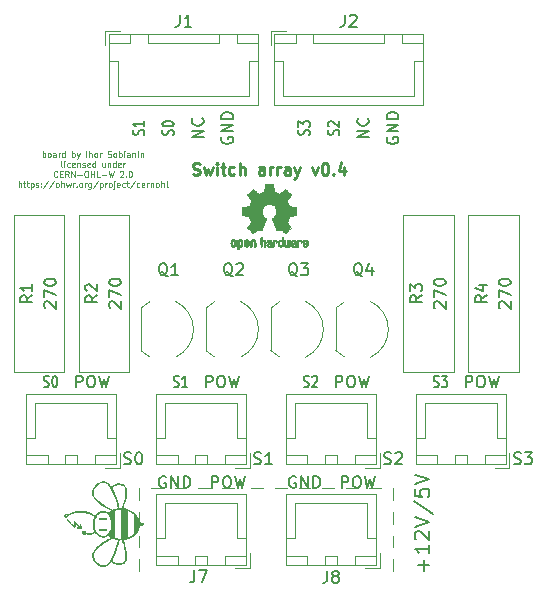
<source format=gbr>
G04 #@! TF.GenerationSoftware,KiCad,Pcbnew,(5.1.10)-1*
G04 #@! TF.CreationDate,2021-10-22T12:12:10+01:00*
G04 #@! TF.ProjectId,4_switch_array,345f7377-6974-4636-985f-61727261792e,rev?*
G04 #@! TF.SameCoordinates,Original*
G04 #@! TF.FileFunction,Legend,Top*
G04 #@! TF.FilePolarity,Positive*
%FSLAX46Y46*%
G04 Gerber Fmt 4.6, Leading zero omitted, Abs format (unit mm)*
G04 Created by KiCad (PCBNEW (5.1.10)-1) date 2021-10-22 12:12:10*
%MOMM*%
%LPD*%
G01*
G04 APERTURE LIST*
%ADD10C,0.100000*%
%ADD11C,0.150000*%
%ADD12C,0.120000*%
%ADD13C,0.250000*%
%ADD14C,0.010000*%
G04 APERTURE END LIST*
D10*
X127818095Y-45941190D02*
X127818095Y-45441190D01*
X127818095Y-45631666D02*
X127865714Y-45607857D01*
X127960952Y-45607857D01*
X128008571Y-45631666D01*
X128032380Y-45655476D01*
X128056190Y-45703095D01*
X128056190Y-45845952D01*
X128032380Y-45893571D01*
X128008571Y-45917380D01*
X127960952Y-45941190D01*
X127865714Y-45941190D01*
X127818095Y-45917380D01*
X128341904Y-45941190D02*
X128294285Y-45917380D01*
X128270476Y-45893571D01*
X128246666Y-45845952D01*
X128246666Y-45703095D01*
X128270476Y-45655476D01*
X128294285Y-45631666D01*
X128341904Y-45607857D01*
X128413333Y-45607857D01*
X128460952Y-45631666D01*
X128484761Y-45655476D01*
X128508571Y-45703095D01*
X128508571Y-45845952D01*
X128484761Y-45893571D01*
X128460952Y-45917380D01*
X128413333Y-45941190D01*
X128341904Y-45941190D01*
X128937142Y-45941190D02*
X128937142Y-45679285D01*
X128913333Y-45631666D01*
X128865714Y-45607857D01*
X128770476Y-45607857D01*
X128722857Y-45631666D01*
X128937142Y-45917380D02*
X128889523Y-45941190D01*
X128770476Y-45941190D01*
X128722857Y-45917380D01*
X128699047Y-45869761D01*
X128699047Y-45822142D01*
X128722857Y-45774523D01*
X128770476Y-45750714D01*
X128889523Y-45750714D01*
X128937142Y-45726904D01*
X129175238Y-45941190D02*
X129175238Y-45607857D01*
X129175238Y-45703095D02*
X129199047Y-45655476D01*
X129222857Y-45631666D01*
X129270476Y-45607857D01*
X129318095Y-45607857D01*
X129699047Y-45941190D02*
X129699047Y-45441190D01*
X129699047Y-45917380D02*
X129651428Y-45941190D01*
X129556190Y-45941190D01*
X129508571Y-45917380D01*
X129484761Y-45893571D01*
X129460952Y-45845952D01*
X129460952Y-45703095D01*
X129484761Y-45655476D01*
X129508571Y-45631666D01*
X129556190Y-45607857D01*
X129651428Y-45607857D01*
X129699047Y-45631666D01*
X130318095Y-45941190D02*
X130318095Y-45441190D01*
X130318095Y-45631666D02*
X130365714Y-45607857D01*
X130460952Y-45607857D01*
X130508571Y-45631666D01*
X130532380Y-45655476D01*
X130556190Y-45703095D01*
X130556190Y-45845952D01*
X130532380Y-45893571D01*
X130508571Y-45917380D01*
X130460952Y-45941190D01*
X130365714Y-45941190D01*
X130318095Y-45917380D01*
X130722857Y-45607857D02*
X130841904Y-45941190D01*
X130960952Y-45607857D02*
X130841904Y-45941190D01*
X130794285Y-46060238D01*
X130770476Y-46084047D01*
X130722857Y-46107857D01*
X131532380Y-45941190D02*
X131532380Y-45441190D01*
X131770476Y-45941190D02*
X131770476Y-45441190D01*
X131984761Y-45941190D02*
X131984761Y-45679285D01*
X131960952Y-45631666D01*
X131913333Y-45607857D01*
X131841904Y-45607857D01*
X131794285Y-45631666D01*
X131770476Y-45655476D01*
X132294285Y-45941190D02*
X132246666Y-45917380D01*
X132222857Y-45893571D01*
X132199047Y-45845952D01*
X132199047Y-45703095D01*
X132222857Y-45655476D01*
X132246666Y-45631666D01*
X132294285Y-45607857D01*
X132365714Y-45607857D01*
X132413333Y-45631666D01*
X132437142Y-45655476D01*
X132460952Y-45703095D01*
X132460952Y-45845952D01*
X132437142Y-45893571D01*
X132413333Y-45917380D01*
X132365714Y-45941190D01*
X132294285Y-45941190D01*
X132675238Y-45941190D02*
X132675238Y-45607857D01*
X132675238Y-45703095D02*
X132699047Y-45655476D01*
X132722857Y-45631666D01*
X132770476Y-45607857D01*
X132818095Y-45607857D01*
X133341904Y-45917380D02*
X133413333Y-45941190D01*
X133532380Y-45941190D01*
X133579999Y-45917380D01*
X133603809Y-45893571D01*
X133627619Y-45845952D01*
X133627619Y-45798333D01*
X133603809Y-45750714D01*
X133579999Y-45726904D01*
X133532380Y-45703095D01*
X133437142Y-45679285D01*
X133389523Y-45655476D01*
X133365714Y-45631666D01*
X133341904Y-45584047D01*
X133341904Y-45536428D01*
X133365714Y-45488809D01*
X133389523Y-45465000D01*
X133437142Y-45441190D01*
X133556190Y-45441190D01*
X133627619Y-45465000D01*
X133913333Y-45941190D02*
X133865714Y-45917380D01*
X133841904Y-45893571D01*
X133818095Y-45845952D01*
X133818095Y-45703095D01*
X133841904Y-45655476D01*
X133865714Y-45631666D01*
X133913333Y-45607857D01*
X133984761Y-45607857D01*
X134032380Y-45631666D01*
X134056190Y-45655476D01*
X134079999Y-45703095D01*
X134079999Y-45845952D01*
X134056190Y-45893571D01*
X134032380Y-45917380D01*
X133984761Y-45941190D01*
X133913333Y-45941190D01*
X134294285Y-45941190D02*
X134294285Y-45441190D01*
X134294285Y-45631666D02*
X134341904Y-45607857D01*
X134437142Y-45607857D01*
X134484761Y-45631666D01*
X134508571Y-45655476D01*
X134532380Y-45703095D01*
X134532380Y-45845952D01*
X134508571Y-45893571D01*
X134484761Y-45917380D01*
X134437142Y-45941190D01*
X134341904Y-45941190D01*
X134294285Y-45917380D01*
X134746666Y-45941190D02*
X134746666Y-45607857D01*
X134746666Y-45441190D02*
X134722857Y-45465000D01*
X134746666Y-45488809D01*
X134770476Y-45465000D01*
X134746666Y-45441190D01*
X134746666Y-45488809D01*
X135199047Y-45941190D02*
X135199047Y-45679285D01*
X135175238Y-45631666D01*
X135127619Y-45607857D01*
X135032380Y-45607857D01*
X134984761Y-45631666D01*
X135199047Y-45917380D02*
X135151428Y-45941190D01*
X135032380Y-45941190D01*
X134984761Y-45917380D01*
X134960952Y-45869761D01*
X134960952Y-45822142D01*
X134984761Y-45774523D01*
X135032380Y-45750714D01*
X135151428Y-45750714D01*
X135199047Y-45726904D01*
X135437142Y-45607857D02*
X135437142Y-45941190D01*
X135437142Y-45655476D02*
X135460952Y-45631666D01*
X135508571Y-45607857D01*
X135580000Y-45607857D01*
X135627619Y-45631666D01*
X135651428Y-45679285D01*
X135651428Y-45941190D01*
X135889523Y-45941190D02*
X135889523Y-45607857D01*
X135889523Y-45441190D02*
X135865714Y-45465000D01*
X135889523Y-45488809D01*
X135913333Y-45465000D01*
X135889523Y-45441190D01*
X135889523Y-45488809D01*
X136127619Y-45607857D02*
X136127619Y-45941190D01*
X136127619Y-45655476D02*
X136151428Y-45631666D01*
X136199047Y-45607857D01*
X136270476Y-45607857D01*
X136318095Y-45631666D01*
X136341904Y-45679285D01*
X136341904Y-45941190D01*
X129484761Y-46791190D02*
X129437142Y-46767380D01*
X129413333Y-46719761D01*
X129413333Y-46291190D01*
X129675238Y-46791190D02*
X129675238Y-46457857D01*
X129675238Y-46291190D02*
X129651428Y-46315000D01*
X129675238Y-46338809D01*
X129699047Y-46315000D01*
X129675238Y-46291190D01*
X129675238Y-46338809D01*
X130127619Y-46767380D02*
X130080000Y-46791190D01*
X129984761Y-46791190D01*
X129937142Y-46767380D01*
X129913333Y-46743571D01*
X129889523Y-46695952D01*
X129889523Y-46553095D01*
X129913333Y-46505476D01*
X129937142Y-46481666D01*
X129984761Y-46457857D01*
X130080000Y-46457857D01*
X130127619Y-46481666D01*
X130532380Y-46767380D02*
X130484761Y-46791190D01*
X130389523Y-46791190D01*
X130341904Y-46767380D01*
X130318095Y-46719761D01*
X130318095Y-46529285D01*
X130341904Y-46481666D01*
X130389523Y-46457857D01*
X130484761Y-46457857D01*
X130532380Y-46481666D01*
X130556190Y-46529285D01*
X130556190Y-46576904D01*
X130318095Y-46624523D01*
X130770476Y-46457857D02*
X130770476Y-46791190D01*
X130770476Y-46505476D02*
X130794285Y-46481666D01*
X130841904Y-46457857D01*
X130913333Y-46457857D01*
X130960952Y-46481666D01*
X130984761Y-46529285D01*
X130984761Y-46791190D01*
X131199047Y-46767380D02*
X131246666Y-46791190D01*
X131341904Y-46791190D01*
X131389523Y-46767380D01*
X131413333Y-46719761D01*
X131413333Y-46695952D01*
X131389523Y-46648333D01*
X131341904Y-46624523D01*
X131270476Y-46624523D01*
X131222857Y-46600714D01*
X131199047Y-46553095D01*
X131199047Y-46529285D01*
X131222857Y-46481666D01*
X131270476Y-46457857D01*
X131341904Y-46457857D01*
X131389523Y-46481666D01*
X131818095Y-46767380D02*
X131770476Y-46791190D01*
X131675238Y-46791190D01*
X131627619Y-46767380D01*
X131603809Y-46719761D01*
X131603809Y-46529285D01*
X131627619Y-46481666D01*
X131675238Y-46457857D01*
X131770476Y-46457857D01*
X131818095Y-46481666D01*
X131841904Y-46529285D01*
X131841904Y-46576904D01*
X131603809Y-46624523D01*
X132270476Y-46791190D02*
X132270476Y-46291190D01*
X132270476Y-46767380D02*
X132222857Y-46791190D01*
X132127619Y-46791190D01*
X132080000Y-46767380D01*
X132056190Y-46743571D01*
X132032380Y-46695952D01*
X132032380Y-46553095D01*
X132056190Y-46505476D01*
X132080000Y-46481666D01*
X132127619Y-46457857D01*
X132222857Y-46457857D01*
X132270476Y-46481666D01*
X133103809Y-46457857D02*
X133103809Y-46791190D01*
X132889523Y-46457857D02*
X132889523Y-46719761D01*
X132913333Y-46767380D01*
X132960952Y-46791190D01*
X133032380Y-46791190D01*
X133080000Y-46767380D01*
X133103809Y-46743571D01*
X133341904Y-46457857D02*
X133341904Y-46791190D01*
X133341904Y-46505476D02*
X133365714Y-46481666D01*
X133413333Y-46457857D01*
X133484761Y-46457857D01*
X133532380Y-46481666D01*
X133556190Y-46529285D01*
X133556190Y-46791190D01*
X134008571Y-46791190D02*
X134008571Y-46291190D01*
X134008571Y-46767380D02*
X133960952Y-46791190D01*
X133865714Y-46791190D01*
X133818095Y-46767380D01*
X133794285Y-46743571D01*
X133770476Y-46695952D01*
X133770476Y-46553095D01*
X133794285Y-46505476D01*
X133818095Y-46481666D01*
X133865714Y-46457857D01*
X133960952Y-46457857D01*
X134008571Y-46481666D01*
X134437142Y-46767380D02*
X134389523Y-46791190D01*
X134294285Y-46791190D01*
X134246666Y-46767380D01*
X134222857Y-46719761D01*
X134222857Y-46529285D01*
X134246666Y-46481666D01*
X134294285Y-46457857D01*
X134389523Y-46457857D01*
X134437142Y-46481666D01*
X134460952Y-46529285D01*
X134460952Y-46576904D01*
X134222857Y-46624523D01*
X134675238Y-46791190D02*
X134675238Y-46457857D01*
X134675238Y-46553095D02*
X134699047Y-46505476D01*
X134722857Y-46481666D01*
X134770476Y-46457857D01*
X134818095Y-46457857D01*
X129080000Y-47593571D02*
X129056190Y-47617380D01*
X128984761Y-47641190D01*
X128937142Y-47641190D01*
X128865714Y-47617380D01*
X128818095Y-47569761D01*
X128794285Y-47522142D01*
X128770476Y-47426904D01*
X128770476Y-47355476D01*
X128794285Y-47260238D01*
X128818095Y-47212619D01*
X128865714Y-47165000D01*
X128937142Y-47141190D01*
X128984761Y-47141190D01*
X129056190Y-47165000D01*
X129080000Y-47188809D01*
X129294285Y-47379285D02*
X129460952Y-47379285D01*
X129532380Y-47641190D02*
X129294285Y-47641190D01*
X129294285Y-47141190D01*
X129532380Y-47141190D01*
X130032380Y-47641190D02*
X129865714Y-47403095D01*
X129746666Y-47641190D02*
X129746666Y-47141190D01*
X129937142Y-47141190D01*
X129984761Y-47165000D01*
X130008571Y-47188809D01*
X130032380Y-47236428D01*
X130032380Y-47307857D01*
X130008571Y-47355476D01*
X129984761Y-47379285D01*
X129937142Y-47403095D01*
X129746666Y-47403095D01*
X130246666Y-47641190D02*
X130246666Y-47141190D01*
X130532380Y-47641190D01*
X130532380Y-47141190D01*
X130770476Y-47450714D02*
X131151428Y-47450714D01*
X131484761Y-47141190D02*
X131580000Y-47141190D01*
X131627619Y-47165000D01*
X131675238Y-47212619D01*
X131699047Y-47307857D01*
X131699047Y-47474523D01*
X131675238Y-47569761D01*
X131627619Y-47617380D01*
X131580000Y-47641190D01*
X131484761Y-47641190D01*
X131437142Y-47617380D01*
X131389523Y-47569761D01*
X131365714Y-47474523D01*
X131365714Y-47307857D01*
X131389523Y-47212619D01*
X131437142Y-47165000D01*
X131484761Y-47141190D01*
X131913333Y-47641190D02*
X131913333Y-47141190D01*
X131913333Y-47379285D02*
X132199047Y-47379285D01*
X132199047Y-47641190D02*
X132199047Y-47141190D01*
X132675238Y-47641190D02*
X132437142Y-47641190D01*
X132437142Y-47141190D01*
X132841904Y-47450714D02*
X133222857Y-47450714D01*
X133413333Y-47141190D02*
X133532380Y-47641190D01*
X133627619Y-47284047D01*
X133722857Y-47641190D01*
X133841904Y-47141190D01*
X134389523Y-47188809D02*
X134413333Y-47165000D01*
X134460952Y-47141190D01*
X134580000Y-47141190D01*
X134627619Y-47165000D01*
X134651428Y-47188809D01*
X134675238Y-47236428D01*
X134675238Y-47284047D01*
X134651428Y-47355476D01*
X134365714Y-47641190D01*
X134675238Y-47641190D01*
X134889523Y-47593571D02*
X134913333Y-47617380D01*
X134889523Y-47641190D01*
X134865714Y-47617380D01*
X134889523Y-47593571D01*
X134889523Y-47641190D01*
X135222857Y-47141190D02*
X135270476Y-47141190D01*
X135318095Y-47165000D01*
X135341904Y-47188809D01*
X135365714Y-47236428D01*
X135389523Y-47331666D01*
X135389523Y-47450714D01*
X135365714Y-47545952D01*
X135341904Y-47593571D01*
X135318095Y-47617380D01*
X135270476Y-47641190D01*
X135222857Y-47641190D01*
X135175238Y-47617380D01*
X135151428Y-47593571D01*
X135127619Y-47545952D01*
X135103809Y-47450714D01*
X135103809Y-47331666D01*
X135127619Y-47236428D01*
X135151428Y-47188809D01*
X135175238Y-47165000D01*
X135222857Y-47141190D01*
X125806190Y-48491190D02*
X125806190Y-47991190D01*
X126020476Y-48491190D02*
X126020476Y-48229285D01*
X125996666Y-48181666D01*
X125949047Y-48157857D01*
X125877619Y-48157857D01*
X125830000Y-48181666D01*
X125806190Y-48205476D01*
X126187142Y-48157857D02*
X126377619Y-48157857D01*
X126258571Y-47991190D02*
X126258571Y-48419761D01*
X126282380Y-48467380D01*
X126330000Y-48491190D01*
X126377619Y-48491190D01*
X126472857Y-48157857D02*
X126663333Y-48157857D01*
X126544285Y-47991190D02*
X126544285Y-48419761D01*
X126568095Y-48467380D01*
X126615714Y-48491190D01*
X126663333Y-48491190D01*
X126830000Y-48157857D02*
X126830000Y-48657857D01*
X126830000Y-48181666D02*
X126877619Y-48157857D01*
X126972857Y-48157857D01*
X127020476Y-48181666D01*
X127044285Y-48205476D01*
X127068095Y-48253095D01*
X127068095Y-48395952D01*
X127044285Y-48443571D01*
X127020476Y-48467380D01*
X126972857Y-48491190D01*
X126877619Y-48491190D01*
X126830000Y-48467380D01*
X127258571Y-48467380D02*
X127306190Y-48491190D01*
X127401428Y-48491190D01*
X127449047Y-48467380D01*
X127472857Y-48419761D01*
X127472857Y-48395952D01*
X127449047Y-48348333D01*
X127401428Y-48324523D01*
X127330000Y-48324523D01*
X127282380Y-48300714D01*
X127258571Y-48253095D01*
X127258571Y-48229285D01*
X127282380Y-48181666D01*
X127330000Y-48157857D01*
X127401428Y-48157857D01*
X127449047Y-48181666D01*
X127687142Y-48443571D02*
X127710952Y-48467380D01*
X127687142Y-48491190D01*
X127663333Y-48467380D01*
X127687142Y-48443571D01*
X127687142Y-48491190D01*
X127687142Y-48181666D02*
X127710952Y-48205476D01*
X127687142Y-48229285D01*
X127663333Y-48205476D01*
X127687142Y-48181666D01*
X127687142Y-48229285D01*
X128282380Y-47967380D02*
X127853809Y-48610238D01*
X128806190Y-47967380D02*
X128377619Y-48610238D01*
X129044285Y-48491190D02*
X128996666Y-48467380D01*
X128972857Y-48443571D01*
X128949047Y-48395952D01*
X128949047Y-48253095D01*
X128972857Y-48205476D01*
X128996666Y-48181666D01*
X129044285Y-48157857D01*
X129115714Y-48157857D01*
X129163333Y-48181666D01*
X129187142Y-48205476D01*
X129210952Y-48253095D01*
X129210952Y-48395952D01*
X129187142Y-48443571D01*
X129163333Y-48467380D01*
X129115714Y-48491190D01*
X129044285Y-48491190D01*
X129425238Y-48491190D02*
X129425238Y-47991190D01*
X129639523Y-48491190D02*
X129639523Y-48229285D01*
X129615714Y-48181666D01*
X129568095Y-48157857D01*
X129496666Y-48157857D01*
X129449047Y-48181666D01*
X129425238Y-48205476D01*
X129830000Y-48157857D02*
X129925238Y-48491190D01*
X130020476Y-48253095D01*
X130115714Y-48491190D01*
X130210952Y-48157857D01*
X130401428Y-48491190D02*
X130401428Y-48157857D01*
X130401428Y-48253095D02*
X130425238Y-48205476D01*
X130449047Y-48181666D01*
X130496666Y-48157857D01*
X130544285Y-48157857D01*
X130710952Y-48443571D02*
X130734761Y-48467380D01*
X130710952Y-48491190D01*
X130687142Y-48467380D01*
X130710952Y-48443571D01*
X130710952Y-48491190D01*
X131020476Y-48491190D02*
X130972857Y-48467380D01*
X130949047Y-48443571D01*
X130925238Y-48395952D01*
X130925238Y-48253095D01*
X130949047Y-48205476D01*
X130972857Y-48181666D01*
X131020476Y-48157857D01*
X131091904Y-48157857D01*
X131139523Y-48181666D01*
X131163333Y-48205476D01*
X131187142Y-48253095D01*
X131187142Y-48395952D01*
X131163333Y-48443571D01*
X131139523Y-48467380D01*
X131091904Y-48491190D01*
X131020476Y-48491190D01*
X131401428Y-48491190D02*
X131401428Y-48157857D01*
X131401428Y-48253095D02*
X131425238Y-48205476D01*
X131449047Y-48181666D01*
X131496666Y-48157857D01*
X131544285Y-48157857D01*
X131925238Y-48157857D02*
X131925238Y-48562619D01*
X131901428Y-48610238D01*
X131877619Y-48634047D01*
X131830000Y-48657857D01*
X131758571Y-48657857D01*
X131710952Y-48634047D01*
X131925238Y-48467380D02*
X131877619Y-48491190D01*
X131782380Y-48491190D01*
X131734761Y-48467380D01*
X131710952Y-48443571D01*
X131687142Y-48395952D01*
X131687142Y-48253095D01*
X131710952Y-48205476D01*
X131734761Y-48181666D01*
X131782380Y-48157857D01*
X131877619Y-48157857D01*
X131925238Y-48181666D01*
X132520476Y-47967380D02*
X132091904Y-48610238D01*
X132687142Y-48157857D02*
X132687142Y-48657857D01*
X132687142Y-48181666D02*
X132734761Y-48157857D01*
X132830000Y-48157857D01*
X132877619Y-48181666D01*
X132901428Y-48205476D01*
X132925238Y-48253095D01*
X132925238Y-48395952D01*
X132901428Y-48443571D01*
X132877619Y-48467380D01*
X132830000Y-48491190D01*
X132734761Y-48491190D01*
X132687142Y-48467380D01*
X133139523Y-48491190D02*
X133139523Y-48157857D01*
X133139523Y-48253095D02*
X133163333Y-48205476D01*
X133187142Y-48181666D01*
X133234761Y-48157857D01*
X133282380Y-48157857D01*
X133520476Y-48491190D02*
X133472857Y-48467380D01*
X133449047Y-48443571D01*
X133425238Y-48395952D01*
X133425238Y-48253095D01*
X133449047Y-48205476D01*
X133472857Y-48181666D01*
X133520476Y-48157857D01*
X133591904Y-48157857D01*
X133639523Y-48181666D01*
X133663333Y-48205476D01*
X133687142Y-48253095D01*
X133687142Y-48395952D01*
X133663333Y-48443571D01*
X133639523Y-48467380D01*
X133591904Y-48491190D01*
X133520476Y-48491190D01*
X133901428Y-48157857D02*
X133901428Y-48586428D01*
X133877619Y-48634047D01*
X133830000Y-48657857D01*
X133806190Y-48657857D01*
X133901428Y-47991190D02*
X133877619Y-48015000D01*
X133901428Y-48038809D01*
X133925238Y-48015000D01*
X133901428Y-47991190D01*
X133901428Y-48038809D01*
X134330000Y-48467380D02*
X134282380Y-48491190D01*
X134187142Y-48491190D01*
X134139523Y-48467380D01*
X134115714Y-48419761D01*
X134115714Y-48229285D01*
X134139523Y-48181666D01*
X134187142Y-48157857D01*
X134282380Y-48157857D01*
X134330000Y-48181666D01*
X134353809Y-48229285D01*
X134353809Y-48276904D01*
X134115714Y-48324523D01*
X134782380Y-48467380D02*
X134734761Y-48491190D01*
X134639523Y-48491190D01*
X134591904Y-48467380D01*
X134568095Y-48443571D01*
X134544285Y-48395952D01*
X134544285Y-48253095D01*
X134568095Y-48205476D01*
X134591904Y-48181666D01*
X134639523Y-48157857D01*
X134734761Y-48157857D01*
X134782380Y-48181666D01*
X134925238Y-48157857D02*
X135115714Y-48157857D01*
X134996666Y-47991190D02*
X134996666Y-48419761D01*
X135020476Y-48467380D01*
X135068095Y-48491190D01*
X135115714Y-48491190D01*
X135639523Y-47967380D02*
X135210952Y-48610238D01*
X136020476Y-48467380D02*
X135972857Y-48491190D01*
X135877619Y-48491190D01*
X135830000Y-48467380D01*
X135806190Y-48443571D01*
X135782380Y-48395952D01*
X135782380Y-48253095D01*
X135806190Y-48205476D01*
X135830000Y-48181666D01*
X135877619Y-48157857D01*
X135972857Y-48157857D01*
X136020476Y-48181666D01*
X136425238Y-48467380D02*
X136377619Y-48491190D01*
X136282380Y-48491190D01*
X136234761Y-48467380D01*
X136210952Y-48419761D01*
X136210952Y-48229285D01*
X136234761Y-48181666D01*
X136282380Y-48157857D01*
X136377619Y-48157857D01*
X136425238Y-48181666D01*
X136449047Y-48229285D01*
X136449047Y-48276904D01*
X136210952Y-48324523D01*
X136663333Y-48491190D02*
X136663333Y-48157857D01*
X136663333Y-48253095D02*
X136687142Y-48205476D01*
X136710952Y-48181666D01*
X136758571Y-48157857D01*
X136806190Y-48157857D01*
X136972857Y-48157857D02*
X136972857Y-48491190D01*
X136972857Y-48205476D02*
X136996666Y-48181666D01*
X137044285Y-48157857D01*
X137115714Y-48157857D01*
X137163333Y-48181666D01*
X137187142Y-48229285D01*
X137187142Y-48491190D01*
X137496666Y-48491190D02*
X137449047Y-48467380D01*
X137425238Y-48443571D01*
X137401428Y-48395952D01*
X137401428Y-48253095D01*
X137425238Y-48205476D01*
X137449047Y-48181666D01*
X137496666Y-48157857D01*
X137568095Y-48157857D01*
X137615714Y-48181666D01*
X137639523Y-48205476D01*
X137663333Y-48253095D01*
X137663333Y-48395952D01*
X137639523Y-48443571D01*
X137615714Y-48467380D01*
X137568095Y-48491190D01*
X137496666Y-48491190D01*
X137877619Y-48491190D02*
X137877619Y-47991190D01*
X138091904Y-48491190D02*
X138091904Y-48229285D01*
X138068095Y-48181666D01*
X138020476Y-48157857D01*
X137949047Y-48157857D01*
X137901428Y-48181666D01*
X137877619Y-48205476D01*
X138401428Y-48491190D02*
X138353809Y-48467380D01*
X138330000Y-48419761D01*
X138330000Y-47991190D01*
D11*
X138904761Y-44071428D02*
X138952380Y-43964285D01*
X138952380Y-43785714D01*
X138904761Y-43714285D01*
X138857142Y-43678571D01*
X138761904Y-43642857D01*
X138666666Y-43642857D01*
X138571428Y-43678571D01*
X138523809Y-43714285D01*
X138476190Y-43785714D01*
X138428571Y-43928571D01*
X138380952Y-44000000D01*
X138333333Y-44035714D01*
X138238095Y-44071428D01*
X138142857Y-44071428D01*
X138047619Y-44035714D01*
X138000000Y-44000000D01*
X137952380Y-43928571D01*
X137952380Y-43750000D01*
X138000000Y-43642857D01*
X137952380Y-43178571D02*
X137952380Y-43107142D01*
X138000000Y-43035714D01*
X138047619Y-43000000D01*
X138142857Y-42964285D01*
X138333333Y-42928571D01*
X138571428Y-42928571D01*
X138761904Y-42964285D01*
X138857142Y-43000000D01*
X138904761Y-43035714D01*
X138952380Y-43107142D01*
X138952380Y-43178571D01*
X138904761Y-43250000D01*
X138857142Y-43285714D01*
X138761904Y-43321428D01*
X138571428Y-43357142D01*
X138333333Y-43357142D01*
X138142857Y-43321428D01*
X138047619Y-43285714D01*
X138000000Y-43250000D01*
X137952380Y-43178571D01*
X136404761Y-44071428D02*
X136452380Y-43964285D01*
X136452380Y-43785714D01*
X136404761Y-43714285D01*
X136357142Y-43678571D01*
X136261904Y-43642857D01*
X136166666Y-43642857D01*
X136071428Y-43678571D01*
X136023809Y-43714285D01*
X135976190Y-43785714D01*
X135928571Y-43928571D01*
X135880952Y-44000000D01*
X135833333Y-44035714D01*
X135738095Y-44071428D01*
X135642857Y-44071428D01*
X135547619Y-44035714D01*
X135500000Y-44000000D01*
X135452380Y-43928571D01*
X135452380Y-43750000D01*
X135500000Y-43642857D01*
X136452380Y-42928571D02*
X136452380Y-43357142D01*
X136452380Y-43142857D02*
X135452380Y-43142857D01*
X135595238Y-43214285D01*
X135690476Y-43285714D01*
X135738095Y-43357142D01*
X152904761Y-44071428D02*
X152952380Y-43964285D01*
X152952380Y-43785714D01*
X152904761Y-43714285D01*
X152857142Y-43678571D01*
X152761904Y-43642857D01*
X152666666Y-43642857D01*
X152571428Y-43678571D01*
X152523809Y-43714285D01*
X152476190Y-43785714D01*
X152428571Y-43928571D01*
X152380952Y-44000000D01*
X152333333Y-44035714D01*
X152238095Y-44071428D01*
X152142857Y-44071428D01*
X152047619Y-44035714D01*
X152000000Y-44000000D01*
X151952380Y-43928571D01*
X151952380Y-43750000D01*
X152000000Y-43642857D01*
X152047619Y-43357142D02*
X152000000Y-43321428D01*
X151952380Y-43250000D01*
X151952380Y-43071428D01*
X152000000Y-43000000D01*
X152047619Y-42964285D01*
X152142857Y-42928571D01*
X152238095Y-42928571D01*
X152380952Y-42964285D01*
X152952380Y-43392857D01*
X152952380Y-42928571D01*
X141452380Y-44285714D02*
X140452380Y-44285714D01*
X141452380Y-43714285D01*
X140452380Y-43714285D01*
X141357142Y-42666666D02*
X141404761Y-42714285D01*
X141452380Y-42857142D01*
X141452380Y-42952380D01*
X141404761Y-43095238D01*
X141309523Y-43190476D01*
X141214285Y-43238095D01*
X141023809Y-43285714D01*
X140880952Y-43285714D01*
X140690476Y-43238095D01*
X140595238Y-43190476D01*
X140500000Y-43095238D01*
X140452380Y-42952380D01*
X140452380Y-42857142D01*
X140500000Y-42714285D01*
X140547619Y-42666666D01*
D12*
X156500000Y-74000000D02*
X155500000Y-74000000D01*
X154500000Y-74000000D02*
X153500000Y-74000000D01*
X150500000Y-74000000D02*
X149500000Y-74000000D01*
X152500000Y-74000000D02*
X151500000Y-74000000D01*
X148500000Y-74000000D02*
X147500000Y-74000000D01*
X136000000Y-77000000D02*
X136000000Y-76000000D01*
X136000000Y-81000000D02*
X136000000Y-80000000D01*
X136000000Y-79000000D02*
X136000000Y-78000000D01*
X136000000Y-75000000D02*
X136000000Y-74000000D01*
X157500000Y-75000000D02*
X157500000Y-74000000D01*
X157500000Y-79000000D02*
X157500000Y-78000000D01*
X157500000Y-77000000D02*
X157500000Y-76000000D01*
X157500000Y-81000000D02*
X157500000Y-80000000D01*
X157500000Y-74000000D02*
X157500000Y-74000000D01*
X140000000Y-74000000D02*
X139000000Y-74000000D01*
X146500000Y-74000000D02*
X145500000Y-74000000D01*
X138000000Y-74000000D02*
X137000000Y-74000000D01*
X144000000Y-74000000D02*
X143000000Y-74000000D01*
X142000000Y-74000000D02*
X141000000Y-74000000D01*
D11*
X149238095Y-73000000D02*
X149142857Y-72952380D01*
X149000000Y-72952380D01*
X148857142Y-73000000D01*
X148761904Y-73095238D01*
X148714285Y-73190476D01*
X148666666Y-73380952D01*
X148666666Y-73523809D01*
X148714285Y-73714285D01*
X148761904Y-73809523D01*
X148857142Y-73904761D01*
X149000000Y-73952380D01*
X149095238Y-73952380D01*
X149238095Y-73904761D01*
X149285714Y-73857142D01*
X149285714Y-73523809D01*
X149095238Y-73523809D01*
X149714285Y-73952380D02*
X149714285Y-72952380D01*
X150285714Y-73952380D01*
X150285714Y-72952380D01*
X150761904Y-73952380D02*
X150761904Y-72952380D01*
X151000000Y-72952380D01*
X151142857Y-73000000D01*
X151238095Y-73095238D01*
X151285714Y-73190476D01*
X151333333Y-73380952D01*
X151333333Y-73523809D01*
X151285714Y-73714285D01*
X151238095Y-73809523D01*
X151142857Y-73904761D01*
X151000000Y-73952380D01*
X150761904Y-73952380D01*
X153142857Y-73952380D02*
X153142857Y-72952380D01*
X153523809Y-72952380D01*
X153619047Y-73000000D01*
X153666666Y-73047619D01*
X153714285Y-73142857D01*
X153714285Y-73285714D01*
X153666666Y-73380952D01*
X153619047Y-73428571D01*
X153523809Y-73476190D01*
X153142857Y-73476190D01*
X154333333Y-72952380D02*
X154523809Y-72952380D01*
X154619047Y-73000000D01*
X154714285Y-73095238D01*
X154761904Y-73285714D01*
X154761904Y-73619047D01*
X154714285Y-73809523D01*
X154619047Y-73904761D01*
X154523809Y-73952380D01*
X154333333Y-73952380D01*
X154238095Y-73904761D01*
X154142857Y-73809523D01*
X154095238Y-73619047D01*
X154095238Y-73285714D01*
X154142857Y-73095238D01*
X154238095Y-73000000D01*
X154333333Y-72952380D01*
X155095238Y-72952380D02*
X155333333Y-73952380D01*
X155523809Y-73238095D01*
X155714285Y-73952380D01*
X155952380Y-72952380D01*
X160089285Y-80988095D02*
X160089285Y-80035714D01*
X160565476Y-80511904D02*
X159613095Y-80511904D01*
X160565476Y-78785714D02*
X160565476Y-79500000D01*
X160565476Y-79142857D02*
X159315476Y-79142857D01*
X159494047Y-79261904D01*
X159613095Y-79380952D01*
X159672619Y-79500000D01*
X159434523Y-78309523D02*
X159375000Y-78250000D01*
X159315476Y-78130952D01*
X159315476Y-77833333D01*
X159375000Y-77714285D01*
X159434523Y-77654761D01*
X159553571Y-77595238D01*
X159672619Y-77595238D01*
X159851190Y-77654761D01*
X160565476Y-78369047D01*
X160565476Y-77595238D01*
X159315476Y-77238095D02*
X160565476Y-76821428D01*
X159315476Y-76404761D01*
X159255952Y-75095238D02*
X160863095Y-76166666D01*
X159315476Y-74083333D02*
X159315476Y-74678571D01*
X159910714Y-74738095D01*
X159851190Y-74678571D01*
X159791666Y-74559523D01*
X159791666Y-74261904D01*
X159851190Y-74142857D01*
X159910714Y-74083333D01*
X160029761Y-74023809D01*
X160327380Y-74023809D01*
X160446428Y-74083333D01*
X160505952Y-74142857D01*
X160565476Y-74261904D01*
X160565476Y-74559523D01*
X160505952Y-74678571D01*
X160446428Y-74738095D01*
X159315476Y-73666666D02*
X160565476Y-73250000D01*
X159315476Y-72833333D01*
X160928571Y-65404761D02*
X161035714Y-65452380D01*
X161214285Y-65452380D01*
X161285714Y-65404761D01*
X161321428Y-65357142D01*
X161357142Y-65261904D01*
X161357142Y-65166666D01*
X161321428Y-65071428D01*
X161285714Y-65023809D01*
X161214285Y-64976190D01*
X161071428Y-64928571D01*
X161000000Y-64880952D01*
X160964285Y-64833333D01*
X160928571Y-64738095D01*
X160928571Y-64642857D01*
X160964285Y-64547619D01*
X161000000Y-64500000D01*
X161071428Y-64452380D01*
X161250000Y-64452380D01*
X161357142Y-64500000D01*
X161607142Y-64452380D02*
X162071428Y-64452380D01*
X161821428Y-64833333D01*
X161928571Y-64833333D01*
X162000000Y-64880952D01*
X162035714Y-64928571D01*
X162071428Y-65023809D01*
X162071428Y-65261904D01*
X162035714Y-65357142D01*
X162000000Y-65404761D01*
X161928571Y-65452380D01*
X161714285Y-65452380D01*
X161642857Y-65404761D01*
X161607142Y-65357142D01*
X149928571Y-65404761D02*
X150035714Y-65452380D01*
X150214285Y-65452380D01*
X150285714Y-65404761D01*
X150321428Y-65357142D01*
X150357142Y-65261904D01*
X150357142Y-65166666D01*
X150321428Y-65071428D01*
X150285714Y-65023809D01*
X150214285Y-64976190D01*
X150071428Y-64928571D01*
X150000000Y-64880952D01*
X149964285Y-64833333D01*
X149928571Y-64738095D01*
X149928571Y-64642857D01*
X149964285Y-64547619D01*
X150000000Y-64500000D01*
X150071428Y-64452380D01*
X150250000Y-64452380D01*
X150357142Y-64500000D01*
X150642857Y-64547619D02*
X150678571Y-64500000D01*
X150750000Y-64452380D01*
X150928571Y-64452380D01*
X151000000Y-64500000D01*
X151035714Y-64547619D01*
X151071428Y-64642857D01*
X151071428Y-64738095D01*
X151035714Y-64880952D01*
X150607142Y-65452380D01*
X151071428Y-65452380D01*
X138928571Y-65404761D02*
X139035714Y-65452380D01*
X139214285Y-65452380D01*
X139285714Y-65404761D01*
X139321428Y-65357142D01*
X139357142Y-65261904D01*
X139357142Y-65166666D01*
X139321428Y-65071428D01*
X139285714Y-65023809D01*
X139214285Y-64976190D01*
X139071428Y-64928571D01*
X139000000Y-64880952D01*
X138964285Y-64833333D01*
X138928571Y-64738095D01*
X138928571Y-64642857D01*
X138964285Y-64547619D01*
X139000000Y-64500000D01*
X139071428Y-64452380D01*
X139250000Y-64452380D01*
X139357142Y-64500000D01*
X140071428Y-65452380D02*
X139642857Y-65452380D01*
X139857142Y-65452380D02*
X139857142Y-64452380D01*
X139785714Y-64595238D01*
X139714285Y-64690476D01*
X139642857Y-64738095D01*
X167738095Y-71904761D02*
X167880952Y-71952380D01*
X168119047Y-71952380D01*
X168214285Y-71904761D01*
X168261904Y-71857142D01*
X168309523Y-71761904D01*
X168309523Y-71666666D01*
X168261904Y-71571428D01*
X168214285Y-71523809D01*
X168119047Y-71476190D01*
X167928571Y-71428571D01*
X167833333Y-71380952D01*
X167785714Y-71333333D01*
X167738095Y-71238095D01*
X167738095Y-71142857D01*
X167785714Y-71047619D01*
X167833333Y-71000000D01*
X167928571Y-70952380D01*
X168166666Y-70952380D01*
X168309523Y-71000000D01*
X168642857Y-70952380D02*
X169261904Y-70952380D01*
X168928571Y-71333333D01*
X169071428Y-71333333D01*
X169166666Y-71380952D01*
X169214285Y-71428571D01*
X169261904Y-71523809D01*
X169261904Y-71761904D01*
X169214285Y-71857142D01*
X169166666Y-71904761D01*
X169071428Y-71952380D01*
X168785714Y-71952380D01*
X168690476Y-71904761D01*
X168642857Y-71857142D01*
X156738095Y-71904761D02*
X156880952Y-71952380D01*
X157119047Y-71952380D01*
X157214285Y-71904761D01*
X157261904Y-71857142D01*
X157309523Y-71761904D01*
X157309523Y-71666666D01*
X157261904Y-71571428D01*
X157214285Y-71523809D01*
X157119047Y-71476190D01*
X156928571Y-71428571D01*
X156833333Y-71380952D01*
X156785714Y-71333333D01*
X156738095Y-71238095D01*
X156738095Y-71142857D01*
X156785714Y-71047619D01*
X156833333Y-71000000D01*
X156928571Y-70952380D01*
X157166666Y-70952380D01*
X157309523Y-71000000D01*
X157690476Y-71047619D02*
X157738095Y-71000000D01*
X157833333Y-70952380D01*
X158071428Y-70952380D01*
X158166666Y-71000000D01*
X158214285Y-71047619D01*
X158261904Y-71142857D01*
X158261904Y-71238095D01*
X158214285Y-71380952D01*
X157642857Y-71952380D01*
X158261904Y-71952380D01*
X145738095Y-71904761D02*
X145880952Y-71952380D01*
X146119047Y-71952380D01*
X146214285Y-71904761D01*
X146261904Y-71857142D01*
X146309523Y-71761904D01*
X146309523Y-71666666D01*
X146261904Y-71571428D01*
X146214285Y-71523809D01*
X146119047Y-71476190D01*
X145928571Y-71428571D01*
X145833333Y-71380952D01*
X145785714Y-71333333D01*
X145738095Y-71238095D01*
X145738095Y-71142857D01*
X145785714Y-71047619D01*
X145833333Y-71000000D01*
X145928571Y-70952380D01*
X146166666Y-70952380D01*
X146309523Y-71000000D01*
X147261904Y-71952380D02*
X146690476Y-71952380D01*
X146976190Y-71952380D02*
X146976190Y-70952380D01*
X146880952Y-71095238D01*
X146785714Y-71190476D01*
X146690476Y-71238095D01*
X134738095Y-71904761D02*
X134880952Y-71952380D01*
X135119047Y-71952380D01*
X135214285Y-71904761D01*
X135261904Y-71857142D01*
X135309523Y-71761904D01*
X135309523Y-71666666D01*
X135261904Y-71571428D01*
X135214285Y-71523809D01*
X135119047Y-71476190D01*
X134928571Y-71428571D01*
X134833333Y-71380952D01*
X134785714Y-71333333D01*
X134738095Y-71238095D01*
X134738095Y-71142857D01*
X134785714Y-71047619D01*
X134833333Y-71000000D01*
X134928571Y-70952380D01*
X135166666Y-70952380D01*
X135309523Y-71000000D01*
X135928571Y-70952380D02*
X136023809Y-70952380D01*
X136119047Y-71000000D01*
X136166666Y-71047619D01*
X136214285Y-71142857D01*
X136261904Y-71333333D01*
X136261904Y-71571428D01*
X136214285Y-71761904D01*
X136166666Y-71857142D01*
X136119047Y-71904761D01*
X136023809Y-71952380D01*
X135928571Y-71952380D01*
X135833333Y-71904761D01*
X135785714Y-71857142D01*
X135738095Y-71761904D01*
X135690476Y-71571428D01*
X135690476Y-71333333D01*
X135738095Y-71142857D01*
X135785714Y-71047619D01*
X135833333Y-71000000D01*
X135928571Y-70952380D01*
X127928571Y-65404761D02*
X128035714Y-65452380D01*
X128214285Y-65452380D01*
X128285714Y-65404761D01*
X128321428Y-65357142D01*
X128357142Y-65261904D01*
X128357142Y-65166666D01*
X128321428Y-65071428D01*
X128285714Y-65023809D01*
X128214285Y-64976190D01*
X128071428Y-64928571D01*
X128000000Y-64880952D01*
X127964285Y-64833333D01*
X127928571Y-64738095D01*
X127928571Y-64642857D01*
X127964285Y-64547619D01*
X128000000Y-64500000D01*
X128071428Y-64452380D01*
X128250000Y-64452380D01*
X128357142Y-64500000D01*
X128821428Y-64452380D02*
X128892857Y-64452380D01*
X128964285Y-64500000D01*
X129000000Y-64547619D01*
X129035714Y-64642857D01*
X129071428Y-64833333D01*
X129071428Y-65071428D01*
X129035714Y-65261904D01*
X129000000Y-65357142D01*
X128964285Y-65404761D01*
X128892857Y-65452380D01*
X128821428Y-65452380D01*
X128750000Y-65404761D01*
X128714285Y-65357142D01*
X128678571Y-65261904D01*
X128642857Y-65071428D01*
X128642857Y-64833333D01*
X128678571Y-64642857D01*
X128714285Y-64547619D01*
X128750000Y-64500000D01*
X128821428Y-64452380D01*
X130642857Y-65452380D02*
X130642857Y-64452380D01*
X131023809Y-64452380D01*
X131119047Y-64500000D01*
X131166666Y-64547619D01*
X131214285Y-64642857D01*
X131214285Y-64785714D01*
X131166666Y-64880952D01*
X131119047Y-64928571D01*
X131023809Y-64976190D01*
X130642857Y-64976190D01*
X131833333Y-64452380D02*
X132023809Y-64452380D01*
X132119047Y-64500000D01*
X132214285Y-64595238D01*
X132261904Y-64785714D01*
X132261904Y-65119047D01*
X132214285Y-65309523D01*
X132119047Y-65404761D01*
X132023809Y-65452380D01*
X131833333Y-65452380D01*
X131738095Y-65404761D01*
X131642857Y-65309523D01*
X131595238Y-65119047D01*
X131595238Y-64785714D01*
X131642857Y-64595238D01*
X131738095Y-64500000D01*
X131833333Y-64452380D01*
X132595238Y-64452380D02*
X132833333Y-65452380D01*
X133023809Y-64738095D01*
X133214285Y-65452380D01*
X133452380Y-64452380D01*
X141642857Y-65452380D02*
X141642857Y-64452380D01*
X142023809Y-64452380D01*
X142119047Y-64500000D01*
X142166666Y-64547619D01*
X142214285Y-64642857D01*
X142214285Y-64785714D01*
X142166666Y-64880952D01*
X142119047Y-64928571D01*
X142023809Y-64976190D01*
X141642857Y-64976190D01*
X142833333Y-64452380D02*
X143023809Y-64452380D01*
X143119047Y-64500000D01*
X143214285Y-64595238D01*
X143261904Y-64785714D01*
X143261904Y-65119047D01*
X143214285Y-65309523D01*
X143119047Y-65404761D01*
X143023809Y-65452380D01*
X142833333Y-65452380D01*
X142738095Y-65404761D01*
X142642857Y-65309523D01*
X142595238Y-65119047D01*
X142595238Y-64785714D01*
X142642857Y-64595238D01*
X142738095Y-64500000D01*
X142833333Y-64452380D01*
X143595238Y-64452380D02*
X143833333Y-65452380D01*
X144023809Y-64738095D01*
X144214285Y-65452380D01*
X144452380Y-64452380D01*
X152642857Y-65452380D02*
X152642857Y-64452380D01*
X153023809Y-64452380D01*
X153119047Y-64500000D01*
X153166666Y-64547619D01*
X153214285Y-64642857D01*
X153214285Y-64785714D01*
X153166666Y-64880952D01*
X153119047Y-64928571D01*
X153023809Y-64976190D01*
X152642857Y-64976190D01*
X153833333Y-64452380D02*
X154023809Y-64452380D01*
X154119047Y-64500000D01*
X154214285Y-64595238D01*
X154261904Y-64785714D01*
X154261904Y-65119047D01*
X154214285Y-65309523D01*
X154119047Y-65404761D01*
X154023809Y-65452380D01*
X153833333Y-65452380D01*
X153738095Y-65404761D01*
X153642857Y-65309523D01*
X153595238Y-65119047D01*
X153595238Y-64785714D01*
X153642857Y-64595238D01*
X153738095Y-64500000D01*
X153833333Y-64452380D01*
X154595238Y-64452380D02*
X154833333Y-65452380D01*
X155023809Y-64738095D01*
X155214285Y-65452380D01*
X155452380Y-64452380D01*
D13*
X140547619Y-47404761D02*
X140690476Y-47452380D01*
X140928571Y-47452380D01*
X141023809Y-47404761D01*
X141071428Y-47357142D01*
X141119047Y-47261904D01*
X141119047Y-47166666D01*
X141071428Y-47071428D01*
X141023809Y-47023809D01*
X140928571Y-46976190D01*
X140738095Y-46928571D01*
X140642857Y-46880952D01*
X140595238Y-46833333D01*
X140547619Y-46738095D01*
X140547619Y-46642857D01*
X140595238Y-46547619D01*
X140642857Y-46500000D01*
X140738095Y-46452380D01*
X140976190Y-46452380D01*
X141119047Y-46500000D01*
X141452380Y-46785714D02*
X141642857Y-47452380D01*
X141833333Y-46976190D01*
X142023809Y-47452380D01*
X142214285Y-46785714D01*
X142595238Y-47452380D02*
X142595238Y-46785714D01*
X142595238Y-46452380D02*
X142547619Y-46500000D01*
X142595238Y-46547619D01*
X142642857Y-46500000D01*
X142595238Y-46452380D01*
X142595238Y-46547619D01*
X142928571Y-46785714D02*
X143309523Y-46785714D01*
X143071428Y-46452380D02*
X143071428Y-47309523D01*
X143119047Y-47404761D01*
X143214285Y-47452380D01*
X143309523Y-47452380D01*
X144071428Y-47404761D02*
X143976190Y-47452380D01*
X143785714Y-47452380D01*
X143690476Y-47404761D01*
X143642857Y-47357142D01*
X143595238Y-47261904D01*
X143595238Y-46976190D01*
X143642857Y-46880952D01*
X143690476Y-46833333D01*
X143785714Y-46785714D01*
X143976190Y-46785714D01*
X144071428Y-46833333D01*
X144500000Y-47452380D02*
X144500000Y-46452380D01*
X144928571Y-47452380D02*
X144928571Y-46928571D01*
X144880952Y-46833333D01*
X144785714Y-46785714D01*
X144642857Y-46785714D01*
X144547619Y-46833333D01*
X144500000Y-46880952D01*
X146595238Y-47452380D02*
X146595238Y-46928571D01*
X146547619Y-46833333D01*
X146452380Y-46785714D01*
X146261904Y-46785714D01*
X146166666Y-46833333D01*
X146595238Y-47404761D02*
X146500000Y-47452380D01*
X146261904Y-47452380D01*
X146166666Y-47404761D01*
X146119047Y-47309523D01*
X146119047Y-47214285D01*
X146166666Y-47119047D01*
X146261904Y-47071428D01*
X146500000Y-47071428D01*
X146595238Y-47023809D01*
X147071428Y-47452380D02*
X147071428Y-46785714D01*
X147071428Y-46976190D02*
X147119047Y-46880952D01*
X147166666Y-46833333D01*
X147261904Y-46785714D01*
X147357142Y-46785714D01*
X147690476Y-47452380D02*
X147690476Y-46785714D01*
X147690476Y-46976190D02*
X147738095Y-46880952D01*
X147785714Y-46833333D01*
X147880952Y-46785714D01*
X147976190Y-46785714D01*
X148738095Y-47452380D02*
X148738095Y-46928571D01*
X148690476Y-46833333D01*
X148595238Y-46785714D01*
X148404761Y-46785714D01*
X148309523Y-46833333D01*
X148738095Y-47404761D02*
X148642857Y-47452380D01*
X148404761Y-47452380D01*
X148309523Y-47404761D01*
X148261904Y-47309523D01*
X148261904Y-47214285D01*
X148309523Y-47119047D01*
X148404761Y-47071428D01*
X148642857Y-47071428D01*
X148738095Y-47023809D01*
X149119047Y-46785714D02*
X149357142Y-47452380D01*
X149595238Y-46785714D02*
X149357142Y-47452380D01*
X149261904Y-47690476D01*
X149214285Y-47738095D01*
X149119047Y-47785714D01*
X150642857Y-46785714D02*
X150880952Y-47452380D01*
X151119047Y-46785714D01*
X151690476Y-46452380D02*
X151785714Y-46452380D01*
X151880952Y-46500000D01*
X151928571Y-46547619D01*
X151976190Y-46642857D01*
X152023809Y-46833333D01*
X152023809Y-47071428D01*
X151976190Y-47261904D01*
X151928571Y-47357142D01*
X151880952Y-47404761D01*
X151785714Y-47452380D01*
X151690476Y-47452380D01*
X151595238Y-47404761D01*
X151547619Y-47357142D01*
X151500000Y-47261904D01*
X151452380Y-47071428D01*
X151452380Y-46833333D01*
X151500000Y-46642857D01*
X151547619Y-46547619D01*
X151595238Y-46500000D01*
X151690476Y-46452380D01*
X152452380Y-47357142D02*
X152500000Y-47404761D01*
X152452380Y-47452380D01*
X152404761Y-47404761D01*
X152452380Y-47357142D01*
X152452380Y-47452380D01*
X153357142Y-46785714D02*
X153357142Y-47452380D01*
X153119047Y-46404761D02*
X152880952Y-47119047D01*
X153500000Y-47119047D01*
D11*
X163642857Y-65452380D02*
X163642857Y-64452380D01*
X164023809Y-64452380D01*
X164119047Y-64500000D01*
X164166666Y-64547619D01*
X164214285Y-64642857D01*
X164214285Y-64785714D01*
X164166666Y-64880952D01*
X164119047Y-64928571D01*
X164023809Y-64976190D01*
X163642857Y-64976190D01*
X164833333Y-64452380D02*
X165023809Y-64452380D01*
X165119047Y-64500000D01*
X165214285Y-64595238D01*
X165261904Y-64785714D01*
X165261904Y-65119047D01*
X165214285Y-65309523D01*
X165119047Y-65404761D01*
X165023809Y-65452380D01*
X164833333Y-65452380D01*
X164738095Y-65404761D01*
X164642857Y-65309523D01*
X164595238Y-65119047D01*
X164595238Y-64785714D01*
X164642857Y-64595238D01*
X164738095Y-64500000D01*
X164833333Y-64452380D01*
X165595238Y-64452380D02*
X165833333Y-65452380D01*
X166023809Y-64738095D01*
X166214285Y-65452380D01*
X166452380Y-64452380D01*
X142142857Y-73952380D02*
X142142857Y-72952380D01*
X142523809Y-72952380D01*
X142619047Y-73000000D01*
X142666666Y-73047619D01*
X142714285Y-73142857D01*
X142714285Y-73285714D01*
X142666666Y-73380952D01*
X142619047Y-73428571D01*
X142523809Y-73476190D01*
X142142857Y-73476190D01*
X143333333Y-72952380D02*
X143523809Y-72952380D01*
X143619047Y-73000000D01*
X143714285Y-73095238D01*
X143761904Y-73285714D01*
X143761904Y-73619047D01*
X143714285Y-73809523D01*
X143619047Y-73904761D01*
X143523809Y-73952380D01*
X143333333Y-73952380D01*
X143238095Y-73904761D01*
X143142857Y-73809523D01*
X143095238Y-73619047D01*
X143095238Y-73285714D01*
X143142857Y-73095238D01*
X143238095Y-73000000D01*
X143333333Y-72952380D01*
X144095238Y-72952380D02*
X144333333Y-73952380D01*
X144523809Y-73238095D01*
X144714285Y-73952380D01*
X144952380Y-72952380D01*
X138238095Y-73000000D02*
X138142857Y-72952380D01*
X138000000Y-72952380D01*
X137857142Y-73000000D01*
X137761904Y-73095238D01*
X137714285Y-73190476D01*
X137666666Y-73380952D01*
X137666666Y-73523809D01*
X137714285Y-73714285D01*
X137761904Y-73809523D01*
X137857142Y-73904761D01*
X138000000Y-73952380D01*
X138095238Y-73952380D01*
X138238095Y-73904761D01*
X138285714Y-73857142D01*
X138285714Y-73523809D01*
X138095238Y-73523809D01*
X138714285Y-73952380D02*
X138714285Y-72952380D01*
X139285714Y-73952380D01*
X139285714Y-72952380D01*
X139761904Y-73952380D02*
X139761904Y-72952380D01*
X140000000Y-72952380D01*
X140142857Y-73000000D01*
X140238095Y-73095238D01*
X140285714Y-73190476D01*
X140333333Y-73380952D01*
X140333333Y-73523809D01*
X140285714Y-73714285D01*
X140238095Y-73809523D01*
X140142857Y-73904761D01*
X140000000Y-73952380D01*
X139761904Y-73952380D01*
X157000000Y-44261904D02*
X156952380Y-44357142D01*
X156952380Y-44500000D01*
X157000000Y-44642857D01*
X157095238Y-44738095D01*
X157190476Y-44785714D01*
X157380952Y-44833333D01*
X157523809Y-44833333D01*
X157714285Y-44785714D01*
X157809523Y-44738095D01*
X157904761Y-44642857D01*
X157952380Y-44500000D01*
X157952380Y-44404761D01*
X157904761Y-44261904D01*
X157857142Y-44214285D01*
X157523809Y-44214285D01*
X157523809Y-44404761D01*
X157952380Y-43785714D02*
X156952380Y-43785714D01*
X157952380Y-43214285D01*
X156952380Y-43214285D01*
X157952380Y-42738095D02*
X156952380Y-42738095D01*
X156952380Y-42500000D01*
X157000000Y-42357142D01*
X157095238Y-42261904D01*
X157190476Y-42214285D01*
X157380952Y-42166666D01*
X157523809Y-42166666D01*
X157714285Y-42214285D01*
X157809523Y-42261904D01*
X157904761Y-42357142D01*
X157952380Y-42500000D01*
X157952380Y-42738095D01*
X155452380Y-44285714D02*
X154452380Y-44285714D01*
X155452380Y-43714285D01*
X154452380Y-43714285D01*
X155357142Y-42666666D02*
X155404761Y-42714285D01*
X155452380Y-42857142D01*
X155452380Y-42952380D01*
X155404761Y-43095238D01*
X155309523Y-43190476D01*
X155214285Y-43238095D01*
X155023809Y-43285714D01*
X154880952Y-43285714D01*
X154690476Y-43238095D01*
X154595238Y-43190476D01*
X154500000Y-43095238D01*
X154452380Y-42952380D01*
X154452380Y-42857142D01*
X154500000Y-42714285D01*
X154547619Y-42666666D01*
X150404761Y-44071428D02*
X150452380Y-43964285D01*
X150452380Y-43785714D01*
X150404761Y-43714285D01*
X150357142Y-43678571D01*
X150261904Y-43642857D01*
X150166666Y-43642857D01*
X150071428Y-43678571D01*
X150023809Y-43714285D01*
X149976190Y-43785714D01*
X149928571Y-43928571D01*
X149880952Y-44000000D01*
X149833333Y-44035714D01*
X149738095Y-44071428D01*
X149642857Y-44071428D01*
X149547619Y-44035714D01*
X149500000Y-44000000D01*
X149452380Y-43928571D01*
X149452380Y-43750000D01*
X149500000Y-43642857D01*
X149452380Y-43392857D02*
X149452380Y-42928571D01*
X149833333Y-43178571D01*
X149833333Y-43071428D01*
X149880952Y-43000000D01*
X149928571Y-42964285D01*
X150023809Y-42928571D01*
X150261904Y-42928571D01*
X150357142Y-42964285D01*
X150404761Y-43000000D01*
X150452380Y-43071428D01*
X150452380Y-43285714D01*
X150404761Y-43357142D01*
X150357142Y-43392857D01*
X143000000Y-44261904D02*
X142952380Y-44357142D01*
X142952380Y-44500000D01*
X143000000Y-44642857D01*
X143095238Y-44738095D01*
X143190476Y-44785714D01*
X143380952Y-44833333D01*
X143523809Y-44833333D01*
X143714285Y-44785714D01*
X143809523Y-44738095D01*
X143904761Y-44642857D01*
X143952380Y-44500000D01*
X143952380Y-44404761D01*
X143904761Y-44261904D01*
X143857142Y-44214285D01*
X143523809Y-44214285D01*
X143523809Y-44404761D01*
X143952380Y-43785714D02*
X142952380Y-43785714D01*
X143952380Y-43214285D01*
X142952380Y-43214285D01*
X143952380Y-42738095D02*
X142952380Y-42738095D01*
X142952380Y-42500000D01*
X143000000Y-42357142D01*
X143095238Y-42261904D01*
X143190476Y-42214285D01*
X143380952Y-42166666D01*
X143523809Y-42166666D01*
X143714285Y-42214285D01*
X143809523Y-42261904D01*
X143904761Y-42357142D01*
X143952380Y-42500000D01*
X143952380Y-42738095D01*
D12*
X156350000Y-80750000D02*
X156350000Y-79500000D01*
X155100000Y-80750000D02*
X156350000Y-80750000D01*
X149200000Y-75250000D02*
X152250000Y-75250000D01*
X149200000Y-78200000D02*
X149200000Y-75250000D01*
X148450000Y-78200000D02*
X149200000Y-78200000D01*
X155300000Y-75250000D02*
X152250000Y-75250000D01*
X155300000Y-78200000D02*
X155300000Y-75250000D01*
X156050000Y-78200000D02*
X155300000Y-78200000D01*
X148450000Y-80450000D02*
X150250000Y-80450000D01*
X148450000Y-79700000D02*
X148450000Y-80450000D01*
X150250000Y-79700000D02*
X148450000Y-79700000D01*
X150250000Y-80450000D02*
X150250000Y-79700000D01*
X154250000Y-80450000D02*
X156050000Y-80450000D01*
X154250000Y-79700000D02*
X154250000Y-80450000D01*
X156050000Y-79700000D02*
X154250000Y-79700000D01*
X156050000Y-80450000D02*
X156050000Y-79700000D01*
X151750000Y-80450000D02*
X152750000Y-80450000D01*
X151750000Y-79700000D02*
X151750000Y-80450000D01*
X152750000Y-79700000D02*
X151750000Y-79700000D01*
X152750000Y-80450000D02*
X152750000Y-79700000D01*
X148440000Y-80460000D02*
X156060000Y-80460000D01*
X148440000Y-74490000D02*
X148440000Y-80460000D01*
X156060000Y-74490000D02*
X148440000Y-74490000D01*
X156060000Y-80460000D02*
X156060000Y-74490000D01*
X167350000Y-72250000D02*
X167350000Y-71000000D01*
X166100000Y-72250000D02*
X167350000Y-72250000D01*
X160200000Y-66750000D02*
X163250000Y-66750000D01*
X160200000Y-69700000D02*
X160200000Y-66750000D01*
X159450000Y-69700000D02*
X160200000Y-69700000D01*
X166300000Y-66750000D02*
X163250000Y-66750000D01*
X166300000Y-69700000D02*
X166300000Y-66750000D01*
X167050000Y-69700000D02*
X166300000Y-69700000D01*
X159450000Y-71950000D02*
X161250000Y-71950000D01*
X159450000Y-71200000D02*
X159450000Y-71950000D01*
X161250000Y-71200000D02*
X159450000Y-71200000D01*
X161250000Y-71950000D02*
X161250000Y-71200000D01*
X165250000Y-71950000D02*
X167050000Y-71950000D01*
X165250000Y-71200000D02*
X165250000Y-71950000D01*
X167050000Y-71200000D02*
X165250000Y-71200000D01*
X167050000Y-71950000D02*
X167050000Y-71200000D01*
X162750000Y-71950000D02*
X163750000Y-71950000D01*
X162750000Y-71200000D02*
X162750000Y-71950000D01*
X163750000Y-71200000D02*
X162750000Y-71200000D01*
X163750000Y-71950000D02*
X163750000Y-71200000D01*
X159440000Y-71960000D02*
X167060000Y-71960000D01*
X159440000Y-65990000D02*
X159440000Y-71960000D01*
X167060000Y-65990000D02*
X159440000Y-65990000D01*
X167060000Y-71960000D02*
X167060000Y-65990000D01*
D14*
G36*
X133173182Y-76492000D02*
G01*
X133173182Y-76595909D01*
X132630546Y-76595909D01*
X132630546Y-76492000D01*
X133173182Y-76492000D01*
G37*
X133173182Y-76492000D02*
X133173182Y-76595909D01*
X132630546Y-76595909D01*
X132630546Y-76492000D01*
X133173182Y-76492000D01*
G36*
X133173182Y-77415636D02*
G01*
X133173182Y-77519546D01*
X132630546Y-77519546D01*
X132630546Y-77415636D01*
X133173182Y-77415636D01*
G37*
X133173182Y-77415636D02*
X133173182Y-77519546D01*
X132630546Y-77519546D01*
X132630546Y-77415636D01*
X133173182Y-77415636D01*
G36*
X129877467Y-76626901D02*
G01*
X129890801Y-76630776D01*
X129913243Y-76645816D01*
X129945969Y-76672984D01*
X129990152Y-76713240D01*
X130046967Y-76767545D01*
X130117587Y-76836860D01*
X130184219Y-76903173D01*
X130471546Y-77190327D01*
X130471546Y-76991254D01*
X130471724Y-76918847D01*
X130472470Y-76866371D01*
X130474105Y-76830667D01*
X130476946Y-76808576D01*
X130481312Y-76796941D01*
X130487523Y-76792603D01*
X130491650Y-76792182D01*
X130504665Y-76800078D01*
X130531642Y-76822402D01*
X130570362Y-76857110D01*
X130618607Y-76902156D01*
X130674157Y-76955495D01*
X130734794Y-77015081D01*
X130751422Y-77031647D01*
X130828149Y-77107675D01*
X130889584Y-77167131D01*
X130936131Y-77210380D01*
X130968191Y-77237787D01*
X130986170Y-77249716D01*
X130990686Y-77248124D01*
X130988110Y-77224942D01*
X130981832Y-77188032D01*
X130974839Y-77153170D01*
X130966987Y-77112516D01*
X130965268Y-77088124D01*
X130969746Y-77073974D01*
X130975734Y-77067646D01*
X130988130Y-77060571D01*
X130998687Y-77063805D01*
X131008553Y-77079929D01*
X131018878Y-77111523D01*
X131030808Y-77161166D01*
X131042861Y-77218458D01*
X131055603Y-77281228D01*
X131064184Y-77325023D01*
X131069030Y-77353499D01*
X131070567Y-77370313D01*
X131069221Y-77379119D01*
X131065417Y-77383574D01*
X131062329Y-77385558D01*
X131046061Y-77386495D01*
X131013162Y-77382402D01*
X130968818Y-77374463D01*
X130918211Y-77363866D01*
X130866526Y-77351794D01*
X130818946Y-77339436D01*
X130780655Y-77327975D01*
X130756836Y-77318599D01*
X130751657Y-77314490D01*
X130750054Y-77295101D01*
X130765014Y-77285455D01*
X130798134Y-77285226D01*
X130851014Y-77294087D01*
X130851262Y-77294139D01*
X130892815Y-77302673D01*
X130925129Y-77308924D01*
X130941940Y-77311687D01*
X130942658Y-77311727D01*
X130936997Y-77303951D01*
X130917022Y-77282058D01*
X130884804Y-77248202D01*
X130842414Y-77204539D01*
X130791923Y-77153221D01*
X130742744Y-77103751D01*
X130535046Y-76895776D01*
X130529273Y-77083408D01*
X130526743Y-77154980D01*
X130523983Y-77206550D01*
X130520617Y-77241206D01*
X130516270Y-77262038D01*
X130510564Y-77272134D01*
X130506000Y-77274392D01*
X130494540Y-77267207D01*
X130469165Y-77245659D01*
X130432073Y-77211923D01*
X130385462Y-77168174D01*
X130331533Y-77116585D01*
X130272484Y-77059333D01*
X130210514Y-76998592D01*
X130147823Y-76936536D01*
X130086608Y-76875340D01*
X130029070Y-76817180D01*
X129977407Y-76764229D01*
X129933819Y-76718663D01*
X129900504Y-76682655D01*
X129879661Y-76658382D01*
X129873429Y-76648807D01*
X129872068Y-76633232D01*
X129877467Y-76626901D01*
G37*
X129877467Y-76626901D02*
X129890801Y-76630776D01*
X129913243Y-76645816D01*
X129945969Y-76672984D01*
X129990152Y-76713240D01*
X130046967Y-76767545D01*
X130117587Y-76836860D01*
X130184219Y-76903173D01*
X130471546Y-77190327D01*
X130471546Y-76991254D01*
X130471724Y-76918847D01*
X130472470Y-76866371D01*
X130474105Y-76830667D01*
X130476946Y-76808576D01*
X130481312Y-76796941D01*
X130487523Y-76792603D01*
X130491650Y-76792182D01*
X130504665Y-76800078D01*
X130531642Y-76822402D01*
X130570362Y-76857110D01*
X130618607Y-76902156D01*
X130674157Y-76955495D01*
X130734794Y-77015081D01*
X130751422Y-77031647D01*
X130828149Y-77107675D01*
X130889584Y-77167131D01*
X130936131Y-77210380D01*
X130968191Y-77237787D01*
X130986170Y-77249716D01*
X130990686Y-77248124D01*
X130988110Y-77224942D01*
X130981832Y-77188032D01*
X130974839Y-77153170D01*
X130966987Y-77112516D01*
X130965268Y-77088124D01*
X130969746Y-77073974D01*
X130975734Y-77067646D01*
X130988130Y-77060571D01*
X130998687Y-77063805D01*
X131008553Y-77079929D01*
X131018878Y-77111523D01*
X131030808Y-77161166D01*
X131042861Y-77218458D01*
X131055603Y-77281228D01*
X131064184Y-77325023D01*
X131069030Y-77353499D01*
X131070567Y-77370313D01*
X131069221Y-77379119D01*
X131065417Y-77383574D01*
X131062329Y-77385558D01*
X131046061Y-77386495D01*
X131013162Y-77382402D01*
X130968818Y-77374463D01*
X130918211Y-77363866D01*
X130866526Y-77351794D01*
X130818946Y-77339436D01*
X130780655Y-77327975D01*
X130756836Y-77318599D01*
X130751657Y-77314490D01*
X130750054Y-77295101D01*
X130765014Y-77285455D01*
X130798134Y-77285226D01*
X130851014Y-77294087D01*
X130851262Y-77294139D01*
X130892815Y-77302673D01*
X130925129Y-77308924D01*
X130941940Y-77311687D01*
X130942658Y-77311727D01*
X130936997Y-77303951D01*
X130917022Y-77282058D01*
X130884804Y-77248202D01*
X130842414Y-77204539D01*
X130791923Y-77153221D01*
X130742744Y-77103751D01*
X130535046Y-76895776D01*
X130529273Y-77083408D01*
X130526743Y-77154980D01*
X130523983Y-77206550D01*
X130520617Y-77241206D01*
X130516270Y-77262038D01*
X130510564Y-77272134D01*
X130506000Y-77274392D01*
X130494540Y-77267207D01*
X130469165Y-77245659D01*
X130432073Y-77211923D01*
X130385462Y-77168174D01*
X130331533Y-77116585D01*
X130272484Y-77059333D01*
X130210514Y-76998592D01*
X130147823Y-76936536D01*
X130086608Y-76875340D01*
X130029070Y-76817180D01*
X129977407Y-76764229D01*
X129933819Y-76718663D01*
X129900504Y-76682655D01*
X129879661Y-76658382D01*
X129873429Y-76648807D01*
X129872068Y-76633232D01*
X129877467Y-76626901D01*
G36*
X129661728Y-76218876D02*
G01*
X129687377Y-76179934D01*
X129722650Y-76149134D01*
X129746443Y-76137619D01*
X129796169Y-76130619D01*
X129844164Y-76139960D01*
X129882547Y-76163709D01*
X129890772Y-76173037D01*
X129910690Y-76199443D01*
X130038141Y-76139152D01*
X130234093Y-76057941D01*
X130438313Y-75996067D01*
X130652394Y-75953200D01*
X130877926Y-75929007D01*
X131077682Y-75922876D01*
X131224672Y-75926288D01*
X131354827Y-75936563D01*
X131473574Y-75954437D01*
X131586342Y-75980646D01*
X131654955Y-76001185D01*
X131736987Y-76031632D01*
X131830997Y-76073048D01*
X131930665Y-76122314D01*
X132029672Y-76176316D01*
X132117323Y-76229143D01*
X132163729Y-76258679D01*
X132203479Y-76283944D01*
X132232246Y-76302190D01*
X132245534Y-76310566D01*
X132257729Y-76305679D01*
X132277895Y-76285462D01*
X132301472Y-76254614D01*
X132352845Y-76189691D01*
X132416479Y-76123984D01*
X132486221Y-76062953D01*
X132555915Y-76012063D01*
X132609279Y-75981455D01*
X132689128Y-75946905D01*
X132761905Y-75925567D01*
X132837629Y-75915126D01*
X132905066Y-75913055D01*
X133020467Y-75923914D01*
X133132328Y-75954812D01*
X133235343Y-76004013D01*
X133284984Y-76037250D01*
X133321741Y-76064825D01*
X133402894Y-76003775D01*
X133454242Y-75967745D01*
X133514339Y-75929387D01*
X133571117Y-75896366D01*
X133577014Y-75893190D01*
X133669982Y-75843655D01*
X133441786Y-75730745D01*
X133226784Y-75620258D01*
X133032834Y-75511757D01*
X132858121Y-75404018D01*
X132700830Y-75295815D01*
X132559147Y-75185925D01*
X132431257Y-75073122D01*
X132352605Y-74995533D01*
X132241502Y-74871050D01*
X132152962Y-74749800D01*
X132086836Y-74630840D01*
X132042977Y-74513230D01*
X132021236Y-74396028D01*
X132021466Y-74278293D01*
X132043519Y-74159083D01*
X132087246Y-74037458D01*
X132152499Y-73912476D01*
X132176265Y-73874165D01*
X132258565Y-73761954D01*
X132351205Y-73663907D01*
X132452068Y-73580801D01*
X132559035Y-73513409D01*
X132669990Y-73462508D01*
X132782815Y-73428873D01*
X132895393Y-73413279D01*
X133005605Y-73416501D01*
X133111335Y-73439315D01*
X133210464Y-73482496D01*
X133224138Y-73490478D01*
X133282863Y-73532217D01*
X133348425Y-73589433D01*
X133416194Y-73657565D01*
X133481537Y-73732049D01*
X133522663Y-73784591D01*
X133551978Y-73823981D01*
X133575822Y-73855838D01*
X133591072Y-73876001D01*
X133594895Y-73880861D01*
X133603996Y-73874964D01*
X133625315Y-73855893D01*
X133655066Y-73827123D01*
X133671619Y-73810491D01*
X133753170Y-73742090D01*
X133851565Y-73683542D01*
X133961991Y-73636696D01*
X134079634Y-73603402D01*
X134199678Y-73585507D01*
X134264228Y-73582898D01*
X134381577Y-73591870D01*
X134492330Y-73617650D01*
X134593721Y-73658750D01*
X134682986Y-73713683D01*
X134757360Y-73780962D01*
X134814077Y-73859097D01*
X134828107Y-73886281D01*
X134865839Y-73990913D01*
X134889603Y-74113134D01*
X134899491Y-74252216D01*
X134895596Y-74407434D01*
X134878011Y-74578060D01*
X134846829Y-74763367D01*
X134802142Y-74962628D01*
X134744044Y-75175117D01*
X134672626Y-75400107D01*
X134613046Y-75569337D01*
X134572564Y-75679992D01*
X134718578Y-75704134D01*
X134913354Y-75746970D01*
X135095947Y-75809236D01*
X135267293Y-75891360D01*
X135428329Y-75993769D01*
X135534228Y-76076742D01*
X135647279Y-76185178D01*
X135746765Y-76306143D01*
X135830581Y-76436178D01*
X135896622Y-76571825D01*
X135942784Y-76709626D01*
X135956334Y-76770469D01*
X135963931Y-76810454D01*
X135970106Y-76841774D01*
X135973255Y-76856486D01*
X135984969Y-76864312D01*
X136014497Y-76876416D01*
X136057339Y-76891127D01*
X136107452Y-76906333D01*
X136166365Y-76923191D01*
X136223781Y-76939624D01*
X136272257Y-76953500D01*
X136299114Y-76961189D01*
X136336932Y-76974372D01*
X136355729Y-76987742D01*
X136359728Y-77000000D01*
X136353083Y-77015288D01*
X136330514Y-77028404D01*
X136299114Y-77038811D01*
X136262807Y-77049206D01*
X136211743Y-77063822D01*
X136153364Y-77080529D01*
X136107452Y-77093667D01*
X136055982Y-77109311D01*
X136013455Y-77123971D01*
X135984371Y-77135977D01*
X135973255Y-77143515D01*
X135969615Y-77160656D01*
X135963240Y-77193130D01*
X135956334Y-77229531D01*
X135919651Y-77367186D01*
X135862154Y-77504219D01*
X135785947Y-77637175D01*
X135693133Y-77762596D01*
X135585815Y-77877026D01*
X135534228Y-77923269D01*
X135380330Y-78039030D01*
X135214564Y-78135257D01*
X135036622Y-78212083D01*
X135011796Y-78219586D01*
X135011796Y-78165985D01*
X135030696Y-78160628D01*
X135065300Y-78146181D01*
X135111187Y-78124874D01*
X135163934Y-78098933D01*
X135219118Y-78070588D01*
X135272316Y-78042066D01*
X135319106Y-78015595D01*
X135355066Y-77993403D01*
X135357185Y-77991985D01*
X135404438Y-77958579D01*
X135454363Y-77920872D01*
X135490932Y-77891354D01*
X135551546Y-77840013D01*
X135551546Y-76158967D01*
X135490932Y-76107559D01*
X135432196Y-76061570D01*
X135362985Y-76013498D01*
X135288071Y-75966112D01*
X135212231Y-75922181D01*
X135140238Y-75884477D01*
X135076867Y-75855767D01*
X135028255Y-75839159D01*
X134997364Y-75831406D01*
X134997364Y-76998749D01*
X134997416Y-77195644D01*
X134997583Y-77370570D01*
X134997878Y-77524648D01*
X134998316Y-77659000D01*
X134998909Y-77774746D01*
X134999671Y-77873009D01*
X135000618Y-77954910D01*
X135001762Y-78021570D01*
X135003117Y-78074111D01*
X135004698Y-78113653D01*
X135006517Y-78141319D01*
X135008590Y-78158229D01*
X135010930Y-78165506D01*
X135011796Y-78165985D01*
X135011796Y-78219586D01*
X134846195Y-78269640D01*
X134642973Y-78308059D01*
X134625739Y-78310363D01*
X134571614Y-78317382D01*
X134612882Y-78429350D01*
X134683029Y-78629865D01*
X134744185Y-78825759D01*
X134795944Y-79015000D01*
X134837898Y-79195555D01*
X134869639Y-79365393D01*
X134890760Y-79522479D01*
X134900853Y-79664783D01*
X134899511Y-79790271D01*
X134895344Y-79838314D01*
X134875638Y-79962090D01*
X134846125Y-80066609D01*
X134805450Y-80154103D01*
X134752259Y-80226803D01*
X134685198Y-80286941D01*
X134602914Y-80336747D01*
X134588582Y-80343746D01*
X134481123Y-80385695D01*
X134372110Y-80408942D01*
X134320836Y-80411475D01*
X134320836Y-80357374D01*
X134403928Y-80349051D01*
X134480954Y-80330314D01*
X134559775Y-80299783D01*
X134567326Y-80296364D01*
X134634464Y-80256270D01*
X134697768Y-80201534D01*
X134750591Y-80138721D01*
X134782114Y-80084262D01*
X134813382Y-79993390D01*
X134834294Y-79884978D01*
X134844603Y-79762244D01*
X134844064Y-79628408D01*
X134832430Y-79486691D01*
X134829585Y-79463978D01*
X134794568Y-79252160D01*
X134743379Y-79026325D01*
X134676523Y-78788428D01*
X134594501Y-78540425D01*
X134583982Y-78510962D01*
X134517150Y-78325191D01*
X134390773Y-78320921D01*
X134390773Y-78270000D01*
X134454728Y-78270000D01*
X134454728Y-75726472D01*
X134330287Y-75733592D01*
X134263060Y-75739453D01*
X134263060Y-75683748D01*
X134512174Y-75678046D01*
X134530811Y-75631864D01*
X134558222Y-75560516D01*
X134589564Y-75473276D01*
X134622685Y-75376527D01*
X134655429Y-75276650D01*
X134685644Y-75180028D01*
X134703118Y-75121265D01*
X134760255Y-74906709D01*
X134802908Y-74707391D01*
X134831017Y-74523818D01*
X134844517Y-74356500D01*
X134843349Y-74205944D01*
X134829447Y-74083710D01*
X134807479Y-73987073D01*
X134777436Y-73908128D01*
X134737114Y-73842235D01*
X134690006Y-73790058D01*
X134607281Y-73725882D01*
X134513726Y-73680181D01*
X134407928Y-73652505D01*
X134288470Y-73642403D01*
X134229811Y-73643474D01*
X134088035Y-73659335D01*
X133960390Y-73693045D01*
X133847166Y-73744494D01*
X133748656Y-73813573D01*
X133730306Y-73829902D01*
X133685713Y-73872732D01*
X133657447Y-73905205D01*
X133643813Y-73931400D01*
X133643112Y-73955395D01*
X133653650Y-73981266D01*
X133661713Y-73994774D01*
X133688662Y-74041056D01*
X133722084Y-74104070D01*
X133759719Y-74179175D01*
X133799303Y-74261728D01*
X133838574Y-74347088D01*
X133875271Y-74430613D01*
X133883239Y-74449381D01*
X133920633Y-74542861D01*
X133961571Y-74653471D01*
X134004679Y-74776834D01*
X134048584Y-74908570D01*
X134091912Y-75044302D01*
X134133289Y-75179651D01*
X134171341Y-75310237D01*
X134204694Y-75431683D01*
X134231975Y-75539610D01*
X134248683Y-75614141D01*
X134263060Y-75683748D01*
X134263060Y-75739453D01*
X134253895Y-75740253D01*
X134167625Y-75751465D01*
X134079964Y-75765853D01*
X133999400Y-75782039D01*
X133940955Y-75796724D01*
X133906319Y-75806707D01*
X133906319Y-78194304D01*
X134010228Y-78220268D01*
X134098477Y-78239110D01*
X134195531Y-78254501D01*
X134291740Y-78265180D01*
X134377451Y-78269885D01*
X134390773Y-78270000D01*
X134390773Y-78320921D01*
X134264228Y-78316645D01*
X134236895Y-78434754D01*
X134220410Y-78501797D01*
X134198273Y-78585737D01*
X134171947Y-78681508D01*
X134142901Y-78784040D01*
X134112598Y-78888267D01*
X134082507Y-78989119D01*
X134054092Y-79081530D01*
X134028820Y-79160431D01*
X134015696Y-79199409D01*
X133971175Y-79323182D01*
X133922730Y-79448985D01*
X133872035Y-79572984D01*
X133820767Y-79691345D01*
X133770601Y-79800235D01*
X133723212Y-79895820D01*
X133680275Y-79974265D01*
X133668554Y-79993815D01*
X133649909Y-80027147D01*
X133642358Y-80053530D01*
X133647357Y-80078126D01*
X133666363Y-80106096D01*
X133700832Y-80142603D01*
X133714282Y-80155870D01*
X133809128Y-80232717D01*
X133918026Y-80291358D01*
X134040673Y-80331675D01*
X134176766Y-80353547D01*
X134223819Y-80356664D01*
X134320836Y-80357374D01*
X134320836Y-80411475D01*
X134254894Y-80414734D01*
X134218046Y-80413307D01*
X134080679Y-80396132D01*
X133952052Y-80361188D01*
X133834840Y-80309573D01*
X133731716Y-80242385D01*
X133671619Y-80188985D01*
X133639059Y-80156900D01*
X133613101Y-80132792D01*
X133597552Y-80120127D01*
X133594895Y-80119139D01*
X133586909Y-80129500D01*
X133568322Y-80154289D01*
X133542238Y-80189354D01*
X133522438Y-80216089D01*
X133461203Y-80292731D01*
X133394100Y-80366118D01*
X133325854Y-80431605D01*
X133261184Y-80484547D01*
X133224148Y-80509522D01*
X133125261Y-80556269D01*
X133019820Y-80582294D01*
X132928698Y-80587290D01*
X132928698Y-80531475D01*
X132960394Y-80530831D01*
X133015291Y-80527441D01*
X133056568Y-80521365D01*
X133093692Y-80510236D01*
X133136134Y-80491685D01*
X133156403Y-80481814D01*
X133248295Y-80425027D01*
X133340169Y-80345829D01*
X133431635Y-80244895D01*
X133522299Y-80122901D01*
X133611771Y-79980524D01*
X133699659Y-79818440D01*
X133785571Y-79637324D01*
X133869116Y-79437852D01*
X133949901Y-79220702D01*
X134027535Y-78986548D01*
X134033164Y-78968500D01*
X134053987Y-78899652D01*
X134076095Y-78823419D01*
X134098684Y-78742903D01*
X134120951Y-78661204D01*
X134142094Y-78581421D01*
X134161309Y-78506657D01*
X134177795Y-78440011D01*
X134190747Y-78384584D01*
X134199364Y-78343476D01*
X134202841Y-78319788D01*
X134202301Y-78315331D01*
X134188430Y-78310525D01*
X134157156Y-78303023D01*
X134113834Y-78294048D01*
X134085273Y-78288644D01*
X134023924Y-78275538D01*
X133952675Y-78257466D01*
X133883276Y-78237498D01*
X133855882Y-78228744D01*
X133736173Y-78188907D01*
X133731736Y-78190922D01*
X133731736Y-75812285D01*
X133841244Y-75775972D01*
X133908541Y-75755060D01*
X133979266Y-75735473D01*
X134048020Y-75718489D01*
X134109401Y-75705382D01*
X134158011Y-75697429D01*
X134181301Y-75695614D01*
X134204155Y-75692362D01*
X134209081Y-75680720D01*
X134207791Y-75675159D01*
X134202968Y-75657179D01*
X134193763Y-75621314D01*
X134181327Y-75572096D01*
X134166807Y-75514058D01*
X134160216Y-75487546D01*
X134094106Y-75236900D01*
X134023487Y-74999038D01*
X133948828Y-74774884D01*
X133870599Y-74565359D01*
X133789271Y-74371386D01*
X133705311Y-74193887D01*
X133619190Y-74033784D01*
X133531377Y-73891999D01*
X133442341Y-73769455D01*
X133352553Y-73667073D01*
X133262482Y-73585777D01*
X133172596Y-73526489D01*
X133158060Y-73519006D01*
X133111304Y-73497171D01*
X133072763Y-73483468D01*
X133033013Y-73475525D01*
X132982632Y-73470973D01*
X132962596Y-73469839D01*
X132839396Y-73474816D01*
X132718093Y-73502325D01*
X132599913Y-73551818D01*
X132486079Y-73622746D01*
X132377816Y-73714561D01*
X132346936Y-73745750D01*
X132255110Y-73854640D01*
X132181317Y-73968737D01*
X132126285Y-74085887D01*
X132090743Y-74203936D01*
X132075421Y-74320732D01*
X132081048Y-74434119D01*
X132093438Y-74494636D01*
X132134032Y-74606690D01*
X132196846Y-74721264D01*
X132281216Y-74837794D01*
X132386476Y-74955717D01*
X132511964Y-75074467D01*
X132657014Y-75193480D01*
X132820963Y-75312193D01*
X133003146Y-75430040D01*
X133202899Y-75546458D01*
X133419558Y-75660882D01*
X133530391Y-75715425D01*
X133731736Y-75812285D01*
X133731736Y-78190922D01*
X133619200Y-78242049D01*
X133403905Y-78344968D01*
X133201117Y-78452176D01*
X133011828Y-78562851D01*
X132837030Y-78676172D01*
X132677714Y-78791318D01*
X132534873Y-78907468D01*
X132409498Y-79023800D01*
X132302582Y-79139494D01*
X132215115Y-79253727D01*
X132148091Y-79365680D01*
X132102500Y-79474530D01*
X132093438Y-79505364D01*
X132075901Y-79615938D01*
X132079716Y-79731113D01*
X132104154Y-79848734D01*
X132148486Y-79966648D01*
X132211983Y-80082701D01*
X132293916Y-80194740D01*
X132346936Y-80254250D01*
X132453518Y-80352283D01*
X132566197Y-80429568D01*
X132683761Y-80485559D01*
X132804999Y-80519710D01*
X132928698Y-80531475D01*
X132928698Y-80587290D01*
X132909826Y-80588325D01*
X132797277Y-80575091D01*
X132684172Y-80543319D01*
X132572512Y-80493736D01*
X132464294Y-80427071D01*
X132361519Y-80344052D01*
X132266185Y-80245405D01*
X132180291Y-80131858D01*
X132178271Y-80128818D01*
X132105441Y-80003531D01*
X132054719Y-79880454D01*
X132026203Y-79758981D01*
X132019991Y-79638509D01*
X132036180Y-79518432D01*
X132074869Y-79398146D01*
X132136155Y-79277046D01*
X132220138Y-79154528D01*
X132326913Y-79029987D01*
X132362274Y-78993285D01*
X132485504Y-78876664D01*
X132621933Y-78763590D01*
X132773333Y-78652878D01*
X132941473Y-78543339D01*
X133128125Y-78433786D01*
X133335058Y-78323032D01*
X133442009Y-78269145D01*
X133670426Y-78156125D01*
X133580554Y-78109291D01*
X133526225Y-78078495D01*
X133466059Y-78040587D01*
X133412031Y-78003155D01*
X133406212Y-77998816D01*
X133321741Y-77935175D01*
X133284984Y-77962751D01*
X133188878Y-78021033D01*
X133081090Y-78061938D01*
X132966923Y-78083733D01*
X132905066Y-78086945D01*
X132895419Y-78086541D01*
X132895419Y-78035960D01*
X133004092Y-78026154D01*
X133109498Y-77995446D01*
X133210166Y-77944929D01*
X133304621Y-77875696D01*
X133391391Y-77788840D01*
X133469002Y-77685456D01*
X133535983Y-77566635D01*
X133590859Y-77433472D01*
X133594423Y-77423003D01*
X133618909Y-77343148D01*
X133636303Y-77268002D01*
X133647415Y-77191285D01*
X133653053Y-77106710D01*
X133654028Y-77007997D01*
X133653341Y-76965364D01*
X133651127Y-76887152D01*
X133647841Y-76825950D01*
X133642791Y-76775679D01*
X133635286Y-76730261D01*
X133624634Y-76683617D01*
X133618667Y-76660752D01*
X133572409Y-76519720D01*
X133513494Y-76392010D01*
X133443288Y-76278745D01*
X133363159Y-76181048D01*
X133274475Y-76100040D01*
X133178601Y-76036845D01*
X133076906Y-75992584D01*
X132970757Y-75968381D01*
X132861520Y-75965357D01*
X132784954Y-75976230D01*
X132673780Y-76011443D01*
X132569313Y-76067618D01*
X132472836Y-76143274D01*
X132385635Y-76236926D01*
X132308997Y-76347093D01*
X132244206Y-76472291D01*
X132192548Y-76611038D01*
X132172657Y-76682565D01*
X132160373Y-76734349D01*
X132151717Y-76779002D01*
X132146071Y-76822710D01*
X132142820Y-76871655D01*
X132141348Y-76932022D01*
X132141035Y-77000000D01*
X132141454Y-77075828D01*
X132143121Y-77134778D01*
X132146649Y-77183055D01*
X132152654Y-77226862D01*
X132161749Y-77272404D01*
X132172464Y-77317500D01*
X132217080Y-77462194D01*
X132275533Y-77594078D01*
X132346534Y-77711668D01*
X132428798Y-77813482D01*
X132521038Y-77898035D01*
X132621968Y-77963844D01*
X132730302Y-78009426D01*
X132784954Y-78023770D01*
X132895419Y-78035960D01*
X132895419Y-78086541D01*
X132820109Y-78083385D01*
X132745900Y-78070732D01*
X132672422Y-78046671D01*
X132609279Y-78018545D01*
X132544292Y-77980207D01*
X132474153Y-77927199D01*
X132405016Y-77864982D01*
X132343036Y-77799018D01*
X132301468Y-77745379D01*
X132257732Y-77681877D01*
X132210343Y-77711307D01*
X132087960Y-77775382D01*
X131972455Y-77815808D01*
X131909787Y-77827612D01*
X131831715Y-77834802D01*
X131745462Y-77837383D01*
X131658249Y-77835358D01*
X131577298Y-77828733D01*
X131509829Y-77817510D01*
X131501771Y-77815547D01*
X131417860Y-77794048D01*
X131394450Y-77823808D01*
X131356554Y-77855103D01*
X131310078Y-77868873D01*
X131293355Y-77867730D01*
X131293355Y-77819727D01*
X131320115Y-77810207D01*
X131347132Y-77786971D01*
X131366780Y-77758005D01*
X131372091Y-77737292D01*
X131364409Y-77710612D01*
X131346988Y-77684812D01*
X131313487Y-77663044D01*
X131277009Y-77659999D01*
X131243629Y-77673306D01*
X131219423Y-77700596D01*
X131210455Y-77738071D01*
X131220588Y-77771185D01*
X131245871Y-77800241D01*
X131278631Y-77817681D01*
X131293355Y-77819727D01*
X131293355Y-77867730D01*
X131260995Y-77865518D01*
X131215281Y-77845439D01*
X131179127Y-77809361D01*
X131157224Y-77764231D01*
X131155593Y-77719850D01*
X131170938Y-77675160D01*
X131199189Y-77639173D01*
X131241053Y-77612432D01*
X131287339Y-77600564D01*
X131293018Y-77600407D01*
X131335048Y-77610708D01*
X131375474Y-77637735D01*
X131406889Y-77675862D01*
X131415417Y-77693329D01*
X131429314Y-77721895D01*
X131447830Y-77739711D01*
X131478772Y-77753326D01*
X131492216Y-77757751D01*
X131544140Y-77769308D01*
X131612171Y-77777432D01*
X131689554Y-77781948D01*
X131769535Y-77782678D01*
X131845360Y-77779447D01*
X131910275Y-77772077D01*
X131926273Y-77769104D01*
X131969706Y-77757296D01*
X132021690Y-77739040D01*
X132076706Y-77716774D01*
X132129238Y-77692936D01*
X132173769Y-77669964D01*
X132204781Y-77650298D01*
X132213911Y-77641975D01*
X132215922Y-77623931D01*
X132206792Y-77587414D01*
X132186330Y-77531675D01*
X132185209Y-77528876D01*
X132128002Y-77356342D01*
X132093434Y-77181043D01*
X132081505Y-77004425D01*
X132092214Y-76827938D01*
X132125560Y-76653028D01*
X132181543Y-76481143D01*
X132185721Y-76470714D01*
X132226196Y-76370773D01*
X132197536Y-76347307D01*
X132166002Y-76324489D01*
X132118665Y-76293954D01*
X132060305Y-76258452D01*
X131995701Y-76220731D01*
X131929633Y-76183539D01*
X131866882Y-76149624D01*
X131812228Y-76121737D01*
X131776182Y-76105026D01*
X131615435Y-76047717D01*
X131441550Y-76006861D01*
X131257437Y-75982308D01*
X131066006Y-75973909D01*
X130870166Y-75981512D01*
X130672826Y-76004968D01*
X130476897Y-76044126D01*
X130285288Y-76098837D01*
X130100908Y-76168950D01*
X130044364Y-76194401D01*
X129994997Y-76217961D01*
X129962296Y-76235595D01*
X129941861Y-76250835D01*
X129929291Y-76267214D01*
X129920188Y-76288261D01*
X129917364Y-76296340D01*
X129893175Y-76340748D01*
X129857209Y-76375871D01*
X129815794Y-76396438D01*
X129793288Y-76399636D01*
X129775694Y-76395926D01*
X129775694Y-76340335D01*
X129811046Y-76337479D01*
X129842990Y-76316508D01*
X129847253Y-76311489D01*
X129867768Y-76274763D01*
X129866362Y-76241807D01*
X129842866Y-76208635D01*
X129842843Y-76208612D01*
X129809669Y-76185101D01*
X129776715Y-76183681D01*
X129739993Y-76204181D01*
X129739966Y-76204202D01*
X129714496Y-76236070D01*
X129709546Y-76261929D01*
X129718908Y-76300387D01*
X129742969Y-76327247D01*
X129775694Y-76340335D01*
X129775694Y-76395926D01*
X129742695Y-76388966D01*
X129698985Y-76360305D01*
X129667184Y-76318680D01*
X129652318Y-76269116D01*
X129651819Y-76258167D01*
X129661728Y-76218876D01*
G37*
X129661728Y-76218876D02*
X129687377Y-76179934D01*
X129722650Y-76149134D01*
X129746443Y-76137619D01*
X129796169Y-76130619D01*
X129844164Y-76139960D01*
X129882547Y-76163709D01*
X129890772Y-76173037D01*
X129910690Y-76199443D01*
X130038141Y-76139152D01*
X130234093Y-76057941D01*
X130438313Y-75996067D01*
X130652394Y-75953200D01*
X130877926Y-75929007D01*
X131077682Y-75922876D01*
X131224672Y-75926288D01*
X131354827Y-75936563D01*
X131473574Y-75954437D01*
X131586342Y-75980646D01*
X131654955Y-76001185D01*
X131736987Y-76031632D01*
X131830997Y-76073048D01*
X131930665Y-76122314D01*
X132029672Y-76176316D01*
X132117323Y-76229143D01*
X132163729Y-76258679D01*
X132203479Y-76283944D01*
X132232246Y-76302190D01*
X132245534Y-76310566D01*
X132257729Y-76305679D01*
X132277895Y-76285462D01*
X132301472Y-76254614D01*
X132352845Y-76189691D01*
X132416479Y-76123984D01*
X132486221Y-76062953D01*
X132555915Y-76012063D01*
X132609279Y-75981455D01*
X132689128Y-75946905D01*
X132761905Y-75925567D01*
X132837629Y-75915126D01*
X132905066Y-75913055D01*
X133020467Y-75923914D01*
X133132328Y-75954812D01*
X133235343Y-76004013D01*
X133284984Y-76037250D01*
X133321741Y-76064825D01*
X133402894Y-76003775D01*
X133454242Y-75967745D01*
X133514339Y-75929387D01*
X133571117Y-75896366D01*
X133577014Y-75893190D01*
X133669982Y-75843655D01*
X133441786Y-75730745D01*
X133226784Y-75620258D01*
X133032834Y-75511757D01*
X132858121Y-75404018D01*
X132700830Y-75295815D01*
X132559147Y-75185925D01*
X132431257Y-75073122D01*
X132352605Y-74995533D01*
X132241502Y-74871050D01*
X132152962Y-74749800D01*
X132086836Y-74630840D01*
X132042977Y-74513230D01*
X132021236Y-74396028D01*
X132021466Y-74278293D01*
X132043519Y-74159083D01*
X132087246Y-74037458D01*
X132152499Y-73912476D01*
X132176265Y-73874165D01*
X132258565Y-73761954D01*
X132351205Y-73663907D01*
X132452068Y-73580801D01*
X132559035Y-73513409D01*
X132669990Y-73462508D01*
X132782815Y-73428873D01*
X132895393Y-73413279D01*
X133005605Y-73416501D01*
X133111335Y-73439315D01*
X133210464Y-73482496D01*
X133224138Y-73490478D01*
X133282863Y-73532217D01*
X133348425Y-73589433D01*
X133416194Y-73657565D01*
X133481537Y-73732049D01*
X133522663Y-73784591D01*
X133551978Y-73823981D01*
X133575822Y-73855838D01*
X133591072Y-73876001D01*
X133594895Y-73880861D01*
X133603996Y-73874964D01*
X133625315Y-73855893D01*
X133655066Y-73827123D01*
X133671619Y-73810491D01*
X133753170Y-73742090D01*
X133851565Y-73683542D01*
X133961991Y-73636696D01*
X134079634Y-73603402D01*
X134199678Y-73585507D01*
X134264228Y-73582898D01*
X134381577Y-73591870D01*
X134492330Y-73617650D01*
X134593721Y-73658750D01*
X134682986Y-73713683D01*
X134757360Y-73780962D01*
X134814077Y-73859097D01*
X134828107Y-73886281D01*
X134865839Y-73990913D01*
X134889603Y-74113134D01*
X134899491Y-74252216D01*
X134895596Y-74407434D01*
X134878011Y-74578060D01*
X134846829Y-74763367D01*
X134802142Y-74962628D01*
X134744044Y-75175117D01*
X134672626Y-75400107D01*
X134613046Y-75569337D01*
X134572564Y-75679992D01*
X134718578Y-75704134D01*
X134913354Y-75746970D01*
X135095947Y-75809236D01*
X135267293Y-75891360D01*
X135428329Y-75993769D01*
X135534228Y-76076742D01*
X135647279Y-76185178D01*
X135746765Y-76306143D01*
X135830581Y-76436178D01*
X135896622Y-76571825D01*
X135942784Y-76709626D01*
X135956334Y-76770469D01*
X135963931Y-76810454D01*
X135970106Y-76841774D01*
X135973255Y-76856486D01*
X135984969Y-76864312D01*
X136014497Y-76876416D01*
X136057339Y-76891127D01*
X136107452Y-76906333D01*
X136166365Y-76923191D01*
X136223781Y-76939624D01*
X136272257Y-76953500D01*
X136299114Y-76961189D01*
X136336932Y-76974372D01*
X136355729Y-76987742D01*
X136359728Y-77000000D01*
X136353083Y-77015288D01*
X136330514Y-77028404D01*
X136299114Y-77038811D01*
X136262807Y-77049206D01*
X136211743Y-77063822D01*
X136153364Y-77080529D01*
X136107452Y-77093667D01*
X136055982Y-77109311D01*
X136013455Y-77123971D01*
X135984371Y-77135977D01*
X135973255Y-77143515D01*
X135969615Y-77160656D01*
X135963240Y-77193130D01*
X135956334Y-77229531D01*
X135919651Y-77367186D01*
X135862154Y-77504219D01*
X135785947Y-77637175D01*
X135693133Y-77762596D01*
X135585815Y-77877026D01*
X135534228Y-77923269D01*
X135380330Y-78039030D01*
X135214564Y-78135257D01*
X135036622Y-78212083D01*
X135011796Y-78219586D01*
X135011796Y-78165985D01*
X135030696Y-78160628D01*
X135065300Y-78146181D01*
X135111187Y-78124874D01*
X135163934Y-78098933D01*
X135219118Y-78070588D01*
X135272316Y-78042066D01*
X135319106Y-78015595D01*
X135355066Y-77993403D01*
X135357185Y-77991985D01*
X135404438Y-77958579D01*
X135454363Y-77920872D01*
X135490932Y-77891354D01*
X135551546Y-77840013D01*
X135551546Y-76158967D01*
X135490932Y-76107559D01*
X135432196Y-76061570D01*
X135362985Y-76013498D01*
X135288071Y-75966112D01*
X135212231Y-75922181D01*
X135140238Y-75884477D01*
X135076867Y-75855767D01*
X135028255Y-75839159D01*
X134997364Y-75831406D01*
X134997364Y-76998749D01*
X134997416Y-77195644D01*
X134997583Y-77370570D01*
X134997878Y-77524648D01*
X134998316Y-77659000D01*
X134998909Y-77774746D01*
X134999671Y-77873009D01*
X135000618Y-77954910D01*
X135001762Y-78021570D01*
X135003117Y-78074111D01*
X135004698Y-78113653D01*
X135006517Y-78141319D01*
X135008590Y-78158229D01*
X135010930Y-78165506D01*
X135011796Y-78165985D01*
X135011796Y-78219586D01*
X134846195Y-78269640D01*
X134642973Y-78308059D01*
X134625739Y-78310363D01*
X134571614Y-78317382D01*
X134612882Y-78429350D01*
X134683029Y-78629865D01*
X134744185Y-78825759D01*
X134795944Y-79015000D01*
X134837898Y-79195555D01*
X134869639Y-79365393D01*
X134890760Y-79522479D01*
X134900853Y-79664783D01*
X134899511Y-79790271D01*
X134895344Y-79838314D01*
X134875638Y-79962090D01*
X134846125Y-80066609D01*
X134805450Y-80154103D01*
X134752259Y-80226803D01*
X134685198Y-80286941D01*
X134602914Y-80336747D01*
X134588582Y-80343746D01*
X134481123Y-80385695D01*
X134372110Y-80408942D01*
X134320836Y-80411475D01*
X134320836Y-80357374D01*
X134403928Y-80349051D01*
X134480954Y-80330314D01*
X134559775Y-80299783D01*
X134567326Y-80296364D01*
X134634464Y-80256270D01*
X134697768Y-80201534D01*
X134750591Y-80138721D01*
X134782114Y-80084262D01*
X134813382Y-79993390D01*
X134834294Y-79884978D01*
X134844603Y-79762244D01*
X134844064Y-79628408D01*
X134832430Y-79486691D01*
X134829585Y-79463978D01*
X134794568Y-79252160D01*
X134743379Y-79026325D01*
X134676523Y-78788428D01*
X134594501Y-78540425D01*
X134583982Y-78510962D01*
X134517150Y-78325191D01*
X134390773Y-78320921D01*
X134390773Y-78270000D01*
X134454728Y-78270000D01*
X134454728Y-75726472D01*
X134330287Y-75733592D01*
X134263060Y-75739453D01*
X134263060Y-75683748D01*
X134512174Y-75678046D01*
X134530811Y-75631864D01*
X134558222Y-75560516D01*
X134589564Y-75473276D01*
X134622685Y-75376527D01*
X134655429Y-75276650D01*
X134685644Y-75180028D01*
X134703118Y-75121265D01*
X134760255Y-74906709D01*
X134802908Y-74707391D01*
X134831017Y-74523818D01*
X134844517Y-74356500D01*
X134843349Y-74205944D01*
X134829447Y-74083710D01*
X134807479Y-73987073D01*
X134777436Y-73908128D01*
X134737114Y-73842235D01*
X134690006Y-73790058D01*
X134607281Y-73725882D01*
X134513726Y-73680181D01*
X134407928Y-73652505D01*
X134288470Y-73642403D01*
X134229811Y-73643474D01*
X134088035Y-73659335D01*
X133960390Y-73693045D01*
X133847166Y-73744494D01*
X133748656Y-73813573D01*
X133730306Y-73829902D01*
X133685713Y-73872732D01*
X133657447Y-73905205D01*
X133643813Y-73931400D01*
X133643112Y-73955395D01*
X133653650Y-73981266D01*
X133661713Y-73994774D01*
X133688662Y-74041056D01*
X133722084Y-74104070D01*
X133759719Y-74179175D01*
X133799303Y-74261728D01*
X133838574Y-74347088D01*
X133875271Y-74430613D01*
X133883239Y-74449381D01*
X133920633Y-74542861D01*
X133961571Y-74653471D01*
X134004679Y-74776834D01*
X134048584Y-74908570D01*
X134091912Y-75044302D01*
X134133289Y-75179651D01*
X134171341Y-75310237D01*
X134204694Y-75431683D01*
X134231975Y-75539610D01*
X134248683Y-75614141D01*
X134263060Y-75683748D01*
X134263060Y-75739453D01*
X134253895Y-75740253D01*
X134167625Y-75751465D01*
X134079964Y-75765853D01*
X133999400Y-75782039D01*
X133940955Y-75796724D01*
X133906319Y-75806707D01*
X133906319Y-78194304D01*
X134010228Y-78220268D01*
X134098477Y-78239110D01*
X134195531Y-78254501D01*
X134291740Y-78265180D01*
X134377451Y-78269885D01*
X134390773Y-78270000D01*
X134390773Y-78320921D01*
X134264228Y-78316645D01*
X134236895Y-78434754D01*
X134220410Y-78501797D01*
X134198273Y-78585737D01*
X134171947Y-78681508D01*
X134142901Y-78784040D01*
X134112598Y-78888267D01*
X134082507Y-78989119D01*
X134054092Y-79081530D01*
X134028820Y-79160431D01*
X134015696Y-79199409D01*
X133971175Y-79323182D01*
X133922730Y-79448985D01*
X133872035Y-79572984D01*
X133820767Y-79691345D01*
X133770601Y-79800235D01*
X133723212Y-79895820D01*
X133680275Y-79974265D01*
X133668554Y-79993815D01*
X133649909Y-80027147D01*
X133642358Y-80053530D01*
X133647357Y-80078126D01*
X133666363Y-80106096D01*
X133700832Y-80142603D01*
X133714282Y-80155870D01*
X133809128Y-80232717D01*
X133918026Y-80291358D01*
X134040673Y-80331675D01*
X134176766Y-80353547D01*
X134223819Y-80356664D01*
X134320836Y-80357374D01*
X134320836Y-80411475D01*
X134254894Y-80414734D01*
X134218046Y-80413307D01*
X134080679Y-80396132D01*
X133952052Y-80361188D01*
X133834840Y-80309573D01*
X133731716Y-80242385D01*
X133671619Y-80188985D01*
X133639059Y-80156900D01*
X133613101Y-80132792D01*
X133597552Y-80120127D01*
X133594895Y-80119139D01*
X133586909Y-80129500D01*
X133568322Y-80154289D01*
X133542238Y-80189354D01*
X133522438Y-80216089D01*
X133461203Y-80292731D01*
X133394100Y-80366118D01*
X133325854Y-80431605D01*
X133261184Y-80484547D01*
X133224148Y-80509522D01*
X133125261Y-80556269D01*
X133019820Y-80582294D01*
X132928698Y-80587290D01*
X132928698Y-80531475D01*
X132960394Y-80530831D01*
X133015291Y-80527441D01*
X133056568Y-80521365D01*
X133093692Y-80510236D01*
X133136134Y-80491685D01*
X133156403Y-80481814D01*
X133248295Y-80425027D01*
X133340169Y-80345829D01*
X133431635Y-80244895D01*
X133522299Y-80122901D01*
X133611771Y-79980524D01*
X133699659Y-79818440D01*
X133785571Y-79637324D01*
X133869116Y-79437852D01*
X133949901Y-79220702D01*
X134027535Y-78986548D01*
X134033164Y-78968500D01*
X134053987Y-78899652D01*
X134076095Y-78823419D01*
X134098684Y-78742903D01*
X134120951Y-78661204D01*
X134142094Y-78581421D01*
X134161309Y-78506657D01*
X134177795Y-78440011D01*
X134190747Y-78384584D01*
X134199364Y-78343476D01*
X134202841Y-78319788D01*
X134202301Y-78315331D01*
X134188430Y-78310525D01*
X134157156Y-78303023D01*
X134113834Y-78294048D01*
X134085273Y-78288644D01*
X134023924Y-78275538D01*
X133952675Y-78257466D01*
X133883276Y-78237498D01*
X133855882Y-78228744D01*
X133736173Y-78188907D01*
X133731736Y-78190922D01*
X133731736Y-75812285D01*
X133841244Y-75775972D01*
X133908541Y-75755060D01*
X133979266Y-75735473D01*
X134048020Y-75718489D01*
X134109401Y-75705382D01*
X134158011Y-75697429D01*
X134181301Y-75695614D01*
X134204155Y-75692362D01*
X134209081Y-75680720D01*
X134207791Y-75675159D01*
X134202968Y-75657179D01*
X134193763Y-75621314D01*
X134181327Y-75572096D01*
X134166807Y-75514058D01*
X134160216Y-75487546D01*
X134094106Y-75236900D01*
X134023487Y-74999038D01*
X133948828Y-74774884D01*
X133870599Y-74565359D01*
X133789271Y-74371386D01*
X133705311Y-74193887D01*
X133619190Y-74033784D01*
X133531377Y-73891999D01*
X133442341Y-73769455D01*
X133352553Y-73667073D01*
X133262482Y-73585777D01*
X133172596Y-73526489D01*
X133158060Y-73519006D01*
X133111304Y-73497171D01*
X133072763Y-73483468D01*
X133033013Y-73475525D01*
X132982632Y-73470973D01*
X132962596Y-73469839D01*
X132839396Y-73474816D01*
X132718093Y-73502325D01*
X132599913Y-73551818D01*
X132486079Y-73622746D01*
X132377816Y-73714561D01*
X132346936Y-73745750D01*
X132255110Y-73854640D01*
X132181317Y-73968737D01*
X132126285Y-74085887D01*
X132090743Y-74203936D01*
X132075421Y-74320732D01*
X132081048Y-74434119D01*
X132093438Y-74494636D01*
X132134032Y-74606690D01*
X132196846Y-74721264D01*
X132281216Y-74837794D01*
X132386476Y-74955717D01*
X132511964Y-75074467D01*
X132657014Y-75193480D01*
X132820963Y-75312193D01*
X133003146Y-75430040D01*
X133202899Y-75546458D01*
X133419558Y-75660882D01*
X133530391Y-75715425D01*
X133731736Y-75812285D01*
X133731736Y-78190922D01*
X133619200Y-78242049D01*
X133403905Y-78344968D01*
X133201117Y-78452176D01*
X133011828Y-78562851D01*
X132837030Y-78676172D01*
X132677714Y-78791318D01*
X132534873Y-78907468D01*
X132409498Y-79023800D01*
X132302582Y-79139494D01*
X132215115Y-79253727D01*
X132148091Y-79365680D01*
X132102500Y-79474530D01*
X132093438Y-79505364D01*
X132075901Y-79615938D01*
X132079716Y-79731113D01*
X132104154Y-79848734D01*
X132148486Y-79966648D01*
X132211983Y-80082701D01*
X132293916Y-80194740D01*
X132346936Y-80254250D01*
X132453518Y-80352283D01*
X132566197Y-80429568D01*
X132683761Y-80485559D01*
X132804999Y-80519710D01*
X132928698Y-80531475D01*
X132928698Y-80587290D01*
X132909826Y-80588325D01*
X132797277Y-80575091D01*
X132684172Y-80543319D01*
X132572512Y-80493736D01*
X132464294Y-80427071D01*
X132361519Y-80344052D01*
X132266185Y-80245405D01*
X132180291Y-80131858D01*
X132178271Y-80128818D01*
X132105441Y-80003531D01*
X132054719Y-79880454D01*
X132026203Y-79758981D01*
X132019991Y-79638509D01*
X132036180Y-79518432D01*
X132074869Y-79398146D01*
X132136155Y-79277046D01*
X132220138Y-79154528D01*
X132326913Y-79029987D01*
X132362274Y-78993285D01*
X132485504Y-78876664D01*
X132621933Y-78763590D01*
X132773333Y-78652878D01*
X132941473Y-78543339D01*
X133128125Y-78433786D01*
X133335058Y-78323032D01*
X133442009Y-78269145D01*
X133670426Y-78156125D01*
X133580554Y-78109291D01*
X133526225Y-78078495D01*
X133466059Y-78040587D01*
X133412031Y-78003155D01*
X133406212Y-77998816D01*
X133321741Y-77935175D01*
X133284984Y-77962751D01*
X133188878Y-78021033D01*
X133081090Y-78061938D01*
X132966923Y-78083733D01*
X132905066Y-78086945D01*
X132895419Y-78086541D01*
X132895419Y-78035960D01*
X133004092Y-78026154D01*
X133109498Y-77995446D01*
X133210166Y-77944929D01*
X133304621Y-77875696D01*
X133391391Y-77788840D01*
X133469002Y-77685456D01*
X133535983Y-77566635D01*
X133590859Y-77433472D01*
X133594423Y-77423003D01*
X133618909Y-77343148D01*
X133636303Y-77268002D01*
X133647415Y-77191285D01*
X133653053Y-77106710D01*
X133654028Y-77007997D01*
X133653341Y-76965364D01*
X133651127Y-76887152D01*
X133647841Y-76825950D01*
X133642791Y-76775679D01*
X133635286Y-76730261D01*
X133624634Y-76683617D01*
X133618667Y-76660752D01*
X133572409Y-76519720D01*
X133513494Y-76392010D01*
X133443288Y-76278745D01*
X133363159Y-76181048D01*
X133274475Y-76100040D01*
X133178601Y-76036845D01*
X133076906Y-75992584D01*
X132970757Y-75968381D01*
X132861520Y-75965357D01*
X132784954Y-75976230D01*
X132673780Y-76011443D01*
X132569313Y-76067618D01*
X132472836Y-76143274D01*
X132385635Y-76236926D01*
X132308997Y-76347093D01*
X132244206Y-76472291D01*
X132192548Y-76611038D01*
X132172657Y-76682565D01*
X132160373Y-76734349D01*
X132151717Y-76779002D01*
X132146071Y-76822710D01*
X132142820Y-76871655D01*
X132141348Y-76932022D01*
X132141035Y-77000000D01*
X132141454Y-77075828D01*
X132143121Y-77134778D01*
X132146649Y-77183055D01*
X132152654Y-77226862D01*
X132161749Y-77272404D01*
X132172464Y-77317500D01*
X132217080Y-77462194D01*
X132275533Y-77594078D01*
X132346534Y-77711668D01*
X132428798Y-77813482D01*
X132521038Y-77898035D01*
X132621968Y-77963844D01*
X132730302Y-78009426D01*
X132784954Y-78023770D01*
X132895419Y-78035960D01*
X132895419Y-78086541D01*
X132820109Y-78083385D01*
X132745900Y-78070732D01*
X132672422Y-78046671D01*
X132609279Y-78018545D01*
X132544292Y-77980207D01*
X132474153Y-77927199D01*
X132405016Y-77864982D01*
X132343036Y-77799018D01*
X132301468Y-77745379D01*
X132257732Y-77681877D01*
X132210343Y-77711307D01*
X132087960Y-77775382D01*
X131972455Y-77815808D01*
X131909787Y-77827612D01*
X131831715Y-77834802D01*
X131745462Y-77837383D01*
X131658249Y-77835358D01*
X131577298Y-77828733D01*
X131509829Y-77817510D01*
X131501771Y-77815547D01*
X131417860Y-77794048D01*
X131394450Y-77823808D01*
X131356554Y-77855103D01*
X131310078Y-77868873D01*
X131293355Y-77867730D01*
X131293355Y-77819727D01*
X131320115Y-77810207D01*
X131347132Y-77786971D01*
X131366780Y-77758005D01*
X131372091Y-77737292D01*
X131364409Y-77710612D01*
X131346988Y-77684812D01*
X131313487Y-77663044D01*
X131277009Y-77659999D01*
X131243629Y-77673306D01*
X131219423Y-77700596D01*
X131210455Y-77738071D01*
X131220588Y-77771185D01*
X131245871Y-77800241D01*
X131278631Y-77817681D01*
X131293355Y-77819727D01*
X131293355Y-77867730D01*
X131260995Y-77865518D01*
X131215281Y-77845439D01*
X131179127Y-77809361D01*
X131157224Y-77764231D01*
X131155593Y-77719850D01*
X131170938Y-77675160D01*
X131199189Y-77639173D01*
X131241053Y-77612432D01*
X131287339Y-77600564D01*
X131293018Y-77600407D01*
X131335048Y-77610708D01*
X131375474Y-77637735D01*
X131406889Y-77675862D01*
X131415417Y-77693329D01*
X131429314Y-77721895D01*
X131447830Y-77739711D01*
X131478772Y-77753326D01*
X131492216Y-77757751D01*
X131544140Y-77769308D01*
X131612171Y-77777432D01*
X131689554Y-77781948D01*
X131769535Y-77782678D01*
X131845360Y-77779447D01*
X131910275Y-77772077D01*
X131926273Y-77769104D01*
X131969706Y-77757296D01*
X132021690Y-77739040D01*
X132076706Y-77716774D01*
X132129238Y-77692936D01*
X132173769Y-77669964D01*
X132204781Y-77650298D01*
X132213911Y-77641975D01*
X132215922Y-77623931D01*
X132206792Y-77587414D01*
X132186330Y-77531675D01*
X132185209Y-77528876D01*
X132128002Y-77356342D01*
X132093434Y-77181043D01*
X132081505Y-77004425D01*
X132092214Y-76827938D01*
X132125560Y-76653028D01*
X132181543Y-76481143D01*
X132185721Y-76470714D01*
X132226196Y-76370773D01*
X132197536Y-76347307D01*
X132166002Y-76324489D01*
X132118665Y-76293954D01*
X132060305Y-76258452D01*
X131995701Y-76220731D01*
X131929633Y-76183539D01*
X131866882Y-76149624D01*
X131812228Y-76121737D01*
X131776182Y-76105026D01*
X131615435Y-76047717D01*
X131441550Y-76006861D01*
X131257437Y-75982308D01*
X131066006Y-75973909D01*
X130870166Y-75981512D01*
X130672826Y-76004968D01*
X130476897Y-76044126D01*
X130285288Y-76098837D01*
X130100908Y-76168950D01*
X130044364Y-76194401D01*
X129994997Y-76217961D01*
X129962296Y-76235595D01*
X129941861Y-76250835D01*
X129929291Y-76267214D01*
X129920188Y-76288261D01*
X129917364Y-76296340D01*
X129893175Y-76340748D01*
X129857209Y-76375871D01*
X129815794Y-76396438D01*
X129793288Y-76399636D01*
X129775694Y-76395926D01*
X129775694Y-76340335D01*
X129811046Y-76337479D01*
X129842990Y-76316508D01*
X129847253Y-76311489D01*
X129867768Y-76274763D01*
X129866362Y-76241807D01*
X129842866Y-76208635D01*
X129842843Y-76208612D01*
X129809669Y-76185101D01*
X129776715Y-76183681D01*
X129739993Y-76204181D01*
X129739966Y-76204202D01*
X129714496Y-76236070D01*
X129709546Y-76261929D01*
X129718908Y-76300387D01*
X129742969Y-76327247D01*
X129775694Y-76340335D01*
X129775694Y-76395926D01*
X129742695Y-76388966D01*
X129698985Y-76360305D01*
X129667184Y-76318680D01*
X129652318Y-76269116D01*
X129651819Y-76258167D01*
X129661728Y-76218876D01*
G36*
X144599744Y-52919918D02*
G01*
X144655201Y-52947568D01*
X144704148Y-52998480D01*
X144717629Y-53017338D01*
X144732314Y-53042015D01*
X144741842Y-53068816D01*
X144747293Y-53104587D01*
X144749747Y-53156169D01*
X144750286Y-53224267D01*
X144747852Y-53317588D01*
X144739394Y-53387657D01*
X144723174Y-53439931D01*
X144697454Y-53479869D01*
X144660497Y-53512929D01*
X144657782Y-53514886D01*
X144621360Y-53534908D01*
X144577502Y-53544815D01*
X144521724Y-53547257D01*
X144431048Y-53547257D01*
X144431010Y-53635283D01*
X144430166Y-53684308D01*
X144425024Y-53713065D01*
X144411587Y-53730311D01*
X144385858Y-53744808D01*
X144379679Y-53747769D01*
X144350764Y-53761648D01*
X144328376Y-53770414D01*
X144311729Y-53771171D01*
X144300036Y-53761023D01*
X144292510Y-53737073D01*
X144288366Y-53696426D01*
X144286815Y-53636186D01*
X144287071Y-53553455D01*
X144288349Y-53445339D01*
X144288748Y-53413000D01*
X144290185Y-53301524D01*
X144291472Y-53228603D01*
X144430971Y-53228603D01*
X144431755Y-53290499D01*
X144435240Y-53330997D01*
X144443124Y-53357708D01*
X144457105Y-53378244D01*
X144466597Y-53388260D01*
X144505404Y-53417567D01*
X144539763Y-53419952D01*
X144575216Y-53395750D01*
X144576114Y-53394857D01*
X144590539Y-53376153D01*
X144599313Y-53350732D01*
X144603739Y-53311584D01*
X144605118Y-53251697D01*
X144605143Y-53238430D01*
X144601812Y-53155901D01*
X144590969Y-53098691D01*
X144571340Y-53063766D01*
X144541650Y-53048094D01*
X144524491Y-53046514D01*
X144483766Y-53053926D01*
X144455832Y-53078330D01*
X144439017Y-53122980D01*
X144431650Y-53191130D01*
X144430971Y-53228603D01*
X144291472Y-53228603D01*
X144291708Y-53215245D01*
X144293677Y-53150333D01*
X144296450Y-53102958D01*
X144300388Y-53069290D01*
X144305849Y-53045498D01*
X144313192Y-53027753D01*
X144322777Y-53012224D01*
X144326887Y-53006381D01*
X144381405Y-52951185D01*
X144450336Y-52919890D01*
X144530072Y-52911165D01*
X144599744Y-52919918D01*
G37*
X144599744Y-52919918D02*
X144655201Y-52947568D01*
X144704148Y-52998480D01*
X144717629Y-53017338D01*
X144732314Y-53042015D01*
X144741842Y-53068816D01*
X144747293Y-53104587D01*
X144749747Y-53156169D01*
X144750286Y-53224267D01*
X144747852Y-53317588D01*
X144739394Y-53387657D01*
X144723174Y-53439931D01*
X144697454Y-53479869D01*
X144660497Y-53512929D01*
X144657782Y-53514886D01*
X144621360Y-53534908D01*
X144577502Y-53544815D01*
X144521724Y-53547257D01*
X144431048Y-53547257D01*
X144431010Y-53635283D01*
X144430166Y-53684308D01*
X144425024Y-53713065D01*
X144411587Y-53730311D01*
X144385858Y-53744808D01*
X144379679Y-53747769D01*
X144350764Y-53761648D01*
X144328376Y-53770414D01*
X144311729Y-53771171D01*
X144300036Y-53761023D01*
X144292510Y-53737073D01*
X144288366Y-53696426D01*
X144286815Y-53636186D01*
X144287071Y-53553455D01*
X144288349Y-53445339D01*
X144288748Y-53413000D01*
X144290185Y-53301524D01*
X144291472Y-53228603D01*
X144430971Y-53228603D01*
X144431755Y-53290499D01*
X144435240Y-53330997D01*
X144443124Y-53357708D01*
X144457105Y-53378244D01*
X144466597Y-53388260D01*
X144505404Y-53417567D01*
X144539763Y-53419952D01*
X144575216Y-53395750D01*
X144576114Y-53394857D01*
X144590539Y-53376153D01*
X144599313Y-53350732D01*
X144603739Y-53311584D01*
X144605118Y-53251697D01*
X144605143Y-53238430D01*
X144601812Y-53155901D01*
X144590969Y-53098691D01*
X144571340Y-53063766D01*
X144541650Y-53048094D01*
X144524491Y-53046514D01*
X144483766Y-53053926D01*
X144455832Y-53078330D01*
X144439017Y-53122980D01*
X144431650Y-53191130D01*
X144430971Y-53228603D01*
X144291472Y-53228603D01*
X144291708Y-53215245D01*
X144293677Y-53150333D01*
X144296450Y-53102958D01*
X144300388Y-53069290D01*
X144305849Y-53045498D01*
X144313192Y-53027753D01*
X144322777Y-53012224D01*
X144326887Y-53006381D01*
X144381405Y-52951185D01*
X144450336Y-52919890D01*
X144530072Y-52911165D01*
X144599744Y-52919918D01*
G36*
X145716093Y-52927780D02*
G01*
X145762672Y-52954723D01*
X145795057Y-52981466D01*
X145818742Y-53009484D01*
X145835059Y-53043748D01*
X145845339Y-53089227D01*
X145850914Y-53150892D01*
X145853116Y-53233711D01*
X145853371Y-53293246D01*
X145853371Y-53512391D01*
X145791686Y-53540044D01*
X145730000Y-53567697D01*
X145722743Y-53327670D01*
X145719744Y-53238028D01*
X145716598Y-53172962D01*
X145712701Y-53128026D01*
X145707447Y-53098770D01*
X145700231Y-53080748D01*
X145690450Y-53069511D01*
X145687312Y-53067079D01*
X145639761Y-53048083D01*
X145591697Y-53055600D01*
X145563086Y-53075543D01*
X145551447Y-53089675D01*
X145543391Y-53108220D01*
X145538271Y-53136334D01*
X145535441Y-53179173D01*
X145534256Y-53241895D01*
X145534057Y-53307261D01*
X145534018Y-53389268D01*
X145532614Y-53447316D01*
X145527914Y-53486465D01*
X145517987Y-53511780D01*
X145500903Y-53528323D01*
X145474732Y-53541156D01*
X145439775Y-53554491D01*
X145401596Y-53569007D01*
X145406141Y-53311389D01*
X145407971Y-53218519D01*
X145410112Y-53149889D01*
X145413181Y-53100711D01*
X145417794Y-53066198D01*
X145424568Y-53041562D01*
X145434119Y-53022016D01*
X145445634Y-53004770D01*
X145501190Y-52949680D01*
X145568980Y-52917822D01*
X145642713Y-52910191D01*
X145716093Y-52927780D01*
G37*
X145716093Y-52927780D02*
X145762672Y-52954723D01*
X145795057Y-52981466D01*
X145818742Y-53009484D01*
X145835059Y-53043748D01*
X145845339Y-53089227D01*
X145850914Y-53150892D01*
X145853116Y-53233711D01*
X145853371Y-53293246D01*
X145853371Y-53512391D01*
X145791686Y-53540044D01*
X145730000Y-53567697D01*
X145722743Y-53327670D01*
X145719744Y-53238028D01*
X145716598Y-53172962D01*
X145712701Y-53128026D01*
X145707447Y-53098770D01*
X145700231Y-53080748D01*
X145690450Y-53069511D01*
X145687312Y-53067079D01*
X145639761Y-53048083D01*
X145591697Y-53055600D01*
X145563086Y-53075543D01*
X145551447Y-53089675D01*
X145543391Y-53108220D01*
X145538271Y-53136334D01*
X145535441Y-53179173D01*
X145534256Y-53241895D01*
X145534057Y-53307261D01*
X145534018Y-53389268D01*
X145532614Y-53447316D01*
X145527914Y-53486465D01*
X145517987Y-53511780D01*
X145500903Y-53528323D01*
X145474732Y-53541156D01*
X145439775Y-53554491D01*
X145401596Y-53569007D01*
X145406141Y-53311389D01*
X145407971Y-53218519D01*
X145410112Y-53149889D01*
X145413181Y-53100711D01*
X145417794Y-53066198D01*
X145424568Y-53041562D01*
X145434119Y-53022016D01*
X145445634Y-53004770D01*
X145501190Y-52949680D01*
X145568980Y-52917822D01*
X145642713Y-52910191D01*
X145716093Y-52927780D01*
G36*
X144041115Y-52921962D02*
G01*
X144109145Y-52957733D01*
X144159351Y-53015301D01*
X144177185Y-53052312D01*
X144191063Y-53107882D01*
X144198167Y-53178096D01*
X144198840Y-53254727D01*
X144193427Y-53329552D01*
X144182270Y-53394342D01*
X144165714Y-53440873D01*
X144160626Y-53448887D01*
X144100355Y-53508707D01*
X144028769Y-53544535D01*
X143951092Y-53555020D01*
X143872548Y-53538810D01*
X143850689Y-53529092D01*
X143808122Y-53499143D01*
X143770763Y-53459433D01*
X143767232Y-53454397D01*
X143752881Y-53430124D01*
X143743394Y-53404178D01*
X143737790Y-53370022D01*
X143735086Y-53321119D01*
X143734299Y-53250935D01*
X143734286Y-53235200D01*
X143734322Y-53230192D01*
X143879429Y-53230192D01*
X143880273Y-53296430D01*
X143883596Y-53340386D01*
X143890583Y-53368779D01*
X143902416Y-53388325D01*
X143908457Y-53394857D01*
X143943186Y-53419680D01*
X143976903Y-53418548D01*
X144010995Y-53397016D01*
X144031329Y-53374029D01*
X144043371Y-53340478D01*
X144050134Y-53287569D01*
X144050598Y-53281399D01*
X144051752Y-53185513D01*
X144039688Y-53114299D01*
X144014570Y-53068194D01*
X143976560Y-53047635D01*
X143962992Y-53046514D01*
X143927364Y-53052152D01*
X143902994Y-53071686D01*
X143888093Y-53109042D01*
X143880875Y-53168150D01*
X143879429Y-53230192D01*
X143734322Y-53230192D01*
X143734826Y-53160413D01*
X143737096Y-53108159D01*
X143742068Y-53071949D01*
X143750713Y-53045299D01*
X143764005Y-53021722D01*
X143766943Y-53017338D01*
X143816313Y-52958249D01*
X143870109Y-52923947D01*
X143935602Y-52910331D01*
X143957842Y-52909665D01*
X144041115Y-52921962D01*
G37*
X144041115Y-52921962D02*
X144109145Y-52957733D01*
X144159351Y-53015301D01*
X144177185Y-53052312D01*
X144191063Y-53107882D01*
X144198167Y-53178096D01*
X144198840Y-53254727D01*
X144193427Y-53329552D01*
X144182270Y-53394342D01*
X144165714Y-53440873D01*
X144160626Y-53448887D01*
X144100355Y-53508707D01*
X144028769Y-53544535D01*
X143951092Y-53555020D01*
X143872548Y-53538810D01*
X143850689Y-53529092D01*
X143808122Y-53499143D01*
X143770763Y-53459433D01*
X143767232Y-53454397D01*
X143752881Y-53430124D01*
X143743394Y-53404178D01*
X143737790Y-53370022D01*
X143735086Y-53321119D01*
X143734299Y-53250935D01*
X143734286Y-53235200D01*
X143734322Y-53230192D01*
X143879429Y-53230192D01*
X143880273Y-53296430D01*
X143883596Y-53340386D01*
X143890583Y-53368779D01*
X143902416Y-53388325D01*
X143908457Y-53394857D01*
X143943186Y-53419680D01*
X143976903Y-53418548D01*
X144010995Y-53397016D01*
X144031329Y-53374029D01*
X144043371Y-53340478D01*
X144050134Y-53287569D01*
X144050598Y-53281399D01*
X144051752Y-53185513D01*
X144039688Y-53114299D01*
X144014570Y-53068194D01*
X143976560Y-53047635D01*
X143962992Y-53046514D01*
X143927364Y-53052152D01*
X143902994Y-53071686D01*
X143888093Y-53109042D01*
X143880875Y-53168150D01*
X143879429Y-53230192D01*
X143734322Y-53230192D01*
X143734826Y-53160413D01*
X143737096Y-53108159D01*
X143742068Y-53071949D01*
X143750713Y-53045299D01*
X143764005Y-53021722D01*
X143766943Y-53017338D01*
X143816313Y-52958249D01*
X143870109Y-52923947D01*
X143935602Y-52910331D01*
X143957842Y-52909665D01*
X144041115Y-52921962D01*
G36*
X145168303Y-52931239D02*
G01*
X145225527Y-52969735D01*
X145269749Y-53025335D01*
X145296167Y-53096086D01*
X145301510Y-53148162D01*
X145300903Y-53169893D01*
X145295822Y-53186531D01*
X145281855Y-53201437D01*
X145254589Y-53217973D01*
X145209612Y-53239498D01*
X145142511Y-53269374D01*
X145142171Y-53269524D01*
X145080407Y-53297813D01*
X145029759Y-53322933D01*
X144995404Y-53342179D01*
X144982518Y-53352848D01*
X144982514Y-53352934D01*
X144993872Y-53376166D01*
X145020431Y-53401774D01*
X145050923Y-53420221D01*
X145066370Y-53423886D01*
X145108515Y-53411212D01*
X145144808Y-53379471D01*
X145162517Y-53344572D01*
X145179552Y-53318845D01*
X145212922Y-53289546D01*
X145252149Y-53264235D01*
X145286756Y-53250471D01*
X145293993Y-53249714D01*
X145302139Y-53262160D01*
X145302630Y-53293972D01*
X145296643Y-53336866D01*
X145285357Y-53382558D01*
X145269950Y-53422761D01*
X145269171Y-53424322D01*
X145222804Y-53489062D01*
X145162711Y-53533097D01*
X145094465Y-53554711D01*
X145023638Y-53552185D01*
X144955804Y-53523804D01*
X144952788Y-53521808D01*
X144899427Y-53473448D01*
X144864340Y-53410352D01*
X144844922Y-53327387D01*
X144842316Y-53304078D01*
X144837701Y-53194055D01*
X144843233Y-53142748D01*
X144982514Y-53142748D01*
X144984324Y-53174753D01*
X144994222Y-53184093D01*
X145018898Y-53177105D01*
X145057795Y-53160587D01*
X145101275Y-53139881D01*
X145102356Y-53139333D01*
X145139209Y-53119949D01*
X145154000Y-53107013D01*
X145150353Y-53093451D01*
X145134995Y-53075632D01*
X145095923Y-53049845D01*
X145053846Y-53047950D01*
X145016103Y-53066717D01*
X144990034Y-53102915D01*
X144982514Y-53142748D01*
X144843233Y-53142748D01*
X144847194Y-53106027D01*
X144871550Y-53036212D01*
X144905456Y-52987302D01*
X144966653Y-52937878D01*
X145034063Y-52913359D01*
X145102880Y-52911797D01*
X145168303Y-52931239D01*
G37*
X145168303Y-52931239D02*
X145225527Y-52969735D01*
X145269749Y-53025335D01*
X145296167Y-53096086D01*
X145301510Y-53148162D01*
X145300903Y-53169893D01*
X145295822Y-53186531D01*
X145281855Y-53201437D01*
X145254589Y-53217973D01*
X145209612Y-53239498D01*
X145142511Y-53269374D01*
X145142171Y-53269524D01*
X145080407Y-53297813D01*
X145029759Y-53322933D01*
X144995404Y-53342179D01*
X144982518Y-53352848D01*
X144982514Y-53352934D01*
X144993872Y-53376166D01*
X145020431Y-53401774D01*
X145050923Y-53420221D01*
X145066370Y-53423886D01*
X145108515Y-53411212D01*
X145144808Y-53379471D01*
X145162517Y-53344572D01*
X145179552Y-53318845D01*
X145212922Y-53289546D01*
X145252149Y-53264235D01*
X145286756Y-53250471D01*
X145293993Y-53249714D01*
X145302139Y-53262160D01*
X145302630Y-53293972D01*
X145296643Y-53336866D01*
X145285357Y-53382558D01*
X145269950Y-53422761D01*
X145269171Y-53424322D01*
X145222804Y-53489062D01*
X145162711Y-53533097D01*
X145094465Y-53554711D01*
X145023638Y-53552185D01*
X144955804Y-53523804D01*
X144952788Y-53521808D01*
X144899427Y-53473448D01*
X144864340Y-53410352D01*
X144844922Y-53327387D01*
X144842316Y-53304078D01*
X144837701Y-53194055D01*
X144843233Y-53142748D01*
X144982514Y-53142748D01*
X144984324Y-53174753D01*
X144994222Y-53184093D01*
X145018898Y-53177105D01*
X145057795Y-53160587D01*
X145101275Y-53139881D01*
X145102356Y-53139333D01*
X145139209Y-53119949D01*
X145154000Y-53107013D01*
X145150353Y-53093451D01*
X145134995Y-53075632D01*
X145095923Y-53049845D01*
X145053846Y-53047950D01*
X145016103Y-53066717D01*
X144990034Y-53102915D01*
X144982514Y-53142748D01*
X144843233Y-53142748D01*
X144847194Y-53106027D01*
X144871550Y-53036212D01*
X144905456Y-52987302D01*
X144966653Y-52937878D01*
X145034063Y-52913359D01*
X145102880Y-52911797D01*
X145168303Y-52931239D01*
G36*
X146375886Y-52851289D02*
G01*
X146380139Y-52910613D01*
X146385025Y-52945572D01*
X146391795Y-52960820D01*
X146401702Y-52961015D01*
X146404914Y-52959195D01*
X146447644Y-52946015D01*
X146503227Y-52946785D01*
X146559737Y-52960333D01*
X146595082Y-52977861D01*
X146631321Y-53005861D01*
X146657813Y-53037549D01*
X146675999Y-53077813D01*
X146687322Y-53131543D01*
X146693222Y-53203626D01*
X146695143Y-53298951D01*
X146695177Y-53317237D01*
X146695200Y-53522646D01*
X146649491Y-53538580D01*
X146617027Y-53549420D01*
X146599215Y-53554468D01*
X146598691Y-53554514D01*
X146596937Y-53540828D01*
X146595444Y-53503076D01*
X146594326Y-53446224D01*
X146593697Y-53375234D01*
X146593600Y-53332073D01*
X146593398Y-53246973D01*
X146592358Y-53185981D01*
X146589831Y-53144177D01*
X146585164Y-53116642D01*
X146577707Y-53098456D01*
X146566811Y-53084698D01*
X146560007Y-53078073D01*
X146513272Y-53051375D01*
X146462272Y-53049375D01*
X146416001Y-53071955D01*
X146407444Y-53080107D01*
X146394893Y-53095436D01*
X146386188Y-53113618D01*
X146380631Y-53139909D01*
X146377526Y-53179562D01*
X146376176Y-53237832D01*
X146375886Y-53318173D01*
X146375886Y-53522646D01*
X146330177Y-53538580D01*
X146297713Y-53549420D01*
X146279901Y-53554468D01*
X146279377Y-53554514D01*
X146278037Y-53540623D01*
X146276828Y-53501439D01*
X146275801Y-53440700D01*
X146275002Y-53362141D01*
X146274481Y-53269498D01*
X146274286Y-53166509D01*
X146274286Y-52769342D01*
X146321457Y-52749444D01*
X146368629Y-52729547D01*
X146375886Y-52851289D01*
G37*
X146375886Y-52851289D02*
X146380139Y-52910613D01*
X146385025Y-52945572D01*
X146391795Y-52960820D01*
X146401702Y-52961015D01*
X146404914Y-52959195D01*
X146447644Y-52946015D01*
X146503227Y-52946785D01*
X146559737Y-52960333D01*
X146595082Y-52977861D01*
X146631321Y-53005861D01*
X146657813Y-53037549D01*
X146675999Y-53077813D01*
X146687322Y-53131543D01*
X146693222Y-53203626D01*
X146695143Y-53298951D01*
X146695177Y-53317237D01*
X146695200Y-53522646D01*
X146649491Y-53538580D01*
X146617027Y-53549420D01*
X146599215Y-53554468D01*
X146598691Y-53554514D01*
X146596937Y-53540828D01*
X146595444Y-53503076D01*
X146594326Y-53446224D01*
X146593697Y-53375234D01*
X146593600Y-53332073D01*
X146593398Y-53246973D01*
X146592358Y-53185981D01*
X146589831Y-53144177D01*
X146585164Y-53116642D01*
X146577707Y-53098456D01*
X146566811Y-53084698D01*
X146560007Y-53078073D01*
X146513272Y-53051375D01*
X146462272Y-53049375D01*
X146416001Y-53071955D01*
X146407444Y-53080107D01*
X146394893Y-53095436D01*
X146386188Y-53113618D01*
X146380631Y-53139909D01*
X146377526Y-53179562D01*
X146376176Y-53237832D01*
X146375886Y-53318173D01*
X146375886Y-53522646D01*
X146330177Y-53538580D01*
X146297713Y-53549420D01*
X146279901Y-53554468D01*
X146279377Y-53554514D01*
X146278037Y-53540623D01*
X146276828Y-53501439D01*
X146275801Y-53440700D01*
X146275002Y-53362141D01*
X146274481Y-53269498D01*
X146274286Y-53166509D01*
X146274286Y-52769342D01*
X146321457Y-52749444D01*
X146368629Y-52729547D01*
X146375886Y-52851289D01*
G36*
X147039744Y-52950968D02*
G01*
X147096616Y-52972087D01*
X147097267Y-52972493D01*
X147132440Y-52998380D01*
X147158407Y-53028633D01*
X147176670Y-53068058D01*
X147188732Y-53121462D01*
X147196096Y-53193651D01*
X147200264Y-53289432D01*
X147200629Y-53303078D01*
X147205876Y-53508842D01*
X147161716Y-53531678D01*
X147129763Y-53547110D01*
X147110470Y-53554423D01*
X147109578Y-53554514D01*
X147106239Y-53541022D01*
X147103587Y-53504626D01*
X147101956Y-53451452D01*
X147101600Y-53408393D01*
X147101592Y-53338641D01*
X147098403Y-53294837D01*
X147087288Y-53273944D01*
X147063501Y-53272925D01*
X147022296Y-53288741D01*
X146960086Y-53317815D01*
X146914341Y-53341963D01*
X146890813Y-53362913D01*
X146883896Y-53385747D01*
X146883886Y-53386877D01*
X146895299Y-53426212D01*
X146929092Y-53447462D01*
X146980809Y-53450539D01*
X147018061Y-53450006D01*
X147037703Y-53460735D01*
X147049952Y-53486505D01*
X147057002Y-53519337D01*
X147046842Y-53537966D01*
X147043017Y-53540632D01*
X147007001Y-53551340D01*
X146956566Y-53552856D01*
X146904626Y-53545759D01*
X146867822Y-53532788D01*
X146816938Y-53489585D01*
X146788014Y-53429446D01*
X146782286Y-53382462D01*
X146786657Y-53340082D01*
X146802475Y-53305488D01*
X146833797Y-53274763D01*
X146884678Y-53243990D01*
X146959176Y-53209252D01*
X146963714Y-53207288D01*
X147030821Y-53176287D01*
X147072232Y-53150862D01*
X147089981Y-53128014D01*
X147086107Y-53104745D01*
X147062643Y-53078056D01*
X147055627Y-53071914D01*
X147008630Y-53048100D01*
X146959933Y-53049103D01*
X146917522Y-53072451D01*
X146889384Y-53115675D01*
X146886769Y-53124160D01*
X146861308Y-53165308D01*
X146829001Y-53185128D01*
X146782286Y-53204770D01*
X146782286Y-53153950D01*
X146796496Y-53080082D01*
X146838675Y-53012327D01*
X146860624Y-52989661D01*
X146910517Y-52960569D01*
X146973967Y-52947400D01*
X147039744Y-52950968D01*
G37*
X147039744Y-52950968D02*
X147096616Y-52972087D01*
X147097267Y-52972493D01*
X147132440Y-52998380D01*
X147158407Y-53028633D01*
X147176670Y-53068058D01*
X147188732Y-53121462D01*
X147196096Y-53193651D01*
X147200264Y-53289432D01*
X147200629Y-53303078D01*
X147205876Y-53508842D01*
X147161716Y-53531678D01*
X147129763Y-53547110D01*
X147110470Y-53554423D01*
X147109578Y-53554514D01*
X147106239Y-53541022D01*
X147103587Y-53504626D01*
X147101956Y-53451452D01*
X147101600Y-53408393D01*
X147101592Y-53338641D01*
X147098403Y-53294837D01*
X147087288Y-53273944D01*
X147063501Y-53272925D01*
X147022296Y-53288741D01*
X146960086Y-53317815D01*
X146914341Y-53341963D01*
X146890813Y-53362913D01*
X146883896Y-53385747D01*
X146883886Y-53386877D01*
X146895299Y-53426212D01*
X146929092Y-53447462D01*
X146980809Y-53450539D01*
X147018061Y-53450006D01*
X147037703Y-53460735D01*
X147049952Y-53486505D01*
X147057002Y-53519337D01*
X147046842Y-53537966D01*
X147043017Y-53540632D01*
X147007001Y-53551340D01*
X146956566Y-53552856D01*
X146904626Y-53545759D01*
X146867822Y-53532788D01*
X146816938Y-53489585D01*
X146788014Y-53429446D01*
X146782286Y-53382462D01*
X146786657Y-53340082D01*
X146802475Y-53305488D01*
X146833797Y-53274763D01*
X146884678Y-53243990D01*
X146959176Y-53209252D01*
X146963714Y-53207288D01*
X147030821Y-53176287D01*
X147072232Y-53150862D01*
X147089981Y-53128014D01*
X147086107Y-53104745D01*
X147062643Y-53078056D01*
X147055627Y-53071914D01*
X147008630Y-53048100D01*
X146959933Y-53049103D01*
X146917522Y-53072451D01*
X146889384Y-53115675D01*
X146886769Y-53124160D01*
X146861308Y-53165308D01*
X146829001Y-53185128D01*
X146782286Y-53204770D01*
X146782286Y-53153950D01*
X146796496Y-53080082D01*
X146838675Y-53012327D01*
X146860624Y-52989661D01*
X146910517Y-52960569D01*
X146973967Y-52947400D01*
X147039744Y-52950968D01*
G36*
X147529926Y-52949755D02*
G01*
X147595858Y-52974084D01*
X147649273Y-53017117D01*
X147670164Y-53047409D01*
X147692939Y-53102994D01*
X147692466Y-53143186D01*
X147668562Y-53170217D01*
X147659717Y-53174813D01*
X147621530Y-53189144D01*
X147602028Y-53185472D01*
X147595422Y-53161407D01*
X147595086Y-53148114D01*
X147582992Y-53099210D01*
X147551471Y-53064999D01*
X147507659Y-53048476D01*
X147458695Y-53052634D01*
X147418894Y-53074227D01*
X147405450Y-53086544D01*
X147395921Y-53101487D01*
X147389485Y-53124075D01*
X147385317Y-53159328D01*
X147382597Y-53212266D01*
X147380502Y-53287907D01*
X147379960Y-53311857D01*
X147377981Y-53393790D01*
X147375731Y-53451455D01*
X147372357Y-53489608D01*
X147367006Y-53513004D01*
X147358824Y-53526398D01*
X147346959Y-53534545D01*
X147339362Y-53538144D01*
X147307102Y-53550452D01*
X147288111Y-53554514D01*
X147281836Y-53540948D01*
X147278006Y-53499934D01*
X147276600Y-53430999D01*
X147277598Y-53333669D01*
X147277908Y-53318657D01*
X147280101Y-53229859D01*
X147282693Y-53165019D01*
X147286382Y-53119067D01*
X147291864Y-53086935D01*
X147299835Y-53063553D01*
X147310993Y-53043852D01*
X147316830Y-53035410D01*
X147350296Y-52998057D01*
X147387727Y-52969003D01*
X147392309Y-52966467D01*
X147459426Y-52946443D01*
X147529926Y-52949755D01*
G37*
X147529926Y-52949755D02*
X147595858Y-52974084D01*
X147649273Y-53017117D01*
X147670164Y-53047409D01*
X147692939Y-53102994D01*
X147692466Y-53143186D01*
X147668562Y-53170217D01*
X147659717Y-53174813D01*
X147621530Y-53189144D01*
X147602028Y-53185472D01*
X147595422Y-53161407D01*
X147595086Y-53148114D01*
X147582992Y-53099210D01*
X147551471Y-53064999D01*
X147507659Y-53048476D01*
X147458695Y-53052634D01*
X147418894Y-53074227D01*
X147405450Y-53086544D01*
X147395921Y-53101487D01*
X147389485Y-53124075D01*
X147385317Y-53159328D01*
X147382597Y-53212266D01*
X147380502Y-53287907D01*
X147379960Y-53311857D01*
X147377981Y-53393790D01*
X147375731Y-53451455D01*
X147372357Y-53489608D01*
X147367006Y-53513004D01*
X147358824Y-53526398D01*
X147346959Y-53534545D01*
X147339362Y-53538144D01*
X147307102Y-53550452D01*
X147288111Y-53554514D01*
X147281836Y-53540948D01*
X147278006Y-53499934D01*
X147276600Y-53430999D01*
X147277598Y-53333669D01*
X147277908Y-53318657D01*
X147280101Y-53229859D01*
X147282693Y-53165019D01*
X147286382Y-53119067D01*
X147291864Y-53086935D01*
X147299835Y-53063553D01*
X147310993Y-53043852D01*
X147316830Y-53035410D01*
X147350296Y-52998057D01*
X147387727Y-52969003D01*
X147392309Y-52966467D01*
X147459426Y-52946443D01*
X147529926Y-52949755D01*
G36*
X148190117Y-53065358D02*
G01*
X148189933Y-53173837D01*
X148189219Y-53257287D01*
X148187675Y-53319704D01*
X148185001Y-53365085D01*
X148180894Y-53397429D01*
X148175055Y-53420733D01*
X148167182Y-53438995D01*
X148161221Y-53449418D01*
X148111855Y-53505945D01*
X148049264Y-53541377D01*
X147980013Y-53554090D01*
X147910668Y-53542463D01*
X147869375Y-53521568D01*
X147826025Y-53485422D01*
X147796481Y-53441276D01*
X147778655Y-53383462D01*
X147770463Y-53306313D01*
X147769302Y-53249714D01*
X147769458Y-53245647D01*
X147870857Y-53245647D01*
X147871476Y-53310550D01*
X147874314Y-53353514D01*
X147880840Y-53381622D01*
X147892523Y-53401953D01*
X147906483Y-53417288D01*
X147953365Y-53446890D01*
X148003701Y-53449419D01*
X148051276Y-53424705D01*
X148054979Y-53421356D01*
X148070783Y-53403935D01*
X148080693Y-53383209D01*
X148086058Y-53352362D01*
X148088228Y-53304577D01*
X148088571Y-53251748D01*
X148087827Y-53185381D01*
X148084748Y-53141106D01*
X148078061Y-53112009D01*
X148066496Y-53091173D01*
X148057013Y-53080107D01*
X148012960Y-53052198D01*
X147962224Y-53048843D01*
X147913796Y-53070159D01*
X147904450Y-53078073D01*
X147888540Y-53095647D01*
X147878610Y-53116587D01*
X147873278Y-53147782D01*
X147871163Y-53196122D01*
X147870857Y-53245647D01*
X147769458Y-53245647D01*
X147772810Y-53158568D01*
X147784726Y-53090086D01*
X147807135Y-53038600D01*
X147842124Y-52998443D01*
X147869375Y-52977861D01*
X147918907Y-52955625D01*
X147976316Y-52945304D01*
X148029682Y-52948067D01*
X148059543Y-52959212D01*
X148071261Y-52962383D01*
X148079037Y-52950557D01*
X148084465Y-52918866D01*
X148088571Y-52870593D01*
X148093067Y-52816829D01*
X148099313Y-52784482D01*
X148110676Y-52765985D01*
X148130528Y-52753770D01*
X148143000Y-52748362D01*
X148190171Y-52728601D01*
X148190117Y-53065358D01*
G37*
X148190117Y-53065358D02*
X148189933Y-53173837D01*
X148189219Y-53257287D01*
X148187675Y-53319704D01*
X148185001Y-53365085D01*
X148180894Y-53397429D01*
X148175055Y-53420733D01*
X148167182Y-53438995D01*
X148161221Y-53449418D01*
X148111855Y-53505945D01*
X148049264Y-53541377D01*
X147980013Y-53554090D01*
X147910668Y-53542463D01*
X147869375Y-53521568D01*
X147826025Y-53485422D01*
X147796481Y-53441276D01*
X147778655Y-53383462D01*
X147770463Y-53306313D01*
X147769302Y-53249714D01*
X147769458Y-53245647D01*
X147870857Y-53245647D01*
X147871476Y-53310550D01*
X147874314Y-53353514D01*
X147880840Y-53381622D01*
X147892523Y-53401953D01*
X147906483Y-53417288D01*
X147953365Y-53446890D01*
X148003701Y-53449419D01*
X148051276Y-53424705D01*
X148054979Y-53421356D01*
X148070783Y-53403935D01*
X148080693Y-53383209D01*
X148086058Y-53352362D01*
X148088228Y-53304577D01*
X148088571Y-53251748D01*
X148087827Y-53185381D01*
X148084748Y-53141106D01*
X148078061Y-53112009D01*
X148066496Y-53091173D01*
X148057013Y-53080107D01*
X148012960Y-53052198D01*
X147962224Y-53048843D01*
X147913796Y-53070159D01*
X147904450Y-53078073D01*
X147888540Y-53095647D01*
X147878610Y-53116587D01*
X147873278Y-53147782D01*
X147871163Y-53196122D01*
X147870857Y-53245647D01*
X147769458Y-53245647D01*
X147772810Y-53158568D01*
X147784726Y-53090086D01*
X147807135Y-53038600D01*
X147842124Y-52998443D01*
X147869375Y-52977861D01*
X147918907Y-52955625D01*
X147976316Y-52945304D01*
X148029682Y-52948067D01*
X148059543Y-52959212D01*
X148071261Y-52962383D01*
X148079037Y-52950557D01*
X148084465Y-52918866D01*
X148088571Y-52870593D01*
X148093067Y-52816829D01*
X148099313Y-52784482D01*
X148110676Y-52765985D01*
X148130528Y-52753770D01*
X148143000Y-52748362D01*
X148190171Y-52728601D01*
X148190117Y-53065358D01*
G36*
X148779833Y-52958663D02*
G01*
X148782048Y-52996850D01*
X148783784Y-53054886D01*
X148784899Y-53128180D01*
X148785257Y-53205055D01*
X148785257Y-53465196D01*
X148739326Y-53511127D01*
X148707675Y-53539429D01*
X148679890Y-53550893D01*
X148641915Y-53550168D01*
X148626840Y-53548321D01*
X148579726Y-53542948D01*
X148540756Y-53539869D01*
X148531257Y-53539585D01*
X148499233Y-53541445D01*
X148453432Y-53546114D01*
X148435674Y-53548321D01*
X148392057Y-53551735D01*
X148362745Y-53544320D01*
X148333680Y-53521427D01*
X148323188Y-53511127D01*
X148277257Y-53465196D01*
X148277257Y-52978602D01*
X148314226Y-52961758D01*
X148346059Y-52949282D01*
X148364683Y-52944914D01*
X148369458Y-52958718D01*
X148373921Y-52997286D01*
X148377775Y-53056356D01*
X148380722Y-53131663D01*
X148382143Y-53195286D01*
X148386114Y-53445657D01*
X148420759Y-53450556D01*
X148452268Y-53447131D01*
X148467708Y-53436041D01*
X148472023Y-53415308D01*
X148475708Y-53371145D01*
X148478469Y-53309146D01*
X148480012Y-53234909D01*
X148480235Y-53196706D01*
X148480457Y-52976783D01*
X148526166Y-52960849D01*
X148558518Y-52950015D01*
X148576115Y-52944962D01*
X148576623Y-52944914D01*
X148578388Y-52958648D01*
X148580329Y-52996730D01*
X148582282Y-53054482D01*
X148584084Y-53127227D01*
X148585343Y-53195286D01*
X148589314Y-53445657D01*
X148676400Y-53445657D01*
X148680396Y-53217240D01*
X148684392Y-52988822D01*
X148726847Y-52966868D01*
X148758192Y-52951793D01*
X148776744Y-52944951D01*
X148777279Y-52944914D01*
X148779833Y-52958663D01*
G37*
X148779833Y-52958663D02*
X148782048Y-52996850D01*
X148783784Y-53054886D01*
X148784899Y-53128180D01*
X148785257Y-53205055D01*
X148785257Y-53465196D01*
X148739326Y-53511127D01*
X148707675Y-53539429D01*
X148679890Y-53550893D01*
X148641915Y-53550168D01*
X148626840Y-53548321D01*
X148579726Y-53542948D01*
X148540756Y-53539869D01*
X148531257Y-53539585D01*
X148499233Y-53541445D01*
X148453432Y-53546114D01*
X148435674Y-53548321D01*
X148392057Y-53551735D01*
X148362745Y-53544320D01*
X148333680Y-53521427D01*
X148323188Y-53511127D01*
X148277257Y-53465196D01*
X148277257Y-52978602D01*
X148314226Y-52961758D01*
X148346059Y-52949282D01*
X148364683Y-52944914D01*
X148369458Y-52958718D01*
X148373921Y-52997286D01*
X148377775Y-53056356D01*
X148380722Y-53131663D01*
X148382143Y-53195286D01*
X148386114Y-53445657D01*
X148420759Y-53450556D01*
X148452268Y-53447131D01*
X148467708Y-53436041D01*
X148472023Y-53415308D01*
X148475708Y-53371145D01*
X148478469Y-53309146D01*
X148480012Y-53234909D01*
X148480235Y-53196706D01*
X148480457Y-52976783D01*
X148526166Y-52960849D01*
X148558518Y-52950015D01*
X148576115Y-52944962D01*
X148576623Y-52944914D01*
X148578388Y-52958648D01*
X148580329Y-52996730D01*
X148582282Y-53054482D01*
X148584084Y-53127227D01*
X148585343Y-53195286D01*
X148589314Y-53445657D01*
X148676400Y-53445657D01*
X148680396Y-53217240D01*
X148684392Y-52988822D01*
X148726847Y-52966868D01*
X148758192Y-52951793D01*
X148776744Y-52944951D01*
X148777279Y-52944914D01*
X148779833Y-52958663D01*
G36*
X149144876Y-52956335D02*
G01*
X149186667Y-52975344D01*
X149219469Y-52998378D01*
X149243503Y-53024133D01*
X149260097Y-53057358D01*
X149270577Y-53102800D01*
X149276271Y-53165207D01*
X149278507Y-53249327D01*
X149278743Y-53304721D01*
X149278743Y-53520826D01*
X149241774Y-53537670D01*
X149212656Y-53549981D01*
X149198231Y-53554514D01*
X149195472Y-53541025D01*
X149193282Y-53504653D01*
X149191942Y-53451542D01*
X149191657Y-53409372D01*
X149190434Y-53348447D01*
X149187136Y-53300115D01*
X149182321Y-53270518D01*
X149178496Y-53264229D01*
X149152783Y-53270652D01*
X149112418Y-53287125D01*
X149065679Y-53309458D01*
X149020845Y-53333457D01*
X148986193Y-53354930D01*
X148970002Y-53369685D01*
X148969938Y-53369845D01*
X148971330Y-53397152D01*
X148983818Y-53423219D01*
X149005743Y-53444392D01*
X149037743Y-53451474D01*
X149065092Y-53450649D01*
X149103826Y-53450042D01*
X149124158Y-53459116D01*
X149136369Y-53483092D01*
X149137909Y-53487613D01*
X149143203Y-53521806D01*
X149129047Y-53542568D01*
X149092148Y-53552462D01*
X149052289Y-53554292D01*
X148980562Y-53540727D01*
X148943432Y-53521355D01*
X148897576Y-53475845D01*
X148873256Y-53419983D01*
X148871073Y-53360957D01*
X148891629Y-53305953D01*
X148922549Y-53271486D01*
X148953420Y-53252189D01*
X149001942Y-53227759D01*
X149058485Y-53202985D01*
X149067910Y-53199199D01*
X149130019Y-53171791D01*
X149165822Y-53147634D01*
X149177337Y-53123619D01*
X149166580Y-53096635D01*
X149148114Y-53075543D01*
X149104469Y-53049572D01*
X149056446Y-53047624D01*
X149012406Y-53067637D01*
X148980709Y-53107551D01*
X148976549Y-53117848D01*
X148952327Y-53155724D01*
X148916965Y-53183842D01*
X148872343Y-53206917D01*
X148872343Y-53141485D01*
X148874969Y-53101506D01*
X148886230Y-53069997D01*
X148911199Y-53036378D01*
X148935169Y-53010484D01*
X148972441Y-52973817D01*
X149001401Y-52954121D01*
X149032505Y-52946220D01*
X149067713Y-52944914D01*
X149144876Y-52956335D01*
G37*
X149144876Y-52956335D02*
X149186667Y-52975344D01*
X149219469Y-52998378D01*
X149243503Y-53024133D01*
X149260097Y-53057358D01*
X149270577Y-53102800D01*
X149276271Y-53165207D01*
X149278507Y-53249327D01*
X149278743Y-53304721D01*
X149278743Y-53520826D01*
X149241774Y-53537670D01*
X149212656Y-53549981D01*
X149198231Y-53554514D01*
X149195472Y-53541025D01*
X149193282Y-53504653D01*
X149191942Y-53451542D01*
X149191657Y-53409372D01*
X149190434Y-53348447D01*
X149187136Y-53300115D01*
X149182321Y-53270518D01*
X149178496Y-53264229D01*
X149152783Y-53270652D01*
X149112418Y-53287125D01*
X149065679Y-53309458D01*
X149020845Y-53333457D01*
X148986193Y-53354930D01*
X148970002Y-53369685D01*
X148969938Y-53369845D01*
X148971330Y-53397152D01*
X148983818Y-53423219D01*
X149005743Y-53444392D01*
X149037743Y-53451474D01*
X149065092Y-53450649D01*
X149103826Y-53450042D01*
X149124158Y-53459116D01*
X149136369Y-53483092D01*
X149137909Y-53487613D01*
X149143203Y-53521806D01*
X149129047Y-53542568D01*
X149092148Y-53552462D01*
X149052289Y-53554292D01*
X148980562Y-53540727D01*
X148943432Y-53521355D01*
X148897576Y-53475845D01*
X148873256Y-53419983D01*
X148871073Y-53360957D01*
X148891629Y-53305953D01*
X148922549Y-53271486D01*
X148953420Y-53252189D01*
X149001942Y-53227759D01*
X149058485Y-53202985D01*
X149067910Y-53199199D01*
X149130019Y-53171791D01*
X149165822Y-53147634D01*
X149177337Y-53123619D01*
X149166580Y-53096635D01*
X149148114Y-53075543D01*
X149104469Y-53049572D01*
X149056446Y-53047624D01*
X149012406Y-53067637D01*
X148980709Y-53107551D01*
X148976549Y-53117848D01*
X148952327Y-53155724D01*
X148916965Y-53183842D01*
X148872343Y-53206917D01*
X148872343Y-53141485D01*
X148874969Y-53101506D01*
X148886230Y-53069997D01*
X148911199Y-53036378D01*
X148935169Y-53010484D01*
X148972441Y-52973817D01*
X149001401Y-52954121D01*
X149032505Y-52946220D01*
X149067713Y-52944914D01*
X149144876Y-52956335D01*
G36*
X149652600Y-52958752D02*
G01*
X149669948Y-52966334D01*
X149711356Y-52999128D01*
X149746765Y-53046547D01*
X149768664Y-53097151D01*
X149772229Y-53122098D01*
X149760279Y-53156927D01*
X149734067Y-53175357D01*
X149705964Y-53186516D01*
X149693095Y-53188572D01*
X149686829Y-53173649D01*
X149674456Y-53141175D01*
X149669028Y-53126502D01*
X149638590Y-53075744D01*
X149594520Y-53050427D01*
X149538010Y-53051206D01*
X149533825Y-53052203D01*
X149503655Y-53066507D01*
X149481476Y-53094393D01*
X149466327Y-53139287D01*
X149457250Y-53204615D01*
X149453286Y-53293804D01*
X149452914Y-53341261D01*
X149452730Y-53416071D01*
X149451522Y-53467069D01*
X149448309Y-53499471D01*
X149442109Y-53518495D01*
X149431940Y-53529356D01*
X149416819Y-53537272D01*
X149415946Y-53537670D01*
X149386828Y-53549981D01*
X149372403Y-53554514D01*
X149370186Y-53540809D01*
X149368289Y-53502925D01*
X149366847Y-53445715D01*
X149365998Y-53374027D01*
X149365829Y-53321565D01*
X149366692Y-53220047D01*
X149370070Y-53143032D01*
X149377142Y-53086023D01*
X149389088Y-53044526D01*
X149407090Y-53014043D01*
X149432327Y-52990080D01*
X149457247Y-52973355D01*
X149517171Y-52951097D01*
X149586911Y-52946076D01*
X149652600Y-52958752D01*
G37*
X149652600Y-52958752D02*
X149669948Y-52966334D01*
X149711356Y-52999128D01*
X149746765Y-53046547D01*
X149768664Y-53097151D01*
X149772229Y-53122098D01*
X149760279Y-53156927D01*
X149734067Y-53175357D01*
X149705964Y-53186516D01*
X149693095Y-53188572D01*
X149686829Y-53173649D01*
X149674456Y-53141175D01*
X149669028Y-53126502D01*
X149638590Y-53075744D01*
X149594520Y-53050427D01*
X149538010Y-53051206D01*
X149533825Y-53052203D01*
X149503655Y-53066507D01*
X149481476Y-53094393D01*
X149466327Y-53139287D01*
X149457250Y-53204615D01*
X149453286Y-53293804D01*
X149452914Y-53341261D01*
X149452730Y-53416071D01*
X149451522Y-53467069D01*
X149448309Y-53499471D01*
X149442109Y-53518495D01*
X149431940Y-53529356D01*
X149416819Y-53537272D01*
X149415946Y-53537670D01*
X149386828Y-53549981D01*
X149372403Y-53554514D01*
X149370186Y-53540809D01*
X149368289Y-53502925D01*
X149366847Y-53445715D01*
X149365998Y-53374027D01*
X149365829Y-53321565D01*
X149366692Y-53220047D01*
X149370070Y-53143032D01*
X149377142Y-53086023D01*
X149389088Y-53044526D01*
X149407090Y-53014043D01*
X149432327Y-52990080D01*
X149457247Y-52973355D01*
X149517171Y-52951097D01*
X149586911Y-52946076D01*
X149652600Y-52958752D01*
G36*
X150153595Y-52966966D02*
G01*
X150211021Y-53004497D01*
X150238719Y-53038096D01*
X150260662Y-53099064D01*
X150262405Y-53147308D01*
X150258457Y-53211816D01*
X150109686Y-53276934D01*
X150037349Y-53310202D01*
X149990084Y-53336964D01*
X149965507Y-53360144D01*
X149961237Y-53382667D01*
X149974889Y-53407455D01*
X149989943Y-53423886D01*
X150033746Y-53450235D01*
X150081389Y-53452081D01*
X150125145Y-53431546D01*
X150157289Y-53390752D01*
X150163038Y-53376347D01*
X150190576Y-53331356D01*
X150222258Y-53312182D01*
X150265714Y-53295779D01*
X150265714Y-53357966D01*
X150261872Y-53400283D01*
X150246823Y-53435969D01*
X150215280Y-53476943D01*
X150210592Y-53482267D01*
X150175506Y-53518720D01*
X150145347Y-53538283D01*
X150107615Y-53547283D01*
X150076335Y-53550230D01*
X150020385Y-53550965D01*
X149980555Y-53541660D01*
X149955708Y-53527846D01*
X149916656Y-53497467D01*
X149889625Y-53464613D01*
X149872517Y-53423294D01*
X149863238Y-53367521D01*
X149859693Y-53291305D01*
X149859410Y-53252622D01*
X149860372Y-53206247D01*
X149948007Y-53206247D01*
X149949023Y-53231126D01*
X149951556Y-53235200D01*
X149968274Y-53229665D01*
X150004249Y-53215017D01*
X150052331Y-53194190D01*
X150062386Y-53189714D01*
X150123152Y-53158814D01*
X150156632Y-53131657D01*
X150163990Y-53106220D01*
X150146391Y-53080481D01*
X150131856Y-53069109D01*
X150079410Y-53046364D01*
X150030322Y-53050122D01*
X149989227Y-53077884D01*
X149960758Y-53127152D01*
X149951631Y-53166257D01*
X149948007Y-53206247D01*
X149860372Y-53206247D01*
X149861285Y-53162249D01*
X149868196Y-53095384D01*
X149881884Y-53046695D01*
X149904096Y-53010849D01*
X149936574Y-52982513D01*
X149950733Y-52973355D01*
X150015053Y-52949507D01*
X150085473Y-52948006D01*
X150153595Y-52966966D01*
G37*
X150153595Y-52966966D02*
X150211021Y-53004497D01*
X150238719Y-53038096D01*
X150260662Y-53099064D01*
X150262405Y-53147308D01*
X150258457Y-53211816D01*
X150109686Y-53276934D01*
X150037349Y-53310202D01*
X149990084Y-53336964D01*
X149965507Y-53360144D01*
X149961237Y-53382667D01*
X149974889Y-53407455D01*
X149989943Y-53423886D01*
X150033746Y-53450235D01*
X150081389Y-53452081D01*
X150125145Y-53431546D01*
X150157289Y-53390752D01*
X150163038Y-53376347D01*
X150190576Y-53331356D01*
X150222258Y-53312182D01*
X150265714Y-53295779D01*
X150265714Y-53357966D01*
X150261872Y-53400283D01*
X150246823Y-53435969D01*
X150215280Y-53476943D01*
X150210592Y-53482267D01*
X150175506Y-53518720D01*
X150145347Y-53538283D01*
X150107615Y-53547283D01*
X150076335Y-53550230D01*
X150020385Y-53550965D01*
X149980555Y-53541660D01*
X149955708Y-53527846D01*
X149916656Y-53497467D01*
X149889625Y-53464613D01*
X149872517Y-53423294D01*
X149863238Y-53367521D01*
X149859693Y-53291305D01*
X149859410Y-53252622D01*
X149860372Y-53206247D01*
X149948007Y-53206247D01*
X149949023Y-53231126D01*
X149951556Y-53235200D01*
X149968274Y-53229665D01*
X150004249Y-53215017D01*
X150052331Y-53194190D01*
X150062386Y-53189714D01*
X150123152Y-53158814D01*
X150156632Y-53131657D01*
X150163990Y-53106220D01*
X150146391Y-53080481D01*
X150131856Y-53069109D01*
X150079410Y-53046364D01*
X150030322Y-53050122D01*
X149989227Y-53077884D01*
X149960758Y-53127152D01*
X149951631Y-53166257D01*
X149948007Y-53206247D01*
X149860372Y-53206247D01*
X149861285Y-53162249D01*
X149868196Y-53095384D01*
X149881884Y-53046695D01*
X149904096Y-53010849D01*
X149936574Y-52982513D01*
X149950733Y-52973355D01*
X150015053Y-52949507D01*
X150085473Y-52948006D01*
X150153595Y-52966966D01*
G36*
X147103910Y-48242348D02*
G01*
X147182454Y-48242778D01*
X147239298Y-48243942D01*
X147278105Y-48246207D01*
X147302538Y-48249940D01*
X147316262Y-48255506D01*
X147322940Y-48263273D01*
X147326236Y-48273605D01*
X147326556Y-48274943D01*
X147331562Y-48299079D01*
X147340829Y-48346701D01*
X147353392Y-48412741D01*
X147368287Y-48492128D01*
X147384551Y-48579796D01*
X147385119Y-48582875D01*
X147401410Y-48668789D01*
X147416652Y-48744696D01*
X147429861Y-48806045D01*
X147440054Y-48848282D01*
X147446248Y-48866855D01*
X147446543Y-48867184D01*
X147464788Y-48876253D01*
X147502405Y-48891367D01*
X147551271Y-48909262D01*
X147551543Y-48909358D01*
X147613093Y-48932493D01*
X147685657Y-48961965D01*
X147754057Y-48991597D01*
X147757294Y-48993062D01*
X147868702Y-49043626D01*
X148115399Y-48875160D01*
X148191077Y-48823803D01*
X148259631Y-48777889D01*
X148317088Y-48740030D01*
X148359476Y-48712837D01*
X148382825Y-48698921D01*
X148385042Y-48697889D01*
X148402010Y-48702484D01*
X148433701Y-48724655D01*
X148481352Y-48765447D01*
X148546198Y-48825905D01*
X148612397Y-48890227D01*
X148676214Y-48953612D01*
X148733329Y-49011451D01*
X148780305Y-49060175D01*
X148813703Y-49096210D01*
X148830085Y-49115984D01*
X148830694Y-49117002D01*
X148832505Y-49130572D01*
X148825683Y-49152733D01*
X148808540Y-49186478D01*
X148779393Y-49234800D01*
X148736555Y-49300692D01*
X148679448Y-49385517D01*
X148628766Y-49460177D01*
X148583461Y-49527140D01*
X148546150Y-49582516D01*
X148519452Y-49622420D01*
X148505985Y-49642962D01*
X148505137Y-49644356D01*
X148506781Y-49664038D01*
X148519245Y-49702293D01*
X148540048Y-49751889D01*
X148547462Y-49767728D01*
X148579814Y-49838290D01*
X148614328Y-49918353D01*
X148642365Y-49987629D01*
X148662568Y-50039045D01*
X148678615Y-50078119D01*
X148687888Y-50098541D01*
X148689041Y-50100114D01*
X148706096Y-50102721D01*
X148746298Y-50109863D01*
X148804302Y-50120523D01*
X148874763Y-50133685D01*
X148952335Y-50148333D01*
X149031672Y-50163449D01*
X149107431Y-50178018D01*
X149174264Y-50191022D01*
X149226828Y-50201445D01*
X149259776Y-50208270D01*
X149267857Y-50210199D01*
X149276205Y-50214962D01*
X149282506Y-50225718D01*
X149287045Y-50246098D01*
X149290104Y-50279734D01*
X149291967Y-50330255D01*
X149292918Y-50401292D01*
X149293240Y-50496476D01*
X149293257Y-50535492D01*
X149293257Y-50852799D01*
X149217057Y-50867839D01*
X149174663Y-50875995D01*
X149111400Y-50887899D01*
X149034962Y-50902116D01*
X148953043Y-50917210D01*
X148930400Y-50921355D01*
X148854806Y-50936053D01*
X148788953Y-50950505D01*
X148738366Y-50963375D01*
X148708574Y-50973322D01*
X148703612Y-50976287D01*
X148691426Y-50997283D01*
X148673953Y-51037967D01*
X148654577Y-51090322D01*
X148650734Y-51101600D01*
X148625339Y-51171523D01*
X148593817Y-51250418D01*
X148562969Y-51321266D01*
X148562817Y-51321595D01*
X148511447Y-51432733D01*
X148680399Y-51681253D01*
X148849352Y-51929772D01*
X148632429Y-52147058D01*
X148566819Y-52211726D01*
X148506979Y-52268733D01*
X148456267Y-52315033D01*
X148418046Y-52347584D01*
X148395675Y-52363343D01*
X148392466Y-52364343D01*
X148373626Y-52356469D01*
X148335180Y-52334578D01*
X148281330Y-52301267D01*
X148216276Y-52259131D01*
X148145940Y-52211943D01*
X148074555Y-52163810D01*
X148010908Y-52121928D01*
X147959041Y-52088871D01*
X147922995Y-52067218D01*
X147906867Y-52059543D01*
X147887189Y-52066037D01*
X147849875Y-52083150D01*
X147802621Y-52107326D01*
X147797612Y-52110013D01*
X147733977Y-52141927D01*
X147690341Y-52157579D01*
X147663202Y-52157745D01*
X147649057Y-52143204D01*
X147648975Y-52143000D01*
X147641905Y-52125779D01*
X147625042Y-52084899D01*
X147599695Y-52023525D01*
X147567171Y-51944819D01*
X147528778Y-51851947D01*
X147485822Y-51748072D01*
X147444222Y-51647502D01*
X147398504Y-51536516D01*
X147356526Y-51433703D01*
X147319548Y-51342215D01*
X147288827Y-51265201D01*
X147265622Y-51205815D01*
X147251190Y-51167209D01*
X147246743Y-51152800D01*
X147257896Y-51136272D01*
X147287069Y-51109930D01*
X147325971Y-51080887D01*
X147436757Y-50989039D01*
X147523351Y-50883759D01*
X147584716Y-50767266D01*
X147619815Y-50641776D01*
X147627608Y-50509507D01*
X147621943Y-50448457D01*
X147591078Y-50321795D01*
X147537920Y-50209941D01*
X147465767Y-50114001D01*
X147377917Y-50035076D01*
X147277665Y-49974270D01*
X147168310Y-49932687D01*
X147053147Y-49911428D01*
X146935475Y-49911599D01*
X146818590Y-49934301D01*
X146705789Y-49980638D01*
X146600369Y-50051713D01*
X146556368Y-50091911D01*
X146471979Y-50195129D01*
X146413222Y-50307925D01*
X146379704Y-50427010D01*
X146371035Y-50549095D01*
X146386823Y-50670893D01*
X146426678Y-50789116D01*
X146490207Y-50900475D01*
X146577021Y-51001684D01*
X146674029Y-51080887D01*
X146714437Y-51111162D01*
X146742982Y-51137219D01*
X146753257Y-51152825D01*
X146747877Y-51169843D01*
X146732575Y-51210500D01*
X146708612Y-51271642D01*
X146677244Y-51350119D01*
X146639732Y-51442780D01*
X146597333Y-51546472D01*
X146555663Y-51647526D01*
X146509690Y-51758607D01*
X146467107Y-51861541D01*
X146429221Y-51953165D01*
X146397340Y-52030316D01*
X146372771Y-52089831D01*
X146356820Y-52128544D01*
X146350910Y-52143000D01*
X146336948Y-52157685D01*
X146309940Y-52157642D01*
X146266413Y-52142099D01*
X146202890Y-52110284D01*
X146202388Y-52110013D01*
X146154560Y-52085323D01*
X146115897Y-52067338D01*
X146094095Y-52059614D01*
X146093133Y-52059543D01*
X146076721Y-52067378D01*
X146040487Y-52089165D01*
X145988474Y-52122328D01*
X145924725Y-52164291D01*
X145854060Y-52211943D01*
X145782116Y-52260191D01*
X145717274Y-52302151D01*
X145663735Y-52335227D01*
X145625697Y-52356821D01*
X145607533Y-52364343D01*
X145590808Y-52354457D01*
X145557180Y-52326826D01*
X145510010Y-52284495D01*
X145452658Y-52230505D01*
X145388484Y-52167899D01*
X145367497Y-52146983D01*
X145150499Y-51929623D01*
X145315668Y-51687220D01*
X145365864Y-51612781D01*
X145409919Y-51545972D01*
X145445362Y-51490665D01*
X145469719Y-51450729D01*
X145480522Y-51430036D01*
X145480838Y-51428563D01*
X145475143Y-51409058D01*
X145459826Y-51369822D01*
X145437537Y-51317430D01*
X145421893Y-51282355D01*
X145392641Y-51215201D01*
X145365094Y-51147358D01*
X145343737Y-51090034D01*
X145337935Y-51072572D01*
X145321452Y-51025938D01*
X145305340Y-50989905D01*
X145296490Y-50976287D01*
X145276960Y-50967952D01*
X145234334Y-50956137D01*
X145174145Y-50942181D01*
X145101922Y-50927422D01*
X145069600Y-50921355D01*
X144987522Y-50906273D01*
X144908795Y-50891669D01*
X144841109Y-50878980D01*
X144792160Y-50869642D01*
X144782943Y-50867839D01*
X144706743Y-50852799D01*
X144706743Y-50535492D01*
X144706914Y-50431154D01*
X144707616Y-50352213D01*
X144709134Y-50295038D01*
X144711749Y-50255999D01*
X144715746Y-50231465D01*
X144721409Y-50217805D01*
X144729020Y-50211389D01*
X144732143Y-50210199D01*
X144750978Y-50205980D01*
X144792588Y-50197562D01*
X144851630Y-50185961D01*
X144922757Y-50172195D01*
X145000625Y-50157280D01*
X145079887Y-50142232D01*
X145155198Y-50128069D01*
X145221213Y-50115806D01*
X145272587Y-50106461D01*
X145303975Y-50101050D01*
X145310959Y-50100114D01*
X145317285Y-50087596D01*
X145331290Y-50054246D01*
X145350355Y-50006377D01*
X145357634Y-49987629D01*
X145386996Y-49915195D01*
X145421571Y-49835170D01*
X145452537Y-49767728D01*
X145475323Y-49716159D01*
X145490482Y-49673785D01*
X145495542Y-49647834D01*
X145494736Y-49644356D01*
X145484041Y-49627936D01*
X145459620Y-49591417D01*
X145424095Y-49538687D01*
X145380087Y-49473635D01*
X145330217Y-49400151D01*
X145320356Y-49385645D01*
X145262492Y-49299704D01*
X145219956Y-49234261D01*
X145191054Y-49186304D01*
X145174090Y-49152820D01*
X145167367Y-49130795D01*
X145169190Y-49117217D01*
X145169236Y-49117131D01*
X145183586Y-49099297D01*
X145215323Y-49064817D01*
X145261010Y-49017268D01*
X145317204Y-48960222D01*
X145380468Y-48897255D01*
X145387602Y-48890227D01*
X145467330Y-48813020D01*
X145528857Y-48756330D01*
X145573421Y-48719110D01*
X145602257Y-48700315D01*
X145614958Y-48697889D01*
X145633494Y-48708471D01*
X145671961Y-48732916D01*
X145726386Y-48768612D01*
X145792798Y-48812947D01*
X145867225Y-48863311D01*
X145884601Y-48875160D01*
X146131297Y-49043626D01*
X146242706Y-48993062D01*
X146310457Y-48963595D01*
X146383183Y-48933959D01*
X146445703Y-48910330D01*
X146448457Y-48909358D01*
X146497360Y-48891457D01*
X146535057Y-48876320D01*
X146553425Y-48867210D01*
X146553456Y-48867184D01*
X146559285Y-48850717D01*
X146569192Y-48810219D01*
X146582195Y-48750242D01*
X146597309Y-48675340D01*
X146613552Y-48590064D01*
X146614881Y-48582875D01*
X146631175Y-48495014D01*
X146646133Y-48415260D01*
X146658791Y-48348681D01*
X146668186Y-48300347D01*
X146673354Y-48275325D01*
X146673444Y-48274943D01*
X146676589Y-48264299D01*
X146682704Y-48256262D01*
X146695453Y-48250467D01*
X146718500Y-48246547D01*
X146755509Y-48244135D01*
X146810144Y-48242865D01*
X146886067Y-48242371D01*
X146986944Y-48242286D01*
X147000000Y-48242286D01*
X147103910Y-48242348D01*
G37*
X147103910Y-48242348D02*
X147182454Y-48242778D01*
X147239298Y-48243942D01*
X147278105Y-48246207D01*
X147302538Y-48249940D01*
X147316262Y-48255506D01*
X147322940Y-48263273D01*
X147326236Y-48273605D01*
X147326556Y-48274943D01*
X147331562Y-48299079D01*
X147340829Y-48346701D01*
X147353392Y-48412741D01*
X147368287Y-48492128D01*
X147384551Y-48579796D01*
X147385119Y-48582875D01*
X147401410Y-48668789D01*
X147416652Y-48744696D01*
X147429861Y-48806045D01*
X147440054Y-48848282D01*
X147446248Y-48866855D01*
X147446543Y-48867184D01*
X147464788Y-48876253D01*
X147502405Y-48891367D01*
X147551271Y-48909262D01*
X147551543Y-48909358D01*
X147613093Y-48932493D01*
X147685657Y-48961965D01*
X147754057Y-48991597D01*
X147757294Y-48993062D01*
X147868702Y-49043626D01*
X148115399Y-48875160D01*
X148191077Y-48823803D01*
X148259631Y-48777889D01*
X148317088Y-48740030D01*
X148359476Y-48712837D01*
X148382825Y-48698921D01*
X148385042Y-48697889D01*
X148402010Y-48702484D01*
X148433701Y-48724655D01*
X148481352Y-48765447D01*
X148546198Y-48825905D01*
X148612397Y-48890227D01*
X148676214Y-48953612D01*
X148733329Y-49011451D01*
X148780305Y-49060175D01*
X148813703Y-49096210D01*
X148830085Y-49115984D01*
X148830694Y-49117002D01*
X148832505Y-49130572D01*
X148825683Y-49152733D01*
X148808540Y-49186478D01*
X148779393Y-49234800D01*
X148736555Y-49300692D01*
X148679448Y-49385517D01*
X148628766Y-49460177D01*
X148583461Y-49527140D01*
X148546150Y-49582516D01*
X148519452Y-49622420D01*
X148505985Y-49642962D01*
X148505137Y-49644356D01*
X148506781Y-49664038D01*
X148519245Y-49702293D01*
X148540048Y-49751889D01*
X148547462Y-49767728D01*
X148579814Y-49838290D01*
X148614328Y-49918353D01*
X148642365Y-49987629D01*
X148662568Y-50039045D01*
X148678615Y-50078119D01*
X148687888Y-50098541D01*
X148689041Y-50100114D01*
X148706096Y-50102721D01*
X148746298Y-50109863D01*
X148804302Y-50120523D01*
X148874763Y-50133685D01*
X148952335Y-50148333D01*
X149031672Y-50163449D01*
X149107431Y-50178018D01*
X149174264Y-50191022D01*
X149226828Y-50201445D01*
X149259776Y-50208270D01*
X149267857Y-50210199D01*
X149276205Y-50214962D01*
X149282506Y-50225718D01*
X149287045Y-50246098D01*
X149290104Y-50279734D01*
X149291967Y-50330255D01*
X149292918Y-50401292D01*
X149293240Y-50496476D01*
X149293257Y-50535492D01*
X149293257Y-50852799D01*
X149217057Y-50867839D01*
X149174663Y-50875995D01*
X149111400Y-50887899D01*
X149034962Y-50902116D01*
X148953043Y-50917210D01*
X148930400Y-50921355D01*
X148854806Y-50936053D01*
X148788953Y-50950505D01*
X148738366Y-50963375D01*
X148708574Y-50973322D01*
X148703612Y-50976287D01*
X148691426Y-50997283D01*
X148673953Y-51037967D01*
X148654577Y-51090322D01*
X148650734Y-51101600D01*
X148625339Y-51171523D01*
X148593817Y-51250418D01*
X148562969Y-51321266D01*
X148562817Y-51321595D01*
X148511447Y-51432733D01*
X148680399Y-51681253D01*
X148849352Y-51929772D01*
X148632429Y-52147058D01*
X148566819Y-52211726D01*
X148506979Y-52268733D01*
X148456267Y-52315033D01*
X148418046Y-52347584D01*
X148395675Y-52363343D01*
X148392466Y-52364343D01*
X148373626Y-52356469D01*
X148335180Y-52334578D01*
X148281330Y-52301267D01*
X148216276Y-52259131D01*
X148145940Y-52211943D01*
X148074555Y-52163810D01*
X148010908Y-52121928D01*
X147959041Y-52088871D01*
X147922995Y-52067218D01*
X147906867Y-52059543D01*
X147887189Y-52066037D01*
X147849875Y-52083150D01*
X147802621Y-52107326D01*
X147797612Y-52110013D01*
X147733977Y-52141927D01*
X147690341Y-52157579D01*
X147663202Y-52157745D01*
X147649057Y-52143204D01*
X147648975Y-52143000D01*
X147641905Y-52125779D01*
X147625042Y-52084899D01*
X147599695Y-52023525D01*
X147567171Y-51944819D01*
X147528778Y-51851947D01*
X147485822Y-51748072D01*
X147444222Y-51647502D01*
X147398504Y-51536516D01*
X147356526Y-51433703D01*
X147319548Y-51342215D01*
X147288827Y-51265201D01*
X147265622Y-51205815D01*
X147251190Y-51167209D01*
X147246743Y-51152800D01*
X147257896Y-51136272D01*
X147287069Y-51109930D01*
X147325971Y-51080887D01*
X147436757Y-50989039D01*
X147523351Y-50883759D01*
X147584716Y-50767266D01*
X147619815Y-50641776D01*
X147627608Y-50509507D01*
X147621943Y-50448457D01*
X147591078Y-50321795D01*
X147537920Y-50209941D01*
X147465767Y-50114001D01*
X147377917Y-50035076D01*
X147277665Y-49974270D01*
X147168310Y-49932687D01*
X147053147Y-49911428D01*
X146935475Y-49911599D01*
X146818590Y-49934301D01*
X146705789Y-49980638D01*
X146600369Y-50051713D01*
X146556368Y-50091911D01*
X146471979Y-50195129D01*
X146413222Y-50307925D01*
X146379704Y-50427010D01*
X146371035Y-50549095D01*
X146386823Y-50670893D01*
X146426678Y-50789116D01*
X146490207Y-50900475D01*
X146577021Y-51001684D01*
X146674029Y-51080887D01*
X146714437Y-51111162D01*
X146742982Y-51137219D01*
X146753257Y-51152825D01*
X146747877Y-51169843D01*
X146732575Y-51210500D01*
X146708612Y-51271642D01*
X146677244Y-51350119D01*
X146639732Y-51442780D01*
X146597333Y-51546472D01*
X146555663Y-51647526D01*
X146509690Y-51758607D01*
X146467107Y-51861541D01*
X146429221Y-51953165D01*
X146397340Y-52030316D01*
X146372771Y-52089831D01*
X146356820Y-52128544D01*
X146350910Y-52143000D01*
X146336948Y-52157685D01*
X146309940Y-52157642D01*
X146266413Y-52142099D01*
X146202890Y-52110284D01*
X146202388Y-52110013D01*
X146154560Y-52085323D01*
X146115897Y-52067338D01*
X146094095Y-52059614D01*
X146093133Y-52059543D01*
X146076721Y-52067378D01*
X146040487Y-52089165D01*
X145988474Y-52122328D01*
X145924725Y-52164291D01*
X145854060Y-52211943D01*
X145782116Y-52260191D01*
X145717274Y-52302151D01*
X145663735Y-52335227D01*
X145625697Y-52356821D01*
X145607533Y-52364343D01*
X145590808Y-52354457D01*
X145557180Y-52326826D01*
X145510010Y-52284495D01*
X145452658Y-52230505D01*
X145388484Y-52167899D01*
X145367497Y-52146983D01*
X145150499Y-51929623D01*
X145315668Y-51687220D01*
X145365864Y-51612781D01*
X145409919Y-51545972D01*
X145445362Y-51490665D01*
X145469719Y-51450729D01*
X145480522Y-51430036D01*
X145480838Y-51428563D01*
X145475143Y-51409058D01*
X145459826Y-51369822D01*
X145437537Y-51317430D01*
X145421893Y-51282355D01*
X145392641Y-51215201D01*
X145365094Y-51147358D01*
X145343737Y-51090034D01*
X145337935Y-51072572D01*
X145321452Y-51025938D01*
X145305340Y-50989905D01*
X145296490Y-50976287D01*
X145276960Y-50967952D01*
X145234334Y-50956137D01*
X145174145Y-50942181D01*
X145101922Y-50927422D01*
X145069600Y-50921355D01*
X144987522Y-50906273D01*
X144908795Y-50891669D01*
X144841109Y-50878980D01*
X144792160Y-50869642D01*
X144782943Y-50867839D01*
X144706743Y-50852799D01*
X144706743Y-50535492D01*
X144706914Y-50431154D01*
X144707616Y-50352213D01*
X144709134Y-50295038D01*
X144711749Y-50255999D01*
X144715746Y-50231465D01*
X144721409Y-50217805D01*
X144729020Y-50211389D01*
X144732143Y-50210199D01*
X144750978Y-50205980D01*
X144792588Y-50197562D01*
X144851630Y-50185961D01*
X144922757Y-50172195D01*
X145000625Y-50157280D01*
X145079887Y-50142232D01*
X145155198Y-50128069D01*
X145221213Y-50115806D01*
X145272587Y-50106461D01*
X145303975Y-50101050D01*
X145310959Y-50100114D01*
X145317285Y-50087596D01*
X145331290Y-50054246D01*
X145350355Y-50006377D01*
X145357634Y-49987629D01*
X145386996Y-49915195D01*
X145421571Y-49835170D01*
X145452537Y-49767728D01*
X145475323Y-49716159D01*
X145490482Y-49673785D01*
X145495542Y-49647834D01*
X145494736Y-49644356D01*
X145484041Y-49627936D01*
X145459620Y-49591417D01*
X145424095Y-49538687D01*
X145380087Y-49473635D01*
X145330217Y-49400151D01*
X145320356Y-49385645D01*
X145262492Y-49299704D01*
X145219956Y-49234261D01*
X145191054Y-49186304D01*
X145174090Y-49152820D01*
X145167367Y-49130795D01*
X145169190Y-49117217D01*
X145169236Y-49117131D01*
X145183586Y-49099297D01*
X145215323Y-49064817D01*
X145261010Y-49017268D01*
X145317204Y-48960222D01*
X145380468Y-48897255D01*
X145387602Y-48890227D01*
X145467330Y-48813020D01*
X145528857Y-48756330D01*
X145573421Y-48719110D01*
X145602257Y-48700315D01*
X145614958Y-48697889D01*
X145633494Y-48708471D01*
X145671961Y-48732916D01*
X145726386Y-48768612D01*
X145792798Y-48812947D01*
X145867225Y-48863311D01*
X145884601Y-48875160D01*
X146131297Y-49043626D01*
X146242706Y-48993062D01*
X146310457Y-48963595D01*
X146383183Y-48933959D01*
X146445703Y-48910330D01*
X146448457Y-48909358D01*
X146497360Y-48891457D01*
X146535057Y-48876320D01*
X146553425Y-48867210D01*
X146553456Y-48867184D01*
X146559285Y-48850717D01*
X146569192Y-48810219D01*
X146582195Y-48750242D01*
X146597309Y-48675340D01*
X146613552Y-48590064D01*
X146614881Y-48582875D01*
X146631175Y-48495014D01*
X146646133Y-48415260D01*
X146658791Y-48348681D01*
X146668186Y-48300347D01*
X146673354Y-48275325D01*
X146673444Y-48274943D01*
X146676589Y-48264299D01*
X146682704Y-48256262D01*
X146695453Y-48250467D01*
X146718500Y-48246547D01*
X146755509Y-48244135D01*
X146810144Y-48242865D01*
X146886067Y-48242371D01*
X146986944Y-48242286D01*
X147000000Y-48242286D01*
X147103910Y-48242348D01*
D12*
X129620000Y-64120000D02*
X125380000Y-64120000D01*
X129620000Y-50880000D02*
X125380000Y-50880000D01*
X125380000Y-50880000D02*
X125380000Y-64120000D01*
X129620000Y-50880000D02*
X129620000Y-64120000D01*
X162620000Y-64120000D02*
X158380000Y-64120000D01*
X162620000Y-50880000D02*
X158380000Y-50880000D01*
X158380000Y-50880000D02*
X158380000Y-64120000D01*
X162620000Y-50880000D02*
X162620000Y-64120000D01*
X135120000Y-64120000D02*
X130880000Y-64120000D01*
X135120000Y-50880000D02*
X130880000Y-50880000D01*
X130880000Y-50880000D02*
X130880000Y-64120000D01*
X135120000Y-50880000D02*
X135120000Y-64120000D01*
X168120000Y-64120000D02*
X163880000Y-64120000D01*
X168120000Y-50880000D02*
X163880000Y-50880000D01*
X163880000Y-50880000D02*
X163880000Y-64120000D01*
X168120000Y-50880000D02*
X168120000Y-64120000D01*
X141650000Y-58740000D02*
X141650000Y-62340000D01*
X142377205Y-58215816D02*
G75*
G03*
X141650000Y-58740000I1122795J-2324184D01*
G01*
X144598807Y-58183600D02*
G75*
G02*
X146100000Y-60540000I-1098807J-2356400D01*
G01*
X144598807Y-62896400D02*
G75*
G03*
X146100000Y-60540000I-1098807J2356400D01*
G01*
X142377205Y-62864184D02*
G75*
G02*
X141650000Y-62340000I1122795J2324184D01*
G01*
X152650000Y-58740000D02*
X152650000Y-62340000D01*
X153377205Y-58215816D02*
G75*
G03*
X152650000Y-58740000I1122795J-2324184D01*
G01*
X155598807Y-58183600D02*
G75*
G02*
X157100000Y-60540000I-1098807J-2356400D01*
G01*
X155598807Y-62896400D02*
G75*
G03*
X157100000Y-60540000I-1098807J2356400D01*
G01*
X153377205Y-62864184D02*
G75*
G02*
X152650000Y-62340000I1122795J2324184D01*
G01*
X136150000Y-58740000D02*
X136150000Y-62340000D01*
X136877205Y-58215816D02*
G75*
G03*
X136150000Y-58740000I1122795J-2324184D01*
G01*
X139098807Y-58183600D02*
G75*
G02*
X140600000Y-60540000I-1098807J-2356400D01*
G01*
X139098807Y-62896400D02*
G75*
G03*
X140600000Y-60540000I-1098807J2356400D01*
G01*
X136877205Y-62864184D02*
G75*
G02*
X136150000Y-62340000I1122795J2324184D01*
G01*
X147150000Y-58740000D02*
X147150000Y-62340000D01*
X147877205Y-58215816D02*
G75*
G03*
X147150000Y-58740000I1122795J-2324184D01*
G01*
X150098807Y-58183600D02*
G75*
G02*
X151600000Y-60540000I-1098807J-2356400D01*
G01*
X150098807Y-62896400D02*
G75*
G03*
X151600000Y-60540000I-1098807J2356400D01*
G01*
X147877205Y-62864184D02*
G75*
G02*
X147150000Y-62340000I1122795J2324184D01*
G01*
X145060000Y-80460000D02*
X145060000Y-74490000D01*
X145060000Y-74490000D02*
X137440000Y-74490000D01*
X137440000Y-74490000D02*
X137440000Y-80460000D01*
X137440000Y-80460000D02*
X145060000Y-80460000D01*
X141750000Y-80450000D02*
X141750000Y-79700000D01*
X141750000Y-79700000D02*
X140750000Y-79700000D01*
X140750000Y-79700000D02*
X140750000Y-80450000D01*
X140750000Y-80450000D02*
X141750000Y-80450000D01*
X145050000Y-80450000D02*
X145050000Y-79700000D01*
X145050000Y-79700000D02*
X143250000Y-79700000D01*
X143250000Y-79700000D02*
X143250000Y-80450000D01*
X143250000Y-80450000D02*
X145050000Y-80450000D01*
X139250000Y-80450000D02*
X139250000Y-79700000D01*
X139250000Y-79700000D02*
X137450000Y-79700000D01*
X137450000Y-79700000D02*
X137450000Y-80450000D01*
X137450000Y-80450000D02*
X139250000Y-80450000D01*
X145050000Y-78200000D02*
X144300000Y-78200000D01*
X144300000Y-78200000D02*
X144300000Y-75250000D01*
X144300000Y-75250000D02*
X141250000Y-75250000D01*
X137450000Y-78200000D02*
X138200000Y-78200000D01*
X138200000Y-78200000D02*
X138200000Y-75250000D01*
X138200000Y-75250000D02*
X141250000Y-75250000D01*
X144100000Y-80750000D02*
X145350000Y-80750000D01*
X145350000Y-80750000D02*
X145350000Y-79500000D01*
X145350000Y-72250000D02*
X145350000Y-71000000D01*
X144100000Y-72250000D02*
X145350000Y-72250000D01*
X138200000Y-66750000D02*
X141250000Y-66750000D01*
X138200000Y-69700000D02*
X138200000Y-66750000D01*
X137450000Y-69700000D02*
X138200000Y-69700000D01*
X144300000Y-66750000D02*
X141250000Y-66750000D01*
X144300000Y-69700000D02*
X144300000Y-66750000D01*
X145050000Y-69700000D02*
X144300000Y-69700000D01*
X137450000Y-71950000D02*
X139250000Y-71950000D01*
X137450000Y-71200000D02*
X137450000Y-71950000D01*
X139250000Y-71200000D02*
X137450000Y-71200000D01*
X139250000Y-71950000D02*
X139250000Y-71200000D01*
X143250000Y-71950000D02*
X145050000Y-71950000D01*
X143250000Y-71200000D02*
X143250000Y-71950000D01*
X145050000Y-71200000D02*
X143250000Y-71200000D01*
X145050000Y-71950000D02*
X145050000Y-71200000D01*
X140750000Y-71950000D02*
X141750000Y-71950000D01*
X140750000Y-71200000D02*
X140750000Y-71950000D01*
X141750000Y-71200000D02*
X140750000Y-71200000D01*
X141750000Y-71950000D02*
X141750000Y-71200000D01*
X137440000Y-71960000D02*
X145060000Y-71960000D01*
X137440000Y-65990000D02*
X137440000Y-71960000D01*
X145060000Y-65990000D02*
X137440000Y-65990000D01*
X145060000Y-71960000D02*
X145060000Y-65990000D01*
X156350000Y-72250000D02*
X156350000Y-71000000D01*
X155100000Y-72250000D02*
X156350000Y-72250000D01*
X149200000Y-66750000D02*
X152250000Y-66750000D01*
X149200000Y-69700000D02*
X149200000Y-66750000D01*
X148450000Y-69700000D02*
X149200000Y-69700000D01*
X155300000Y-66750000D02*
X152250000Y-66750000D01*
X155300000Y-69700000D02*
X155300000Y-66750000D01*
X156050000Y-69700000D02*
X155300000Y-69700000D01*
X148450000Y-71950000D02*
X150250000Y-71950000D01*
X148450000Y-71200000D02*
X148450000Y-71950000D01*
X150250000Y-71200000D02*
X148450000Y-71200000D01*
X150250000Y-71950000D02*
X150250000Y-71200000D01*
X154250000Y-71950000D02*
X156050000Y-71950000D01*
X154250000Y-71200000D02*
X154250000Y-71950000D01*
X156050000Y-71200000D02*
X154250000Y-71200000D01*
X156050000Y-71950000D02*
X156050000Y-71200000D01*
X151750000Y-71950000D02*
X152750000Y-71950000D01*
X151750000Y-71200000D02*
X151750000Y-71950000D01*
X152750000Y-71200000D02*
X151750000Y-71200000D01*
X152750000Y-71950000D02*
X152750000Y-71200000D01*
X148440000Y-71960000D02*
X156060000Y-71960000D01*
X148440000Y-65990000D02*
X148440000Y-71960000D01*
X156060000Y-65990000D02*
X148440000Y-65990000D01*
X156060000Y-71960000D02*
X156060000Y-65990000D01*
X134350000Y-72250000D02*
X134350000Y-71000000D01*
X133100000Y-72250000D02*
X134350000Y-72250000D01*
X127200000Y-66750000D02*
X130250000Y-66750000D01*
X127200000Y-69700000D02*
X127200000Y-66750000D01*
X126450000Y-69700000D02*
X127200000Y-69700000D01*
X133300000Y-66750000D02*
X130250000Y-66750000D01*
X133300000Y-69700000D02*
X133300000Y-66750000D01*
X134050000Y-69700000D02*
X133300000Y-69700000D01*
X126450000Y-71950000D02*
X128250000Y-71950000D01*
X126450000Y-71200000D02*
X126450000Y-71950000D01*
X128250000Y-71200000D02*
X126450000Y-71200000D01*
X128250000Y-71950000D02*
X128250000Y-71200000D01*
X132250000Y-71950000D02*
X134050000Y-71950000D01*
X132250000Y-71200000D02*
X132250000Y-71950000D01*
X134050000Y-71200000D02*
X132250000Y-71200000D01*
X134050000Y-71950000D02*
X134050000Y-71200000D01*
X129750000Y-71950000D02*
X130750000Y-71950000D01*
X129750000Y-71200000D02*
X129750000Y-71950000D01*
X130750000Y-71200000D02*
X129750000Y-71200000D01*
X130750000Y-71950000D02*
X130750000Y-71200000D01*
X126440000Y-71960000D02*
X134060000Y-71960000D01*
X126440000Y-65990000D02*
X126440000Y-71960000D01*
X134060000Y-65990000D02*
X126440000Y-65990000D01*
X134060000Y-71960000D02*
X134060000Y-65990000D01*
X147440000Y-35540000D02*
X147440000Y-41510000D01*
X147440000Y-41510000D02*
X160060000Y-41510000D01*
X160060000Y-41510000D02*
X160060000Y-35540000D01*
X160060000Y-35540000D02*
X147440000Y-35540000D01*
X150750000Y-35550000D02*
X150750000Y-36300000D01*
X150750000Y-36300000D02*
X156750000Y-36300000D01*
X156750000Y-36300000D02*
X156750000Y-35550000D01*
X156750000Y-35550000D02*
X150750000Y-35550000D01*
X147450000Y-35550000D02*
X147450000Y-36300000D01*
X147450000Y-36300000D02*
X149250000Y-36300000D01*
X149250000Y-36300000D02*
X149250000Y-35550000D01*
X149250000Y-35550000D02*
X147450000Y-35550000D01*
X158250000Y-35550000D02*
X158250000Y-36300000D01*
X158250000Y-36300000D02*
X160050000Y-36300000D01*
X160050000Y-36300000D02*
X160050000Y-35550000D01*
X160050000Y-35550000D02*
X158250000Y-35550000D01*
X147450000Y-37800000D02*
X148200000Y-37800000D01*
X148200000Y-37800000D02*
X148200000Y-40750000D01*
X148200000Y-40750000D02*
X153750000Y-40750000D01*
X160050000Y-37800000D02*
X159300000Y-37800000D01*
X159300000Y-37800000D02*
X159300000Y-40750000D01*
X159300000Y-40750000D02*
X153750000Y-40750000D01*
X148400000Y-35250000D02*
X147150000Y-35250000D01*
X147150000Y-35250000D02*
X147150000Y-36500000D01*
X133440000Y-35540000D02*
X133440000Y-41510000D01*
X133440000Y-41510000D02*
X146060000Y-41510000D01*
X146060000Y-41510000D02*
X146060000Y-35540000D01*
X146060000Y-35540000D02*
X133440000Y-35540000D01*
X136750000Y-35550000D02*
X136750000Y-36300000D01*
X136750000Y-36300000D02*
X142750000Y-36300000D01*
X142750000Y-36300000D02*
X142750000Y-35550000D01*
X142750000Y-35550000D02*
X136750000Y-35550000D01*
X133450000Y-35550000D02*
X133450000Y-36300000D01*
X133450000Y-36300000D02*
X135250000Y-36300000D01*
X135250000Y-36300000D02*
X135250000Y-35550000D01*
X135250000Y-35550000D02*
X133450000Y-35550000D01*
X144250000Y-35550000D02*
X144250000Y-36300000D01*
X144250000Y-36300000D02*
X146050000Y-36300000D01*
X146050000Y-36300000D02*
X146050000Y-35550000D01*
X146050000Y-35550000D02*
X144250000Y-35550000D01*
X133450000Y-37800000D02*
X134200000Y-37800000D01*
X134200000Y-37800000D02*
X134200000Y-40750000D01*
X134200000Y-40750000D02*
X139750000Y-40750000D01*
X146050000Y-37800000D02*
X145300000Y-37800000D01*
X145300000Y-37800000D02*
X145300000Y-40750000D01*
X145300000Y-40750000D02*
X139750000Y-40750000D01*
X134400000Y-35250000D02*
X133150000Y-35250000D01*
X133150000Y-35250000D02*
X133150000Y-36500000D01*
D11*
X151916666Y-81002380D02*
X151916666Y-81716666D01*
X151869047Y-81859523D01*
X151773809Y-81954761D01*
X151630952Y-82002380D01*
X151535714Y-82002380D01*
X152535714Y-81430952D02*
X152440476Y-81383333D01*
X152392857Y-81335714D01*
X152345238Y-81240476D01*
X152345238Y-81192857D01*
X152392857Y-81097619D01*
X152440476Y-81050000D01*
X152535714Y-81002380D01*
X152726190Y-81002380D01*
X152821428Y-81050000D01*
X152869047Y-81097619D01*
X152916666Y-81192857D01*
X152916666Y-81240476D01*
X152869047Y-81335714D01*
X152821428Y-81383333D01*
X152726190Y-81430952D01*
X152535714Y-81430952D01*
X152440476Y-81478571D01*
X152392857Y-81526190D01*
X152345238Y-81621428D01*
X152345238Y-81811904D01*
X152392857Y-81907142D01*
X152440476Y-81954761D01*
X152535714Y-82002380D01*
X152726190Y-82002380D01*
X152821428Y-81954761D01*
X152869047Y-81907142D01*
X152916666Y-81811904D01*
X152916666Y-81621428D01*
X152869047Y-81526190D01*
X152821428Y-81478571D01*
X152726190Y-81430952D01*
X126952380Y-57666666D02*
X126476190Y-58000000D01*
X126952380Y-58238095D02*
X125952380Y-58238095D01*
X125952380Y-57857142D01*
X126000000Y-57761904D01*
X126047619Y-57714285D01*
X126142857Y-57666666D01*
X126285714Y-57666666D01*
X126380952Y-57714285D01*
X126428571Y-57761904D01*
X126476190Y-57857142D01*
X126476190Y-58238095D01*
X126952380Y-56714285D02*
X126952380Y-57285714D01*
X126952380Y-57000000D02*
X125952380Y-57000000D01*
X126095238Y-57095238D01*
X126190476Y-57190476D01*
X126238095Y-57285714D01*
X128047619Y-58738095D02*
X128000000Y-58690476D01*
X127952380Y-58595238D01*
X127952380Y-58357142D01*
X128000000Y-58261904D01*
X128047619Y-58214285D01*
X128142857Y-58166666D01*
X128238095Y-58166666D01*
X128380952Y-58214285D01*
X128952380Y-58785714D01*
X128952380Y-58166666D01*
X127952380Y-57833333D02*
X127952380Y-57166666D01*
X128952380Y-57595238D01*
X127952380Y-56595238D02*
X127952380Y-56500000D01*
X128000000Y-56404761D01*
X128047619Y-56357142D01*
X128142857Y-56309523D01*
X128333333Y-56261904D01*
X128571428Y-56261904D01*
X128761904Y-56309523D01*
X128857142Y-56357142D01*
X128904761Y-56404761D01*
X128952380Y-56500000D01*
X128952380Y-56595238D01*
X128904761Y-56690476D01*
X128857142Y-56738095D01*
X128761904Y-56785714D01*
X128571428Y-56833333D01*
X128333333Y-56833333D01*
X128142857Y-56785714D01*
X128047619Y-56738095D01*
X128000000Y-56690476D01*
X127952380Y-56595238D01*
X159952380Y-57666666D02*
X159476190Y-58000000D01*
X159952380Y-58238095D02*
X158952380Y-58238095D01*
X158952380Y-57857142D01*
X159000000Y-57761904D01*
X159047619Y-57714285D01*
X159142857Y-57666666D01*
X159285714Y-57666666D01*
X159380952Y-57714285D01*
X159428571Y-57761904D01*
X159476190Y-57857142D01*
X159476190Y-58238095D01*
X158952380Y-57333333D02*
X158952380Y-56714285D01*
X159333333Y-57047619D01*
X159333333Y-56904761D01*
X159380952Y-56809523D01*
X159428571Y-56761904D01*
X159523809Y-56714285D01*
X159761904Y-56714285D01*
X159857142Y-56761904D01*
X159904761Y-56809523D01*
X159952380Y-56904761D01*
X159952380Y-57190476D01*
X159904761Y-57285714D01*
X159857142Y-57333333D01*
X161047619Y-58738095D02*
X161000000Y-58690476D01*
X160952380Y-58595238D01*
X160952380Y-58357142D01*
X161000000Y-58261904D01*
X161047619Y-58214285D01*
X161142857Y-58166666D01*
X161238095Y-58166666D01*
X161380952Y-58214285D01*
X161952380Y-58785714D01*
X161952380Y-58166666D01*
X160952380Y-57833333D02*
X160952380Y-57166666D01*
X161952380Y-57595238D01*
X160952380Y-56595238D02*
X160952380Y-56500000D01*
X161000000Y-56404761D01*
X161047619Y-56357142D01*
X161142857Y-56309523D01*
X161333333Y-56261904D01*
X161571428Y-56261904D01*
X161761904Y-56309523D01*
X161857142Y-56357142D01*
X161904761Y-56404761D01*
X161952380Y-56500000D01*
X161952380Y-56595238D01*
X161904761Y-56690476D01*
X161857142Y-56738095D01*
X161761904Y-56785714D01*
X161571428Y-56833333D01*
X161333333Y-56833333D01*
X161142857Y-56785714D01*
X161047619Y-56738095D01*
X161000000Y-56690476D01*
X160952380Y-56595238D01*
X132452380Y-57666666D02*
X131976190Y-58000000D01*
X132452380Y-58238095D02*
X131452380Y-58238095D01*
X131452380Y-57857142D01*
X131500000Y-57761904D01*
X131547619Y-57714285D01*
X131642857Y-57666666D01*
X131785714Y-57666666D01*
X131880952Y-57714285D01*
X131928571Y-57761904D01*
X131976190Y-57857142D01*
X131976190Y-58238095D01*
X131547619Y-57285714D02*
X131500000Y-57238095D01*
X131452380Y-57142857D01*
X131452380Y-56904761D01*
X131500000Y-56809523D01*
X131547619Y-56761904D01*
X131642857Y-56714285D01*
X131738095Y-56714285D01*
X131880952Y-56761904D01*
X132452380Y-57333333D01*
X132452380Y-56714285D01*
X133547619Y-58738095D02*
X133500000Y-58690476D01*
X133452380Y-58595238D01*
X133452380Y-58357142D01*
X133500000Y-58261904D01*
X133547619Y-58214285D01*
X133642857Y-58166666D01*
X133738095Y-58166666D01*
X133880952Y-58214285D01*
X134452380Y-58785714D01*
X134452380Y-58166666D01*
X133452380Y-57833333D02*
X133452380Y-57166666D01*
X134452380Y-57595238D01*
X133452380Y-56595238D02*
X133452380Y-56500000D01*
X133500000Y-56404761D01*
X133547619Y-56357142D01*
X133642857Y-56309523D01*
X133833333Y-56261904D01*
X134071428Y-56261904D01*
X134261904Y-56309523D01*
X134357142Y-56357142D01*
X134404761Y-56404761D01*
X134452380Y-56500000D01*
X134452380Y-56595238D01*
X134404761Y-56690476D01*
X134357142Y-56738095D01*
X134261904Y-56785714D01*
X134071428Y-56833333D01*
X133833333Y-56833333D01*
X133642857Y-56785714D01*
X133547619Y-56738095D01*
X133500000Y-56690476D01*
X133452380Y-56595238D01*
X165452380Y-57666666D02*
X164976190Y-58000000D01*
X165452380Y-58238095D02*
X164452380Y-58238095D01*
X164452380Y-57857142D01*
X164500000Y-57761904D01*
X164547619Y-57714285D01*
X164642857Y-57666666D01*
X164785714Y-57666666D01*
X164880952Y-57714285D01*
X164928571Y-57761904D01*
X164976190Y-57857142D01*
X164976190Y-58238095D01*
X164785714Y-56809523D02*
X165452380Y-56809523D01*
X164404761Y-57047619D02*
X165119047Y-57285714D01*
X165119047Y-56666666D01*
X166547619Y-58738095D02*
X166500000Y-58690476D01*
X166452380Y-58595238D01*
X166452380Y-58357142D01*
X166500000Y-58261904D01*
X166547619Y-58214285D01*
X166642857Y-58166666D01*
X166738095Y-58166666D01*
X166880952Y-58214285D01*
X167452380Y-58785714D01*
X167452380Y-58166666D01*
X166452380Y-57833333D02*
X166452380Y-57166666D01*
X167452380Y-57595238D01*
X166452380Y-56595238D02*
X166452380Y-56500000D01*
X166500000Y-56404761D01*
X166547619Y-56357142D01*
X166642857Y-56309523D01*
X166833333Y-56261904D01*
X167071428Y-56261904D01*
X167261904Y-56309523D01*
X167357142Y-56357142D01*
X167404761Y-56404761D01*
X167452380Y-56500000D01*
X167452380Y-56595238D01*
X167404761Y-56690476D01*
X167357142Y-56738095D01*
X167261904Y-56785714D01*
X167071428Y-56833333D01*
X166833333Y-56833333D01*
X166642857Y-56785714D01*
X166547619Y-56738095D01*
X166500000Y-56690476D01*
X166452380Y-56595238D01*
X143904761Y-56047619D02*
X143809523Y-56000000D01*
X143714285Y-55904761D01*
X143571428Y-55761904D01*
X143476190Y-55714285D01*
X143380952Y-55714285D01*
X143428571Y-55952380D02*
X143333333Y-55904761D01*
X143238095Y-55809523D01*
X143190476Y-55619047D01*
X143190476Y-55285714D01*
X143238095Y-55095238D01*
X143333333Y-55000000D01*
X143428571Y-54952380D01*
X143619047Y-54952380D01*
X143714285Y-55000000D01*
X143809523Y-55095238D01*
X143857142Y-55285714D01*
X143857142Y-55619047D01*
X143809523Y-55809523D01*
X143714285Y-55904761D01*
X143619047Y-55952380D01*
X143428571Y-55952380D01*
X144238095Y-55047619D02*
X144285714Y-55000000D01*
X144380952Y-54952380D01*
X144619047Y-54952380D01*
X144714285Y-55000000D01*
X144761904Y-55047619D01*
X144809523Y-55142857D01*
X144809523Y-55238095D01*
X144761904Y-55380952D01*
X144190476Y-55952380D01*
X144809523Y-55952380D01*
X154904761Y-56047619D02*
X154809523Y-56000000D01*
X154714285Y-55904761D01*
X154571428Y-55761904D01*
X154476190Y-55714285D01*
X154380952Y-55714285D01*
X154428571Y-55952380D02*
X154333333Y-55904761D01*
X154238095Y-55809523D01*
X154190476Y-55619047D01*
X154190476Y-55285714D01*
X154238095Y-55095238D01*
X154333333Y-55000000D01*
X154428571Y-54952380D01*
X154619047Y-54952380D01*
X154714285Y-55000000D01*
X154809523Y-55095238D01*
X154857142Y-55285714D01*
X154857142Y-55619047D01*
X154809523Y-55809523D01*
X154714285Y-55904761D01*
X154619047Y-55952380D01*
X154428571Y-55952380D01*
X155714285Y-55285714D02*
X155714285Y-55952380D01*
X155476190Y-54904761D02*
X155238095Y-55619047D01*
X155857142Y-55619047D01*
X138404761Y-56047619D02*
X138309523Y-56000000D01*
X138214285Y-55904761D01*
X138071428Y-55761904D01*
X137976190Y-55714285D01*
X137880952Y-55714285D01*
X137928571Y-55952380D02*
X137833333Y-55904761D01*
X137738095Y-55809523D01*
X137690476Y-55619047D01*
X137690476Y-55285714D01*
X137738095Y-55095238D01*
X137833333Y-55000000D01*
X137928571Y-54952380D01*
X138119047Y-54952380D01*
X138214285Y-55000000D01*
X138309523Y-55095238D01*
X138357142Y-55285714D01*
X138357142Y-55619047D01*
X138309523Y-55809523D01*
X138214285Y-55904761D01*
X138119047Y-55952380D01*
X137928571Y-55952380D01*
X139309523Y-55952380D02*
X138738095Y-55952380D01*
X139023809Y-55952380D02*
X139023809Y-54952380D01*
X138928571Y-55095238D01*
X138833333Y-55190476D01*
X138738095Y-55238095D01*
X149404761Y-56047619D02*
X149309523Y-56000000D01*
X149214285Y-55904761D01*
X149071428Y-55761904D01*
X148976190Y-55714285D01*
X148880952Y-55714285D01*
X148928571Y-55952380D02*
X148833333Y-55904761D01*
X148738095Y-55809523D01*
X148690476Y-55619047D01*
X148690476Y-55285714D01*
X148738095Y-55095238D01*
X148833333Y-55000000D01*
X148928571Y-54952380D01*
X149119047Y-54952380D01*
X149214285Y-55000000D01*
X149309523Y-55095238D01*
X149357142Y-55285714D01*
X149357142Y-55619047D01*
X149309523Y-55809523D01*
X149214285Y-55904761D01*
X149119047Y-55952380D01*
X148928571Y-55952380D01*
X149690476Y-54952380D02*
X150309523Y-54952380D01*
X149976190Y-55333333D01*
X150119047Y-55333333D01*
X150214285Y-55380952D01*
X150261904Y-55428571D01*
X150309523Y-55523809D01*
X150309523Y-55761904D01*
X150261904Y-55857142D01*
X150214285Y-55904761D01*
X150119047Y-55952380D01*
X149833333Y-55952380D01*
X149738095Y-55904761D01*
X149690476Y-55857142D01*
X140666666Y-80952380D02*
X140666666Y-81666666D01*
X140619047Y-81809523D01*
X140523809Y-81904761D01*
X140380952Y-81952380D01*
X140285714Y-81952380D01*
X141047619Y-80952380D02*
X141714285Y-80952380D01*
X141285714Y-81952380D01*
X153416666Y-33902380D02*
X153416666Y-34616666D01*
X153369047Y-34759523D01*
X153273809Y-34854761D01*
X153130952Y-34902380D01*
X153035714Y-34902380D01*
X153845238Y-33997619D02*
X153892857Y-33950000D01*
X153988095Y-33902380D01*
X154226190Y-33902380D01*
X154321428Y-33950000D01*
X154369047Y-33997619D01*
X154416666Y-34092857D01*
X154416666Y-34188095D01*
X154369047Y-34330952D01*
X153797619Y-34902380D01*
X154416666Y-34902380D01*
X139416666Y-33902380D02*
X139416666Y-34616666D01*
X139369047Y-34759523D01*
X139273809Y-34854761D01*
X139130952Y-34902380D01*
X139035714Y-34902380D01*
X140416666Y-34902380D02*
X139845238Y-34902380D01*
X140130952Y-34902380D02*
X140130952Y-33902380D01*
X140035714Y-34045238D01*
X139940476Y-34140476D01*
X139845238Y-34188095D01*
M02*

</source>
